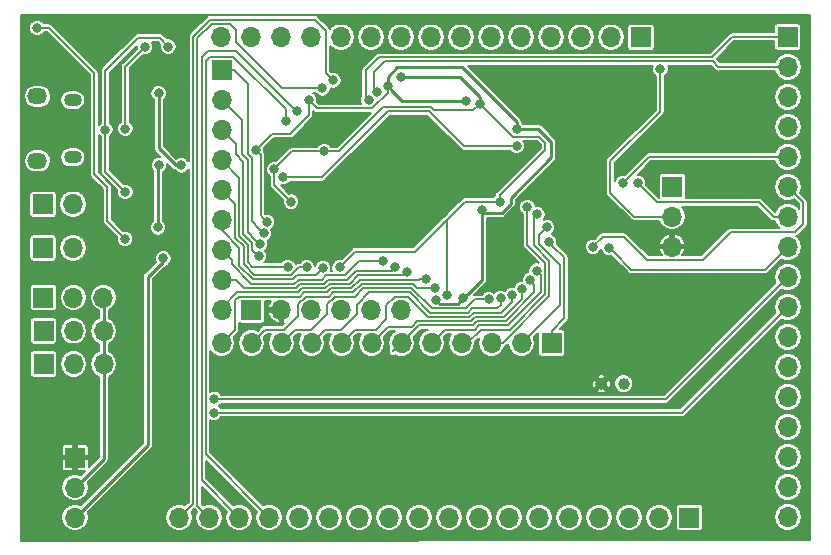
<source format=gbl>
G04 #@! TF.GenerationSoftware,KiCad,Pcbnew,5.0.1-33cea8e~68~ubuntu14.04.1*
G04 #@! TF.CreationDate,2018-11-09T12:00:32-08:00*
G04 #@! TF.ProjectId,ga144-breakout,67613134342D627265616B6F75742E6B,rev?*
G04 #@! TF.SameCoordinates,Original*
G04 #@! TF.FileFunction,Copper,L2,Bot,Signal*
G04 #@! TF.FilePolarity,Positive*
%FSLAX46Y46*%
G04 Gerber Fmt 4.6, Leading zero omitted, Abs format (unit mm)*
G04 Created by KiCad (PCBNEW 5.0.1-33cea8e~68~ubuntu14.04.1) date Fri 09 Nov 2018 12:00:32 PM PST*
%MOMM*%
%LPD*%
G01*
G04 APERTURE LIST*
G04 #@! TA.AperFunction,ComponentPad*
%ADD10O,1.500000X1.100000*%
G04 #@! TD*
G04 #@! TA.AperFunction,ComponentPad*
%ADD11O,1.700000X1.350000*%
G04 #@! TD*
G04 #@! TA.AperFunction,ComponentPad*
%ADD12R,1.700000X1.700000*%
G04 #@! TD*
G04 #@! TA.AperFunction,ComponentPad*
%ADD13O,1.700000X1.700000*%
G04 #@! TD*
G04 #@! TA.AperFunction,ComponentPad*
%ADD14C,1.000000*%
G04 #@! TD*
G04 #@! TA.AperFunction,ViaPad*
%ADD15C,0.800000*%
G04 #@! TD*
G04 #@! TA.AperFunction,Conductor*
%ADD16C,0.160000*%
G04 #@! TD*
G04 #@! TA.AperFunction,Conductor*
%ADD17C,0.250000*%
G04 #@! TD*
G04 #@! TA.AperFunction,Conductor*
%ADD18C,0.200000*%
G04 #@! TD*
G04 APERTURE END LIST*
D10*
G04 #@! TO.P,J1,6*
G04 #@! TO.N,Net-(J1-Pad6)*
X96760000Y-80530000D03*
X96760000Y-85370000D03*
D11*
X93760000Y-80220000D03*
X93760000Y-85680000D03*
G04 #@! TD*
D12*
G04 #@! TO.P,J9,1*
G04 #@! TO.N,500.17*
X157289500Y-75184000D03*
D13*
G04 #@! TO.P,J9,2*
G04 #@! TO.N,600.17*
X157289500Y-77724000D03*
G04 #@! TO.P,J9,3*
G04 #@! TO.N,701.1*
X157289500Y-80264000D03*
G04 #@! TO.P,J9,4*
G04 #@! TO.N,701.17*
X157289500Y-82804000D03*
G04 #@! TO.P,J9,5*
G04 #@! TO.N,705.17*
X157289500Y-85344000D03*
G04 #@! TO.P,J9,6*
G04 #@! TO.N,705.5*
X157289500Y-87884000D03*
G04 #@! TO.P,J9,7*
G04 #@! TO.N,705.3*
X157289500Y-90424000D03*
G04 #@! TO.P,J9,8*
G04 #@! TO.N,705.1*
X157289500Y-92964000D03*
G04 #@! TO.P,J9,9*
G04 #@! TO.N,708.1*
X157289500Y-95504000D03*
G04 #@! TO.P,J9,10*
G04 #@! TO.N,708.17*
X157289500Y-98044000D03*
G04 #@! TO.P,J9,11*
G04 #@! TO.N,709.ao*
X157289500Y-100584000D03*
G04 #@! TO.P,J9,12*
G04 #@! TO.N,709.ai*
X157289500Y-103124000D03*
G04 #@! TO.P,J9,13*
G04 #@! TO.N,713ai*
X157289500Y-105664000D03*
G04 #@! TO.P,J9,14*
G04 #@! TO.N,713.ao*
X157289500Y-108204000D03*
G04 #@! TO.P,J9,15*
G04 #@! TO.N,715.17*
X157289500Y-110744000D03*
G04 #@! TO.P,J9,16*
G04 #@! TO.N,717.ao*
X157289500Y-113284000D03*
G04 #@! TO.P,J9,17*
G04 #@! TO.N,717.ai*
X157289500Y-115824000D03*
G04 #@! TD*
D14*
G04 #@! TO.P,Y1,1*
G04 #@! TO.N,517.17*
X143400000Y-104550000D03*
G04 #@! TO.P,Y1,2*
G04 #@! TO.N,GND*
X141500000Y-104550000D03*
G04 #@! TD*
D13*
G04 #@! TO.P,J2,2*
G04 #@! TO.N,708.17*
X96780000Y-89345600D03*
D12*
G04 #@! TO.P,J2,1*
G04 #@! TO.N,txd*
X94240000Y-89345600D03*
G04 #@! TD*
G04 #@! TO.P,J3,1*
G04 #@! TO.N,rxd*
X94240000Y-93054000D03*
D13*
G04 #@! TO.P,J3,2*
G04 #@! TO.N,708.1*
X96780000Y-93054000D03*
G04 #@! TD*
D12*
G04 #@! TO.P,J4,1*
G04 #@! TO.N,1.8v*
X94280000Y-102870000D03*
D13*
G04 #@! TO.P,J4,2*
G04 #@! TO.N,vccA*
X96820000Y-102870000D03*
G04 #@! TO.P,J4,3*
G04 #@! TO.N,vin*
X99360000Y-102870000D03*
G04 #@! TD*
G04 #@! TO.P,J5,3*
G04 #@! TO.N,vin*
X99360000Y-100070000D03*
G04 #@! TO.P,J5,2*
G04 #@! TO.N,vccI*
X96820000Y-100070000D03*
D12*
G04 #@! TO.P,J5,1*
G04 #@! TO.N,1.8v*
X94280000Y-100070000D03*
G04 #@! TD*
G04 #@! TO.P,J6,1*
G04 #@! TO.N,1.8v*
X94260800Y-97250400D03*
D13*
G04 #@! TO.P,J6,2*
G04 #@! TO.N,vccC*
X96800800Y-97250400D03*
G04 #@! TO.P,J6,3*
G04 #@! TO.N,vin*
X99340800Y-97250400D03*
G04 #@! TD*
D12*
G04 #@! TO.P,J11,1*
G04 #@! TO.N,617.ao*
X148945600Y-115874800D03*
D13*
G04 #@! TO.P,J11,2*
G04 #@! TO.N,617.a1*
X146405600Y-115874800D03*
G04 #@! TO.P,J11,3*
G04 #@! TO.N,517.17*
X143865600Y-115874800D03*
G04 #@! TO.P,J11,4*
G04 #@! TO.N,417.17*
X141325600Y-115874800D03*
G04 #@! TO.P,J11,5*
G04 #@! TO.N,317.17*
X138785600Y-115874800D03*
G04 #@! TO.P,J11,6*
G04 #@! TO.N,217.17*
X136245600Y-115874800D03*
G04 #@! TO.P,J11,7*
G04 #@! TO.N,117.ao*
X133705600Y-115874800D03*
G04 #@! TO.P,J11,8*
G04 #@! TO.N,117.ai*
X131165600Y-115874800D03*
G04 #@! TO.P,J11,9*
G04 #@! TO.N,008.1*
X128625600Y-115874800D03*
G04 #@! TO.P,J11,10*
G04 #@! TO.N,008.3*
X126085600Y-115874800D03*
G04 #@! TO.P,J11,11*
G04 #@! TO.N,008.5*
X123545600Y-115874800D03*
G04 #@! TO.P,J11,12*
G04 #@! TO.N,008.17*
X121005600Y-115874800D03*
G04 #@! TO.P,J11,13*
G04 #@! TO.N,001.17*
X118465600Y-115874800D03*
G04 #@! TO.P,J11,14*
G04 #@! TO.N,001.1*
X115925600Y-115874800D03*
G04 #@! TO.P,J11,15*
G04 #@! TO.N,100.17*
X113385600Y-115874800D03*
G04 #@! TO.P,J11,16*
G04 #@! TO.N,200.17*
X110845600Y-115874800D03*
G04 #@! TO.P,J11,17*
G04 #@! TO.N,300.1*
X108305600Y-115874800D03*
G04 #@! TO.P,J11,18*
G04 #@! TO.N,300.17*
X105765600Y-115874800D03*
G04 #@! TD*
D12*
G04 #@! TO.P,J7,1*
G04 #@! TO.N,d15*
X109350000Y-78000000D03*
D13*
G04 #@! TO.P,J7,2*
G04 #@! TO.N,d16*
X109350000Y-80540000D03*
G04 #@! TO.P,J7,3*
G04 #@! TO.N,d17*
X109350000Y-83080000D03*
G04 #@! TO.P,J7,4*
G04 #@! TO.N,a17*
X109350000Y-85620000D03*
G04 #@! TO.P,J7,5*
G04 #@! TO.N,a16*
X109350000Y-88160000D03*
G04 #@! TO.P,J7,6*
G04 #@! TO.N,a15*
X109350000Y-90700000D03*
G04 #@! TO.P,J7,7*
G04 #@! TO.N,a14*
X109350000Y-93240000D03*
G04 #@! TO.P,J7,8*
G04 #@! TO.N,a13*
X109350000Y-95780000D03*
G04 #@! TO.P,J7,9*
G04 #@! TO.N,a12*
X109350000Y-98320000D03*
G04 #@! TD*
D12*
G04 #@! TO.P,J12,1*
G04 #@! TO.N,d0*
X144860000Y-75200000D03*
D13*
G04 #@! TO.P,J12,2*
G04 #@! TO.N,d1*
X142320000Y-75200000D03*
G04 #@! TO.P,J12,3*
G04 #@! TO.N,d2*
X139780000Y-75200000D03*
G04 #@! TO.P,J12,4*
G04 #@! TO.N,d3*
X137240000Y-75200000D03*
G04 #@! TO.P,J12,5*
G04 #@! TO.N,d4*
X134700000Y-75200000D03*
G04 #@! TO.P,J12,6*
G04 #@! TO.N,d5*
X132160000Y-75200000D03*
G04 #@! TO.P,J12,7*
G04 #@! TO.N,d6*
X129620000Y-75200000D03*
G04 #@! TO.P,J12,8*
G04 #@! TO.N,d7*
X127080000Y-75200000D03*
G04 #@! TO.P,J12,9*
G04 #@! TO.N,d8*
X124540000Y-75200000D03*
G04 #@! TO.P,J12,10*
G04 #@! TO.N,d9*
X122000000Y-75200000D03*
G04 #@! TO.P,J12,11*
G04 #@! TO.N,d10*
X119460000Y-75200000D03*
G04 #@! TO.P,J12,12*
G04 #@! TO.N,d11*
X116920000Y-75200000D03*
G04 #@! TO.P,J12,13*
G04 #@! TO.N,d12*
X114380000Y-75200000D03*
G04 #@! TO.P,J12,14*
G04 #@! TO.N,d13*
X111840000Y-75200000D03*
G04 #@! TO.P,J12,15*
G04 #@! TO.N,d14*
X109300000Y-75200000D03*
G04 #@! TD*
D12*
G04 #@! TO.P,J10,1*
G04 #@! TO.N,a0*
X137290000Y-101100000D03*
D13*
G04 #@! TO.P,J10,2*
G04 #@! TO.N,a1*
X134750000Y-101100000D03*
G04 #@! TO.P,J10,3*
G04 #@! TO.N,a2*
X132210000Y-101100000D03*
G04 #@! TO.P,J10,4*
G04 #@! TO.N,a3*
X129670000Y-101100000D03*
G04 #@! TO.P,J10,5*
G04 #@! TO.N,a4*
X127130000Y-101100000D03*
G04 #@! TO.P,J10,6*
G04 #@! TO.N,a5*
X124590000Y-101100000D03*
G04 #@! TO.P,J10,7*
G04 #@! TO.N,a6*
X122050000Y-101100000D03*
G04 #@! TO.P,J10,8*
G04 #@! TO.N,a7*
X119510000Y-101100000D03*
G04 #@! TO.P,J10,9*
G04 #@! TO.N,a8*
X116970000Y-101100000D03*
G04 #@! TO.P,J10,10*
G04 #@! TO.N,a9*
X114430000Y-101100000D03*
G04 #@! TO.P,J10,11*
G04 #@! TO.N,a10*
X111890000Y-101100000D03*
G04 #@! TO.P,J10,12*
G04 #@! TO.N,a11*
X109350000Y-101100000D03*
G04 #@! TD*
D12*
G04 #@! TO.P,J8,1*
G04 #@! TO.N,vccC*
X111870000Y-98300000D03*
D13*
G04 #@! TO.P,J8,2*
G04 #@! TO.N,GND*
X114410000Y-98300000D03*
G04 #@! TO.P,J8,3*
G04 #@! TO.N,008.17*
X116950000Y-98300000D03*
G04 #@! TO.P,J8,4*
G04 #@! TO.N,008.5*
X119490000Y-98300000D03*
G04 #@! TO.P,J8,5*
G04 #@! TO.N,008.3*
X122030000Y-98300000D03*
G04 #@! TO.P,J8,6*
G04 #@! TO.N,008.1*
X124570000Y-98300000D03*
G04 #@! TD*
D12*
G04 #@! TO.P,J13,1*
G04 #@! TO.N,vccC*
X147500000Y-87850000D03*
D13*
G04 #@! TO.P,J13,2*
G04 #@! TO.N,RESET*
X147500000Y-90390000D03*
G04 #@! TO.P,J13,3*
G04 #@! TO.N,GND*
X147500000Y-92930000D03*
G04 #@! TD*
D12*
G04 #@! TO.P,J14,1*
G04 #@! TO.N,GND*
X96950000Y-110800000D03*
D13*
G04 #@! TO.P,J14,2*
G04 #@! TO.N,vin*
X96950000Y-113340000D03*
G04 #@! TO.P,J14,3*
G04 #@! TO.N,vcc*
X96950000Y-115880000D03*
G04 #@! TD*
D15*
G04 #@! TO.N,usb3*
X104850000Y-75994996D03*
X101210000Y-88320000D03*
X99500000Y-83030010D03*
G04 #@! TO.N,GND*
X116928900Y-83743800D03*
X105000000Y-88660000D03*
X101170000Y-90720000D03*
X127632700Y-89834375D03*
X128889936Y-88577140D03*
X126375464Y-91091611D03*
X127668621Y-84769511D03*
X122639678Y-89798454D03*
X125118228Y-87319904D03*
X126375464Y-86062668D03*
X123860993Y-88577140D03*
X126411385Y-83512275D03*
X121382442Y-88541219D03*
X123860993Y-86062668D03*
X128961778Y-86062668D03*
X123932835Y-91091611D03*
X126411385Y-88613061D03*
X140795000Y-87550000D03*
X140950000Y-85100000D03*
X135900000Y-84460000D03*
X101210000Y-86745000D03*
X93740000Y-77390000D03*
X133630000Y-91840000D03*
X102740000Y-94060000D03*
X113614200Y-89141300D03*
X125154150Y-92312926D03*
X130183093Y-87283983D03*
X123860993Y-83548196D03*
X121346521Y-86062668D03*
X120125206Y-87283983D03*
X125154150Y-82255039D03*
X122603757Y-84805432D03*
X125118228Y-84805432D03*
X122603757Y-87319904D03*
X125154150Y-89870296D03*
X127668621Y-87355825D03*
G04 #@! TO.N,usb2*
X102860000Y-76040010D03*
X101210000Y-82940000D03*
G04 #@! TO.N,vccA*
X134335000Y-84430000D03*
X114564330Y-87047831D03*
G04 #@! TO.N,vccI*
X118050000Y-84850000D03*
X119350000Y-94689924D03*
X115233072Y-89131737D03*
X131215801Y-80834754D03*
X113820000Y-86380000D03*
X132894556Y-89140289D03*
X124520000Y-78560000D03*
X128413425Y-97039925D03*
G04 #@! TO.N,vccC*
X116750001Y-80520000D03*
X131409988Y-89831233D03*
X134335000Y-82950000D03*
X129830394Y-97319709D03*
X127516210Y-97489936D03*
X112246929Y-84749041D03*
X130040058Y-80610120D03*
X113185768Y-90834813D03*
X123409506Y-79354924D03*
G04 #@! TO.N,1.8v*
X103962200Y-91313000D03*
X104050000Y-86050000D03*
G04 #@! TO.N,a17*
X114937348Y-94647469D03*
G04 #@! TO.N,a16*
X116550000Y-94689935D03*
G04 #@! TO.N,a15*
X117929857Y-94746761D03*
G04 #@! TO.N,a14*
X123040000Y-94170001D03*
G04 #@! TO.N,a13*
X124037148Y-94689937D03*
G04 #@! TO.N,a12*
X125080000Y-95049945D03*
G04 #@! TO.N,a11*
X126669990Y-95661653D03*
G04 #@! TO.N,a10*
X127407239Y-96422759D03*
G04 #@! TO.N,a9*
X131968199Y-97400054D03*
G04 #@! TO.N,a8*
X132965442Y-97325691D03*
G04 #@! TO.N,a7*
X133930567Y-97063858D03*
G04 #@! TO.N,a6*
X134778314Y-96533436D03*
G04 #@! TO.N,a5*
X135443547Y-95786784D03*
G04 #@! TO.N,a4*
X136021640Y-94970799D03*
G04 #@! TO.N,a3*
X135230000Y-89570000D03*
G04 #@! TO.N,a2*
X136090000Y-90200000D03*
G04 #@! TO.N,a1*
X136890000Y-91300000D03*
G04 #@! TO.N,a0*
X137047638Y-92532362D03*
G04 #@! TO.N,d15*
X112959809Y-91808962D03*
G04 #@! TO.N,d16*
X112617598Y-92748598D03*
G04 #@! TO.N,d17*
X112510021Y-93742806D03*
G04 #@! TO.N,RESET*
X146490000Y-77930000D03*
X93750000Y-74420000D03*
X93750000Y-74420000D03*
X101180000Y-92287500D03*
G04 #@! TO.N,708.17*
X108710043Y-106980000D03*
G04 #@! TO.N,708.1*
X108710043Y-105840000D03*
G04 #@! TO.N,600.17*
X122515937Y-79803851D03*
G04 #@! TO.N,500.17*
X121808885Y-80511029D03*
G04 #@! TO.N,300.17*
X118808025Y-78854740D03*
G04 #@! TO.N,300.1*
X117880000Y-79540002D03*
G04 #@! TO.N,217.17*
X136245600Y-115874800D03*
G04 #@! TO.N,705.1*
X142157514Y-93009166D03*
G04 #@! TO.N,705.3*
X144605000Y-87550000D03*
G04 #@! TO.N,705.5*
X140795000Y-92950000D03*
G04 #@! TO.N,705.17*
X143335000Y-87550000D03*
G04 #@! TO.N,100.17*
X114799999Y-82269999D03*
G04 #@! TO.N,200.17*
X115741555Y-81472395D03*
G04 #@! TO.N,vcc*
X104020000Y-79950000D03*
X105950000Y-86050000D03*
X104410000Y-93940000D03*
G04 #@! TD*
D16*
G04 #@! TO.N,usb3*
X99500000Y-86610000D02*
X99500000Y-83595695D01*
X99500000Y-83595695D02*
X99500000Y-83030010D01*
X104850000Y-75994996D02*
X104122504Y-75267500D01*
X101210000Y-88320000D02*
X99500000Y-86610000D01*
X99500000Y-82464325D02*
X99500000Y-83030010D01*
X99500000Y-78058596D02*
X99500000Y-82464325D01*
X102291096Y-75267500D02*
X99500000Y-78058596D01*
X104122504Y-75267500D02*
X102291096Y-75267500D01*
G04 #@! TO.N,GND*
X130449110Y-87550000D02*
X130183093Y-87283983D01*
X133630000Y-90093640D02*
X136173640Y-87550000D01*
X133630000Y-91840000D02*
X133630000Y-90093640D01*
X136173640Y-87550000D02*
X140335000Y-87550000D01*
X140335000Y-87550000D02*
X140795000Y-87550000D01*
G04 #@! TO.N,usb2*
X101210000Y-77690010D02*
X101210000Y-82402500D01*
X102860000Y-76040010D02*
X101210000Y-77690010D01*
X101210000Y-82402500D02*
X101210000Y-82940000D01*
G04 #@! TO.N,vccA*
X117852169Y-87047831D02*
X115130015Y-87047831D01*
X129894868Y-84430000D02*
X126939779Y-81474911D01*
X126939779Y-81474911D02*
X123425089Y-81474911D01*
X123425089Y-81474911D02*
X117852169Y-87047831D01*
X134335000Y-84430000D02*
X129894868Y-84430000D01*
X115130015Y-87047831D02*
X114564330Y-87047831D01*
G04 #@! TO.N,vccI*
X123045100Y-81114900D02*
X119310000Y-84850000D01*
X119310000Y-84850000D02*
X118050000Y-84850000D01*
X130670555Y-81380000D02*
X127354000Y-81380000D01*
X127354000Y-81380000D02*
X127088900Y-81114900D01*
X131215801Y-80834754D02*
X130670555Y-81380000D01*
X127088900Y-81114900D02*
X123045100Y-81114900D01*
X113820000Y-86945685D02*
X113820000Y-86380000D01*
X114219999Y-85980001D02*
X113820000Y-86380000D01*
X113820000Y-87718665D02*
X113820000Y-86945685D01*
X115350000Y-84850000D02*
X114219999Y-85980001D01*
X118050000Y-84850000D02*
X115350000Y-84850000D01*
X115233072Y-89131737D02*
X113820000Y-87718665D01*
X132328871Y-89140289D02*
X132894556Y-89140289D01*
X129100000Y-90000000D02*
X129959711Y-89140289D01*
X129959711Y-89140289D02*
X132328871Y-89140289D01*
D17*
X129506732Y-78560000D02*
X125085685Y-78560000D01*
X131215801Y-80269069D02*
X129506732Y-78560000D01*
X125085685Y-78560000D02*
X124520000Y-78560000D01*
X131215801Y-80834754D02*
X131215801Y-80269069D01*
D16*
X136750000Y-84163640D02*
X136750000Y-84719160D01*
X136750000Y-84719160D02*
X132894556Y-88574604D01*
X134011049Y-83630002D02*
X136216362Y-83630002D01*
X132894556Y-88574604D02*
X132894556Y-89140289D01*
X136216362Y-83630002D02*
X136750000Y-84163640D01*
X131215801Y-80834754D02*
X134011049Y-83630002D01*
X128413425Y-96474240D02*
X128413425Y-97039925D01*
X128413425Y-90686575D02*
X128413425Y-96474240D01*
X129100000Y-90000000D02*
X128413425Y-90686575D01*
X129100000Y-90000000D02*
X125740000Y-93360000D01*
X125740000Y-93360000D02*
X120679924Y-93360000D01*
X120679924Y-93360000D02*
X119749999Y-94289925D01*
X119749999Y-94289925D02*
X119350000Y-94689924D01*
D17*
G04 #@! TO.N,vccC*
X130230393Y-96919710D02*
X129830394Y-97319709D01*
X131409988Y-95740115D02*
X130230393Y-96919710D01*
X131409988Y-89831233D02*
X131409988Y-95740115D01*
D16*
X127756276Y-97730002D02*
X127516210Y-97489936D01*
X115147726Y-83383142D02*
X113612828Y-83383142D01*
X113612828Y-83383142D02*
X112646928Y-84349042D01*
X112646928Y-84349042D02*
X112246929Y-84749041D01*
X116750001Y-81780867D02*
X115147726Y-83383142D01*
X116750001Y-80520000D02*
X116750001Y-81780867D01*
X112785769Y-90434814D02*
X113185768Y-90834813D01*
X112646928Y-90295973D02*
X112785769Y-90434814D01*
X112646928Y-85149040D02*
X112646928Y-90295973D01*
X112246929Y-84749041D02*
X112646928Y-85149040D01*
D17*
X123409506Y-78547490D02*
X123409506Y-78789239D01*
D16*
X117459201Y-81229200D02*
X122100915Y-81229200D01*
D17*
X123809505Y-79754923D02*
X123409506Y-79354924D01*
X134335000Y-82950000D02*
X134335000Y-82375000D01*
X130040058Y-80610120D02*
X124664702Y-80610120D01*
X124221998Y-77734998D02*
X123409506Y-78547490D01*
D16*
X116750001Y-80520000D02*
X117459201Y-81229200D01*
D17*
X134335000Y-82375000D02*
X129694998Y-77734998D01*
D16*
X122100915Y-81229200D02*
X123409506Y-79920609D01*
X123409506Y-79920609D02*
X123409506Y-79354924D01*
D17*
X124664702Y-80610120D02*
X123809505Y-79754923D01*
X129694998Y-77734998D02*
X124221998Y-77734998D01*
X123409506Y-78789239D02*
X123409506Y-79354924D01*
X134872500Y-82950000D02*
X134335000Y-82950000D01*
X137270000Y-85371736D02*
X137270000Y-84110868D01*
X137270000Y-84110868D02*
X136109132Y-82950000D01*
X133860868Y-89290000D02*
X133860868Y-88780868D01*
X133050868Y-90100000D02*
X133860868Y-89290000D01*
X136109132Y-82950000D02*
X134872500Y-82950000D01*
X131678755Y-90100000D02*
X133050868Y-90100000D01*
X133860868Y-88780868D02*
X137270000Y-85371736D01*
X131409988Y-89831233D02*
X131678755Y-90100000D01*
X127791206Y-97764932D02*
X127756276Y-97730002D01*
X127791209Y-97764935D02*
X127791206Y-97764932D01*
X129830394Y-97319709D02*
X129385168Y-97764935D01*
X129385168Y-97764935D02*
X127791209Y-97764935D01*
G04 #@! TO.N,1.8v*
X103962200Y-91313000D02*
X103962200Y-86137800D01*
X103962200Y-86137800D02*
X104050000Y-86050000D01*
G04 #@! TO.N,vin*
X99360000Y-101667919D02*
X99360000Y-100070000D01*
X99360000Y-102870000D02*
X99360000Y-101667919D01*
X99360000Y-97269600D02*
X99340800Y-97250400D01*
X99360000Y-100070000D02*
X99360000Y-97269600D01*
X97799999Y-112490001D02*
X97821999Y-112490001D01*
X96950000Y-113340000D02*
X97799999Y-112490001D01*
X99360000Y-110952000D02*
X99360000Y-102870000D01*
X97821999Y-112490001D02*
X99360000Y-110952000D01*
D16*
G04 #@! TO.N,a17*
X111575554Y-92774892D02*
X111575554Y-94265980D01*
X110840012Y-92039350D02*
X111575554Y-92774892D01*
X110840012Y-87110012D02*
X110840012Y-92039350D01*
X114371663Y-94647469D02*
X114937348Y-94647469D01*
X111575554Y-94265980D02*
X111957043Y-94647469D01*
X109350000Y-85620000D02*
X110840012Y-87110012D01*
X111957043Y-94647469D02*
X114371663Y-94647469D01*
G04 #@! TO.N,a16*
X115263749Y-95327470D02*
X115901284Y-94689935D01*
X112127912Y-95327470D02*
X115263749Y-95327470D01*
X111215545Y-92924015D02*
X111215545Y-94415103D01*
X110480002Y-92188472D02*
X111215545Y-92924015D01*
X110480001Y-89290001D02*
X110480002Y-92188472D01*
X115901284Y-94689935D02*
X115984315Y-94689935D01*
X115984315Y-94689935D02*
X116550000Y-94689935D01*
X109350000Y-88160000D02*
X110480001Y-89290001D01*
X111215545Y-94415103D02*
X112127912Y-95327470D01*
G04 #@! TO.N,a15*
X117529858Y-95146760D02*
X117929857Y-94746761D01*
X115730406Y-95369945D02*
X117306673Y-95369945D01*
X109350000Y-91567602D02*
X110855534Y-93073136D01*
X112007079Y-95715769D02*
X115384582Y-95715769D01*
X110855534Y-93073136D02*
X110855535Y-94564225D01*
X109350000Y-90700000D02*
X109350000Y-91567602D01*
X115384582Y-95715769D02*
X115730406Y-95369945D01*
X110855535Y-94564225D02*
X112007079Y-95715769D01*
X117306673Y-95369945D02*
X117529858Y-95146760D01*
G04 #@! TO.N,a14*
X118201996Y-95369944D02*
X119796599Y-95369944D01*
X117841984Y-95729954D02*
X118201996Y-95369944D01*
X111872142Y-96089964D02*
X115519519Y-96089964D01*
X115879527Y-95729956D02*
X117841984Y-95729954D01*
X115519519Y-96089964D02*
X115879527Y-95729956D01*
X110199999Y-94417821D02*
X111872142Y-96089964D01*
X119796599Y-95369944D02*
X120996542Y-94170001D01*
X109350000Y-93240000D02*
X110199999Y-94089999D01*
X120996542Y-94170001D02*
X122474315Y-94170001D01*
X122474315Y-94170001D02*
X123040000Y-94170001D01*
X110199999Y-94089999D02*
X110199999Y-94417821D01*
G04 #@! TO.N,a13*
X123758060Y-94969025D02*
X124037148Y-94689937D01*
X120766628Y-94969025D02*
X123758060Y-94969025D01*
X120005698Y-95729955D02*
X120766628Y-94969025D01*
X118351117Y-95729955D02*
X120005698Y-95729955D01*
X117991106Y-96089964D02*
X118351117Y-95729955D01*
X115668641Y-96449974D02*
X116028650Y-96089965D01*
X111222055Y-96449974D02*
X115668641Y-96449974D01*
X110552081Y-95780000D02*
X111222055Y-96449974D01*
X116028650Y-96089965D02*
X117991106Y-96089964D01*
X109350000Y-95780000D02*
X110552081Y-95780000D01*
G04 #@! TO.N,a12*
X120180636Y-96089964D02*
X120900653Y-95369947D01*
X116177770Y-96449977D02*
X118140225Y-96449977D01*
X115817758Y-96809989D02*
X116177770Y-96449977D01*
X110646877Y-96809989D02*
X115817758Y-96809989D01*
X118500236Y-96089966D02*
X120180636Y-96089964D01*
X120900653Y-95369947D02*
X124759998Y-95369947D01*
X109350000Y-98320000D02*
X109350000Y-98106866D01*
X124759998Y-95369947D02*
X125080000Y-95049945D01*
X109350000Y-98106866D02*
X110646877Y-96809989D01*
X118140225Y-96449977D02*
X118500236Y-96089966D01*
G04 #@! TO.N,a11*
X120329758Y-96449974D02*
X121049774Y-95729958D01*
X118649359Y-96449975D02*
X120329758Y-96449974D01*
X110480001Y-99969999D02*
X110480001Y-97485997D01*
X110795998Y-97170000D02*
X115966879Y-97170000D01*
X115966879Y-97170000D02*
X116326891Y-96809988D01*
X118289347Y-96809987D02*
X118649359Y-96449975D01*
X116326891Y-96809988D02*
X118289347Y-96809987D01*
X121049774Y-95729958D02*
X126036000Y-95729958D01*
X126036000Y-95729958D02*
X126104305Y-95661653D01*
X126104305Y-95661653D02*
X126669990Y-95661653D01*
X110480001Y-97485997D02*
X110795998Y-97170000D01*
X109350000Y-101100000D02*
X110480001Y-99969999D01*
G04 #@! TO.N,a10*
X125892557Y-96422759D02*
X126841554Y-96422759D01*
X125559767Y-96089969D02*
X125892557Y-96422759D01*
X121198895Y-96089969D02*
X125559767Y-96089969D01*
X118798480Y-96809986D02*
X120478878Y-96809986D01*
X116476012Y-97169999D02*
X118438466Y-97170000D01*
X113020001Y-99969999D02*
X114630001Y-99969999D01*
X118438466Y-97170000D02*
X118798480Y-96809986D01*
X126841554Y-96422759D02*
X127407239Y-96422759D01*
X120478878Y-96809986D02*
X121198895Y-96089969D01*
X114630001Y-99969999D02*
X115819999Y-98780001D01*
X115819999Y-97826012D02*
X116476012Y-97169999D01*
X111890000Y-101100000D02*
X113020001Y-99969999D01*
X115819999Y-98780001D02*
X115819999Y-97826012D01*
G04 #@! TO.N,a9*
X118947603Y-97169997D02*
X120628000Y-97169996D01*
X131402514Y-97400054D02*
X131968199Y-97400054D01*
X130795156Y-97400054D02*
X131402514Y-97400054D01*
X127130609Y-98169943D02*
X130025267Y-98169943D01*
X125410645Y-96449979D02*
X127130609Y-98169943D01*
X120628000Y-97169996D02*
X121348017Y-96449979D01*
X118300000Y-97817600D02*
X118947603Y-97169997D01*
X114430000Y-101100000D02*
X115560001Y-99969999D01*
X116952403Y-99969999D02*
X118300000Y-98622402D01*
X115560001Y-99969999D02*
X116952403Y-99969999D01*
X121348017Y-96449979D02*
X125410645Y-96449979D01*
X130025267Y-98169943D02*
X130795156Y-97400054D01*
X118300000Y-98622402D02*
X118300000Y-97817600D01*
G04 #@! TO.N,a8*
X132686876Y-98169942D02*
X132965442Y-97891376D01*
X130534400Y-98169942D02*
X132686876Y-98169942D01*
X126981487Y-98529953D02*
X130174389Y-98529953D01*
X121847613Y-96809989D02*
X125261523Y-96809989D01*
X118100001Y-99969999D02*
X119492403Y-99969999D01*
X116970000Y-101100000D02*
X118100001Y-99969999D01*
X130174389Y-98529953D02*
X130534400Y-98169942D01*
X119492403Y-99969999D02*
X120800000Y-98662402D01*
X125261523Y-96809989D02*
X126981487Y-98529953D01*
X132965442Y-97891376D02*
X132965442Y-97325691D01*
X120800000Y-97857602D02*
X121847613Y-96809989D01*
X120800000Y-98662402D02*
X120800000Y-97857602D01*
G04 #@! TO.N,a7*
X130323509Y-98889965D02*
X130683521Y-98529953D01*
X130683521Y-98529953D02*
X133030157Y-98529953D01*
X125112401Y-97169999D02*
X126832367Y-98889965D01*
X126832367Y-98889965D02*
X130323509Y-98889965D01*
X124027599Y-97169999D02*
X125112401Y-97169999D01*
X123310000Y-97887599D02*
X124027599Y-97169999D01*
X123310000Y-99100000D02*
X123310000Y-97887599D01*
X122440001Y-99969999D02*
X123310000Y-99100000D01*
X120640001Y-99969999D02*
X122440001Y-99969999D01*
X119510000Y-101100000D02*
X120640001Y-99969999D01*
X133930567Y-97629543D02*
X133930567Y-97063858D01*
X133030157Y-98529953D02*
X133930567Y-97629543D01*
G04 #@! TO.N,a6*
X130832640Y-98889964D02*
X133251113Y-98889964D01*
X130472626Y-99249978D02*
X130832640Y-98889964D01*
X134778314Y-97099121D02*
X134778314Y-96533436D01*
X125930890Y-99249978D02*
X130472626Y-99249978D01*
X123440000Y-99710000D02*
X125470868Y-99710000D01*
X125470868Y-99710000D02*
X125930890Y-99249978D01*
X122050000Y-101100000D02*
X123440000Y-99710000D01*
X134778314Y-97362763D02*
X134778314Y-97099121D01*
X133251113Y-98889964D02*
X134778314Y-97362763D01*
G04 #@! TO.N,a5*
X133400233Y-99249976D02*
X135843546Y-96806663D01*
X135843546Y-96186783D02*
X135443547Y-95786784D01*
X123890000Y-101800000D02*
X126080011Y-99609989D01*
X135843546Y-96806663D02*
X135843546Y-96186783D01*
X130621747Y-99609989D02*
X130981759Y-99249977D01*
X126080011Y-99609989D02*
X130621747Y-99609989D01*
X130981759Y-99249977D02*
X133400233Y-99249976D01*
G04 #@! TO.N,a4*
X127130000Y-101100000D02*
X128260000Y-99970000D01*
X136389978Y-96780860D02*
X136389978Y-95339137D01*
X133560850Y-99609988D02*
X136389978Y-96780860D01*
X131130880Y-99609988D02*
X133560850Y-99609988D01*
X128260000Y-99970000D02*
X130770868Y-99970000D01*
X130770868Y-99970000D02*
X131130880Y-99609988D01*
X136389978Y-95339137D02*
X136021640Y-94970799D01*
G04 #@! TO.N,a3*
X133746388Y-99969999D02*
X136749989Y-96966398D01*
X130150000Y-101100000D02*
X131280001Y-99969999D01*
X129670000Y-101100000D02*
X130150000Y-101100000D01*
X135230000Y-92764668D02*
X135230000Y-90135685D01*
X135230000Y-90135685D02*
X135230000Y-89570000D01*
X136749989Y-94284657D02*
X135230000Y-92764668D01*
X136749989Y-96966398D02*
X136749989Y-94284657D01*
X131280001Y-99969999D02*
X133746388Y-99969999D01*
G04 #@! TO.N,a2*
X135801100Y-92826636D02*
X135801100Y-90488900D01*
X137110000Y-94135536D02*
X135801100Y-92826636D01*
X137110000Y-97138193D02*
X137110000Y-94135536D01*
X135801100Y-90488900D02*
X136090000Y-90200000D01*
X133148193Y-101100000D02*
X137110000Y-97138193D01*
X132210000Y-101100000D02*
X133148193Y-101100000D01*
G04 #@! TO.N,a1*
X136231705Y-92748109D02*
X136231705Y-91958295D01*
X138000020Y-94516424D02*
X136231705Y-92748109D01*
X136231705Y-91958295D02*
X136490001Y-91699999D01*
X138000020Y-97849980D02*
X138000020Y-94516424D01*
X136490001Y-91699999D02*
X136890000Y-91300000D01*
X134750000Y-101100000D02*
X138000020Y-97849980D01*
G04 #@! TO.N,a0*
X138360031Y-93844755D02*
X137447637Y-92932361D01*
X138360031Y-99019969D02*
X138360031Y-93844755D01*
X137290000Y-101100000D02*
X137290000Y-100090000D01*
X137290000Y-100090000D02*
X138360031Y-99019969D01*
X137447637Y-92932361D02*
X137047638Y-92532362D01*
G04 #@! TO.N,d15*
X112559810Y-91408963D02*
X112959809Y-91808962D01*
X111922143Y-90771296D02*
X112559810Y-91408963D01*
X111922143Y-85429043D02*
X111922143Y-90771296D01*
X111566927Y-79206927D02*
X111566927Y-85073827D01*
X110360000Y-78000000D02*
X111566927Y-79206927D01*
X111566927Y-85073827D02*
X111922143Y-85429043D01*
X109350000Y-78000000D02*
X110360000Y-78000000D01*
G04 #@! TO.N,d16*
X112217599Y-92348599D02*
X112617598Y-92748598D01*
X111562132Y-85579780D02*
X111562132Y-91693132D01*
X111060000Y-82250000D02*
X111060000Y-85077648D01*
X109350000Y-80540000D02*
X111060000Y-82250000D01*
X111562132Y-91693132D02*
X112217599Y-92348599D01*
X111060000Y-85077648D02*
X111562132Y-85579780D01*
G04 #@! TO.N,d17*
X109350000Y-83080000D02*
X110540000Y-84270000D01*
X111202123Y-91892329D02*
X111935565Y-92625771D01*
X111935565Y-93222611D02*
X112466456Y-93753502D01*
X112466456Y-93753502D02*
X112499325Y-93753502D01*
X111935565Y-92625771D02*
X111935565Y-93222611D01*
X110540000Y-84270000D02*
X110540000Y-85066780D01*
X111202121Y-85728901D02*
X111202123Y-91892329D01*
X110540000Y-85066780D02*
X111202121Y-85728901D01*
X112499325Y-93753502D02*
X112510021Y-93742806D01*
G04 #@! TO.N,RESET*
X144290000Y-90390000D02*
X147500000Y-90390000D01*
X142265400Y-88365400D02*
X144290000Y-90390000D01*
X142265400Y-85725000D02*
X142265400Y-88365400D01*
X146490000Y-81500400D02*
X142265400Y-85725000D01*
X146490000Y-77930000D02*
X146490000Y-81500400D01*
X99680000Y-90787500D02*
X101180000Y-92287500D01*
X99680000Y-87919800D02*
X99680000Y-90787500D01*
X98550000Y-86789800D02*
X99680000Y-87919800D01*
X98550000Y-78260000D02*
X98550000Y-86789800D01*
X94710000Y-74420000D02*
X98550000Y-78260000D01*
X93750000Y-74420000D02*
X94710000Y-74420000D01*
G04 #@! TO.N,708.17*
X157289500Y-98044000D02*
X148353500Y-106980000D01*
X148353500Y-106980000D02*
X109275728Y-106980000D01*
X109275728Y-106980000D02*
X108710043Y-106980000D01*
G04 #@! TO.N,708.1*
X157289500Y-95504000D02*
X146953500Y-105840000D01*
X146953500Y-105840000D02*
X109275728Y-105840000D01*
X109275728Y-105840000D02*
X108710043Y-105840000D01*
G04 #@! TO.N,600.17*
X122224800Y-79512714D02*
X122515937Y-79803851D01*
X122224800Y-78181200D02*
X122224800Y-79512714D01*
X123156002Y-77249998D02*
X122224800Y-78181200D01*
X150935398Y-77249998D02*
X123156002Y-77249998D01*
X151409400Y-77724000D02*
X150935398Y-77249998D01*
X157289500Y-77724000D02*
X151409400Y-77724000D01*
G04 #@! TO.N,500.17*
X121564400Y-80266544D02*
X121808885Y-80511029D01*
X121564400Y-78016100D02*
X121564400Y-80266544D01*
X122690512Y-76889988D02*
X121564400Y-78016100D01*
X150897212Y-76889988D02*
X122690512Y-76889988D01*
X152603200Y-75184000D02*
X150897212Y-76889988D01*
X157289500Y-75184000D02*
X152603200Y-75184000D01*
G04 #@! TO.N,300.17*
X118408026Y-78454741D02*
X118808025Y-78854740D01*
X118180000Y-78226715D02*
X118408026Y-78454741D01*
X118180000Y-74640000D02*
X118180000Y-78226715D01*
X117249989Y-73709989D02*
X118180000Y-74640000D01*
X106950000Y-75150868D02*
X108390880Y-73709988D01*
X108390880Y-73709988D02*
X117249989Y-73709989D01*
X106950000Y-114690400D02*
X106950000Y-75150868D01*
X105765600Y-115874800D02*
X106950000Y-114690400D01*
G04 #@! TO.N,300.1*
X117314315Y-79540002D02*
X117880000Y-79540002D01*
X107310011Y-75299989D02*
X108540001Y-74069999D01*
X107310011Y-114879211D02*
X107310011Y-75299989D01*
X114507600Y-79540002D02*
X117314315Y-79540002D01*
X110610000Y-75642402D02*
X114507600Y-79540002D01*
X110610000Y-74610000D02*
X110610000Y-75642402D01*
X110069999Y-74069999D02*
X110610000Y-74610000D01*
X108305600Y-115874800D02*
X107310011Y-114879211D01*
X108540001Y-74069999D02*
X110069999Y-74069999D01*
G04 #@! TO.N,705.1*
X142557513Y-93409165D02*
X142157514Y-93009166D01*
X144028348Y-94880000D02*
X142557513Y-93409165D01*
X155373500Y-94880000D02*
X144028348Y-94880000D01*
X157289500Y-92964000D02*
X155373500Y-94880000D01*
G04 #@! TO.N,705.3*
X144605000Y-87569300D02*
X144605000Y-87550000D01*
X146215700Y-89180000D02*
X144605000Y-87569300D01*
X154843419Y-89180000D02*
X146215700Y-89180000D01*
X156087419Y-90424000D02*
X154843419Y-89180000D01*
X157289500Y-90424000D02*
X156087419Y-90424000D01*
G04 #@! TO.N,705.5*
X140795000Y-92923100D02*
X140795000Y-92950000D01*
X143400000Y-92100000D02*
X141618100Y-92100000D01*
X145360001Y-94060001D02*
X143400000Y-92100000D01*
X150089999Y-94060001D02*
X145360001Y-94060001D01*
X152450000Y-91700000D02*
X150089999Y-94060001D01*
X157940000Y-91700000D02*
X152450000Y-91700000D01*
X158590000Y-91050000D02*
X157940000Y-91700000D01*
X141618100Y-92100000D02*
X140795000Y-92923100D01*
X158590000Y-89184500D02*
X158590000Y-91050000D01*
X157289500Y-87884000D02*
X158590000Y-89184500D01*
G04 #@! TO.N,705.17*
X145541000Y-85344000D02*
X143335000Y-87550000D01*
X157289500Y-85344000D02*
X145541000Y-85344000D01*
G04 #@! TO.N,100.17*
X114799999Y-81704314D02*
X114799999Y-82269999D01*
X114799999Y-81314314D02*
X114799999Y-81704314D01*
X108340001Y-76869999D02*
X110355684Y-76869999D01*
X108030033Y-77179967D02*
X108340001Y-76869999D01*
X108030033Y-110519233D02*
X108030033Y-77179967D01*
X110355684Y-76869999D02*
X114799999Y-81314314D01*
X113385600Y-115874800D02*
X108030033Y-110519233D01*
G04 #@! TO.N,200.17*
X107670022Y-76839110D02*
X108179131Y-76330001D01*
X110599161Y-76330001D02*
X115341556Y-81072396D01*
X107670022Y-112699222D02*
X107670022Y-76839110D01*
X110845600Y-115874800D02*
X107670022Y-112699222D01*
X115341556Y-81072396D02*
X115741555Y-81472395D01*
X108179131Y-76330001D02*
X110599161Y-76330001D01*
D17*
G04 #@! TO.N,vcc*
X104020000Y-79950000D02*
X104020000Y-84605000D01*
X104020000Y-84605000D02*
X105465000Y-86050000D01*
X105465000Y-86050000D02*
X105950000Y-86050000D01*
D16*
X97695634Y-115740000D02*
X96140000Y-115740000D01*
D17*
X96950000Y-115880000D02*
X103120000Y-109710000D01*
X103120000Y-109710000D02*
X103120000Y-97450000D01*
X104410000Y-93940000D02*
X104410000Y-94200000D01*
X104410000Y-94200000D02*
X103120000Y-95490000D01*
X103120000Y-95490000D02*
X103120000Y-97450000D01*
D16*
X103120000Y-97450000D02*
X103120000Y-97175000D01*
G04 #@! TD*
D18*
G04 #@! TO.N,GND*
G36*
X159164918Y-117805112D02*
X92365082Y-117824889D01*
X92365542Y-115740000D01*
X95752556Y-115740000D01*
X95778937Y-115872629D01*
X95777471Y-115880000D01*
X95866724Y-116328707D01*
X96120897Y-116709103D01*
X96501293Y-116963276D01*
X96836739Y-117030000D01*
X97063261Y-117030000D01*
X97398707Y-116963276D01*
X97779103Y-116709103D01*
X98033276Y-116328707D01*
X98122529Y-115880000D01*
X98033276Y-115431293D01*
X98019846Y-115411194D01*
X103390923Y-110040118D01*
X103426408Y-110016408D01*
X103520341Y-109875827D01*
X103545000Y-109751858D01*
X103545000Y-109751857D01*
X103553326Y-109710000D01*
X103545000Y-109668143D01*
X103545000Y-95666040D01*
X104586457Y-94624584D01*
X104806518Y-94533432D01*
X105003432Y-94336518D01*
X105110000Y-94079239D01*
X105110000Y-93800761D01*
X105003432Y-93543482D01*
X104806518Y-93346568D01*
X104549239Y-93240000D01*
X104270761Y-93240000D01*
X104013482Y-93346568D01*
X103816568Y-93543482D01*
X103710000Y-93800761D01*
X103710000Y-94079239D01*
X103774354Y-94234605D01*
X102849081Y-95159879D01*
X102813592Y-95183592D01*
X102733338Y-95303702D01*
X102719659Y-95324174D01*
X102686674Y-95490000D01*
X102695000Y-95531858D01*
X102695001Y-97408142D01*
X102695000Y-109533959D01*
X97418806Y-114810154D01*
X97398707Y-114796724D01*
X97063261Y-114730000D01*
X96836739Y-114730000D01*
X96501293Y-114796724D01*
X96120897Y-115050897D01*
X95866724Y-115431293D01*
X95857176Y-115479297D01*
X95782048Y-115591732D01*
X95752556Y-115740000D01*
X92365542Y-115740000D01*
X92366072Y-113340000D01*
X95777471Y-113340000D01*
X95866724Y-113788707D01*
X96120897Y-114169103D01*
X96501293Y-114423276D01*
X96836739Y-114490000D01*
X97063261Y-114490000D01*
X97398707Y-114423276D01*
X97779103Y-114169103D01*
X98033276Y-113788707D01*
X98122529Y-113340000D01*
X98033276Y-112891293D01*
X98019847Y-112871194D01*
X98026620Y-112864420D01*
X98128407Y-112796409D01*
X98152120Y-112760920D01*
X99630923Y-111282118D01*
X99666408Y-111258408D01*
X99760341Y-111117827D01*
X99785000Y-110993858D01*
X99785000Y-110993857D01*
X99793326Y-110952000D01*
X99785000Y-110910143D01*
X99785000Y-103957992D01*
X99808707Y-103953276D01*
X100189103Y-103699103D01*
X100443276Y-103318707D01*
X100532529Y-102870000D01*
X100443276Y-102421293D01*
X100189103Y-102040897D01*
X99808707Y-101786724D01*
X99785000Y-101782008D01*
X99785000Y-101157992D01*
X99808707Y-101153276D01*
X100189103Y-100899103D01*
X100443276Y-100518707D01*
X100532529Y-100070000D01*
X100443276Y-99621293D01*
X100189103Y-99240897D01*
X99808707Y-98986724D01*
X99785000Y-98982008D01*
X99785000Y-98334572D01*
X99789507Y-98333676D01*
X100169903Y-98079503D01*
X100424076Y-97699107D01*
X100513329Y-97250400D01*
X100424076Y-96801693D01*
X100169903Y-96421297D01*
X99789507Y-96167124D01*
X99454061Y-96100400D01*
X99227539Y-96100400D01*
X98892093Y-96167124D01*
X98511697Y-96421297D01*
X98257524Y-96801693D01*
X98168271Y-97250400D01*
X98257524Y-97699107D01*
X98511697Y-98079503D01*
X98892093Y-98333676D01*
X98935001Y-98342211D01*
X98935000Y-98982008D01*
X98911293Y-98986724D01*
X98530897Y-99240897D01*
X98276724Y-99621293D01*
X98187471Y-100070000D01*
X98276724Y-100518707D01*
X98530897Y-100899103D01*
X98911293Y-101153276D01*
X98935000Y-101157992D01*
X98935000Y-101709776D01*
X98935001Y-101709781D01*
X98935001Y-101782008D01*
X98911293Y-101786724D01*
X98530897Y-102040897D01*
X98276724Y-102421293D01*
X98187471Y-102870000D01*
X98276724Y-103318707D01*
X98530897Y-103699103D01*
X98911293Y-103953276D01*
X98935001Y-103957992D01*
X98935000Y-110775959D01*
X98100000Y-111610960D01*
X98100000Y-111029000D01*
X98025000Y-110954000D01*
X97104000Y-110954000D01*
X97104000Y-111875000D01*
X97179000Y-111950000D01*
X97760960Y-111950000D01*
X97595380Y-112115580D01*
X97493591Y-112183593D01*
X97469880Y-112219079D01*
X97418806Y-112270153D01*
X97398707Y-112256724D01*
X97063261Y-112190000D01*
X96836739Y-112190000D01*
X96501293Y-112256724D01*
X96120897Y-112510897D01*
X95866724Y-112891293D01*
X95777471Y-113340000D01*
X92366072Y-113340000D01*
X92366582Y-111029000D01*
X95800000Y-111029000D01*
X95800000Y-111709673D01*
X95845672Y-111819936D01*
X95930063Y-111904328D01*
X96040326Y-111950000D01*
X96721000Y-111950000D01*
X96796000Y-111875000D01*
X96796000Y-110954000D01*
X95875000Y-110954000D01*
X95800000Y-111029000D01*
X92366582Y-111029000D01*
X92366833Y-109890327D01*
X95800000Y-109890327D01*
X95800000Y-110571000D01*
X95875000Y-110646000D01*
X96796000Y-110646000D01*
X96796000Y-109725000D01*
X97104000Y-109725000D01*
X97104000Y-110646000D01*
X98025000Y-110646000D01*
X98100000Y-110571000D01*
X98100000Y-109890327D01*
X98054328Y-109780064D01*
X97969937Y-109695672D01*
X97859674Y-109650000D01*
X97179000Y-109650000D01*
X97104000Y-109725000D01*
X96796000Y-109725000D01*
X96721000Y-109650000D01*
X96040326Y-109650000D01*
X95930063Y-109695672D01*
X95845672Y-109780064D01*
X95800000Y-109890327D01*
X92366833Y-109890327D01*
X92368572Y-102020000D01*
X93124123Y-102020000D01*
X93124123Y-103720000D01*
X93147407Y-103837054D01*
X93213712Y-103936288D01*
X93312946Y-104002593D01*
X93430000Y-104025877D01*
X95130000Y-104025877D01*
X95247054Y-104002593D01*
X95346288Y-103936288D01*
X95412593Y-103837054D01*
X95435877Y-103720000D01*
X95435877Y-102870000D01*
X95647471Y-102870000D01*
X95736724Y-103318707D01*
X95990897Y-103699103D01*
X96371293Y-103953276D01*
X96706739Y-104020000D01*
X96933261Y-104020000D01*
X97268707Y-103953276D01*
X97649103Y-103699103D01*
X97903276Y-103318707D01*
X97992529Y-102870000D01*
X97903276Y-102421293D01*
X97649103Y-102040897D01*
X97268707Y-101786724D01*
X96933261Y-101720000D01*
X96706739Y-101720000D01*
X96371293Y-101786724D01*
X95990897Y-102040897D01*
X95736724Y-102421293D01*
X95647471Y-102870000D01*
X95435877Y-102870000D01*
X95435877Y-102020000D01*
X95412593Y-101902946D01*
X95346288Y-101803712D01*
X95247054Y-101737407D01*
X95130000Y-101714123D01*
X93430000Y-101714123D01*
X93312946Y-101737407D01*
X93213712Y-101803712D01*
X93147407Y-101902946D01*
X93124123Y-102020000D01*
X92368572Y-102020000D01*
X92369190Y-99220000D01*
X93124123Y-99220000D01*
X93124123Y-100920000D01*
X93147407Y-101037054D01*
X93213712Y-101136288D01*
X93312946Y-101202593D01*
X93430000Y-101225877D01*
X95130000Y-101225877D01*
X95247054Y-101202593D01*
X95346288Y-101136288D01*
X95412593Y-101037054D01*
X95435877Y-100920000D01*
X95435877Y-100070000D01*
X95647471Y-100070000D01*
X95736724Y-100518707D01*
X95990897Y-100899103D01*
X96371293Y-101153276D01*
X96706739Y-101220000D01*
X96933261Y-101220000D01*
X97268707Y-101153276D01*
X97649103Y-100899103D01*
X97903276Y-100518707D01*
X97992529Y-100070000D01*
X97903276Y-99621293D01*
X97649103Y-99240897D01*
X97268707Y-98986724D01*
X96933261Y-98920000D01*
X96706739Y-98920000D01*
X96371293Y-98986724D01*
X95990897Y-99240897D01*
X95736724Y-99621293D01*
X95647471Y-100070000D01*
X95435877Y-100070000D01*
X95435877Y-99220000D01*
X95412593Y-99102946D01*
X95346288Y-99003712D01*
X95247054Y-98937407D01*
X95130000Y-98914123D01*
X93430000Y-98914123D01*
X93312946Y-98937407D01*
X93213712Y-99003712D01*
X93147407Y-99102946D01*
X93124123Y-99220000D01*
X92369190Y-99220000D01*
X92369813Y-96400400D01*
X93104923Y-96400400D01*
X93104923Y-98100400D01*
X93128207Y-98217454D01*
X93194512Y-98316688D01*
X93293746Y-98382993D01*
X93410800Y-98406277D01*
X95110800Y-98406277D01*
X95227854Y-98382993D01*
X95327088Y-98316688D01*
X95393393Y-98217454D01*
X95416677Y-98100400D01*
X95416677Y-97250400D01*
X95628271Y-97250400D01*
X95717524Y-97699107D01*
X95971697Y-98079503D01*
X96352093Y-98333676D01*
X96687539Y-98400400D01*
X96914061Y-98400400D01*
X97249507Y-98333676D01*
X97629903Y-98079503D01*
X97884076Y-97699107D01*
X97973329Y-97250400D01*
X97884076Y-96801693D01*
X97629903Y-96421297D01*
X97249507Y-96167124D01*
X96914061Y-96100400D01*
X96687539Y-96100400D01*
X96352093Y-96167124D01*
X95971697Y-96421297D01*
X95717524Y-96801693D01*
X95628271Y-97250400D01*
X95416677Y-97250400D01*
X95416677Y-96400400D01*
X95393393Y-96283346D01*
X95327088Y-96184112D01*
X95227854Y-96117807D01*
X95110800Y-96094523D01*
X93410800Y-96094523D01*
X93293746Y-96117807D01*
X93194512Y-96184112D01*
X93128207Y-96283346D01*
X93104923Y-96400400D01*
X92369813Y-96400400D01*
X92370740Y-92204000D01*
X93084123Y-92204000D01*
X93084123Y-93904000D01*
X93107407Y-94021054D01*
X93173712Y-94120288D01*
X93272946Y-94186593D01*
X93390000Y-94209877D01*
X95090000Y-94209877D01*
X95207054Y-94186593D01*
X95306288Y-94120288D01*
X95372593Y-94021054D01*
X95395877Y-93904000D01*
X95395877Y-93054000D01*
X95607471Y-93054000D01*
X95696724Y-93502707D01*
X95950897Y-93883103D01*
X96331293Y-94137276D01*
X96666739Y-94204000D01*
X96893261Y-94204000D01*
X97228707Y-94137276D01*
X97609103Y-93883103D01*
X97863276Y-93502707D01*
X97952529Y-93054000D01*
X97863276Y-92605293D01*
X97609103Y-92224897D01*
X97228707Y-91970724D01*
X96893261Y-91904000D01*
X96666739Y-91904000D01*
X96331293Y-91970724D01*
X95950897Y-92224897D01*
X95696724Y-92605293D01*
X95607471Y-93054000D01*
X95395877Y-93054000D01*
X95395877Y-92204000D01*
X95372593Y-92086946D01*
X95306288Y-91987712D01*
X95207054Y-91921407D01*
X95090000Y-91898123D01*
X93390000Y-91898123D01*
X93272946Y-91921407D01*
X93173712Y-91987712D01*
X93107407Y-92086946D01*
X93084123Y-92204000D01*
X92370740Y-92204000D01*
X92371559Y-88495600D01*
X93084123Y-88495600D01*
X93084123Y-90195600D01*
X93107407Y-90312654D01*
X93173712Y-90411888D01*
X93272946Y-90478193D01*
X93390000Y-90501477D01*
X95090000Y-90501477D01*
X95207054Y-90478193D01*
X95306288Y-90411888D01*
X95372593Y-90312654D01*
X95395877Y-90195600D01*
X95395877Y-89345600D01*
X95607471Y-89345600D01*
X95696724Y-89794307D01*
X95950897Y-90174703D01*
X96331293Y-90428876D01*
X96666739Y-90495600D01*
X96893261Y-90495600D01*
X97228707Y-90428876D01*
X97609103Y-90174703D01*
X97863276Y-89794307D01*
X97952529Y-89345600D01*
X97863276Y-88896893D01*
X97609103Y-88516497D01*
X97228707Y-88262324D01*
X96893261Y-88195600D01*
X96666739Y-88195600D01*
X96331293Y-88262324D01*
X95950897Y-88516497D01*
X95696724Y-88896893D01*
X95607471Y-89345600D01*
X95395877Y-89345600D01*
X95395877Y-88495600D01*
X95372593Y-88378546D01*
X95306288Y-88279312D01*
X95207054Y-88213007D01*
X95090000Y-88189723D01*
X93390000Y-88189723D01*
X93272946Y-88213007D01*
X93173712Y-88279312D01*
X93107407Y-88378546D01*
X93084123Y-88495600D01*
X92371559Y-88495600D01*
X92372181Y-85680000D01*
X92590899Y-85680000D01*
X92666570Y-86060426D01*
X92882064Y-86382936D01*
X93204574Y-86598430D01*
X93488972Y-86655000D01*
X94031028Y-86655000D01*
X94315426Y-86598430D01*
X94637936Y-86382936D01*
X94853430Y-86060426D01*
X94929101Y-85680000D01*
X94867439Y-85370000D01*
X95693348Y-85370000D01*
X95759318Y-85701653D01*
X95947184Y-85982816D01*
X96228347Y-86170682D01*
X96476285Y-86220000D01*
X97043715Y-86220000D01*
X97291653Y-86170682D01*
X97572816Y-85982816D01*
X97760682Y-85701653D01*
X97826652Y-85370000D01*
X97760682Y-85038347D01*
X97572816Y-84757184D01*
X97291653Y-84569318D01*
X97043715Y-84520000D01*
X96476285Y-84520000D01*
X96228347Y-84569318D01*
X95947184Y-84757184D01*
X95759318Y-85038347D01*
X95693348Y-85370000D01*
X94867439Y-85370000D01*
X94853430Y-85299574D01*
X94637936Y-84977064D01*
X94315426Y-84761570D01*
X94031028Y-84705000D01*
X93488972Y-84705000D01*
X93204574Y-84761570D01*
X92882064Y-84977064D01*
X92666570Y-85299574D01*
X92590899Y-85680000D01*
X92372181Y-85680000D01*
X92373387Y-80220000D01*
X92590899Y-80220000D01*
X92666570Y-80600426D01*
X92882064Y-80922936D01*
X93204574Y-81138430D01*
X93488972Y-81195000D01*
X94031028Y-81195000D01*
X94315426Y-81138430D01*
X94637936Y-80922936D01*
X94853430Y-80600426D01*
X94867438Y-80530000D01*
X95693348Y-80530000D01*
X95759318Y-80861653D01*
X95947184Y-81142816D01*
X96228347Y-81330682D01*
X96476285Y-81380000D01*
X97043715Y-81380000D01*
X97291653Y-81330682D01*
X97572816Y-81142816D01*
X97760682Y-80861653D01*
X97826652Y-80530000D01*
X97760682Y-80198347D01*
X97572816Y-79917184D01*
X97291653Y-79729318D01*
X97043715Y-79680000D01*
X96476285Y-79680000D01*
X96228347Y-79729318D01*
X95947184Y-79917184D01*
X95759318Y-80198347D01*
X95693348Y-80530000D01*
X94867438Y-80530000D01*
X94929101Y-80220000D01*
X94853430Y-79839574D01*
X94637936Y-79517064D01*
X94315426Y-79301570D01*
X94031028Y-79245000D01*
X93488972Y-79245000D01*
X93204574Y-79301570D01*
X92882064Y-79517064D01*
X92666570Y-79839574D01*
X92590899Y-80220000D01*
X92373387Y-80220000D01*
X92374699Y-74280761D01*
X93050000Y-74280761D01*
X93050000Y-74559239D01*
X93156568Y-74816518D01*
X93353482Y-75013432D01*
X93610761Y-75120000D01*
X93889239Y-75120000D01*
X94146518Y-75013432D01*
X94343432Y-74816518D01*
X94350274Y-74800000D01*
X94552600Y-74800000D01*
X98170000Y-78417401D01*
X98170001Y-86752376D01*
X98162557Y-86789800D01*
X98192049Y-86938068D01*
X98254837Y-87032037D01*
X98254839Y-87032039D01*
X98276037Y-87063764D01*
X98307762Y-87084962D01*
X99300000Y-88077202D01*
X99300001Y-90750076D01*
X99292557Y-90787500D01*
X99322049Y-90935768D01*
X99384837Y-91029737D01*
X99384839Y-91029739D01*
X99406037Y-91061464D01*
X99437762Y-91082662D01*
X100486842Y-92131743D01*
X100480000Y-92148261D01*
X100480000Y-92426739D01*
X100586568Y-92684018D01*
X100783482Y-92880932D01*
X101040761Y-92987500D01*
X101319239Y-92987500D01*
X101576518Y-92880932D01*
X101773432Y-92684018D01*
X101880000Y-92426739D01*
X101880000Y-92148261D01*
X101773432Y-91890982D01*
X101576518Y-91694068D01*
X101319239Y-91587500D01*
X101040761Y-91587500D01*
X101024243Y-91594342D01*
X100603662Y-91173761D01*
X103262200Y-91173761D01*
X103262200Y-91452239D01*
X103368768Y-91709518D01*
X103565682Y-91906432D01*
X103822961Y-92013000D01*
X104101439Y-92013000D01*
X104358718Y-91906432D01*
X104555632Y-91709518D01*
X104662200Y-91452239D01*
X104662200Y-91173761D01*
X104555632Y-90916482D01*
X104387200Y-90748050D01*
X104387200Y-86668002D01*
X104446518Y-86643432D01*
X104643432Y-86446518D01*
X104750000Y-86189239D01*
X104750000Y-85936041D01*
X105134881Y-86320922D01*
X105158592Y-86356408D01*
X105299173Y-86450341D01*
X105375592Y-86465542D01*
X105553482Y-86643432D01*
X105810761Y-86750000D01*
X106089239Y-86750000D01*
X106346518Y-86643432D01*
X106543432Y-86446518D01*
X106570001Y-86382375D01*
X106570000Y-114532999D01*
X106272555Y-114830444D01*
X106214307Y-114791524D01*
X105878861Y-114724800D01*
X105652339Y-114724800D01*
X105316893Y-114791524D01*
X104936497Y-115045697D01*
X104682324Y-115426093D01*
X104593071Y-115874800D01*
X104682324Y-116323507D01*
X104936497Y-116703903D01*
X105316893Y-116958076D01*
X105652339Y-117024800D01*
X105878861Y-117024800D01*
X106214307Y-116958076D01*
X106594703Y-116703903D01*
X106848876Y-116323507D01*
X106938129Y-115874800D01*
X106848876Y-115426093D01*
X106809956Y-115367845D01*
X107031472Y-115146329D01*
X107036047Y-115153175D01*
X107067775Y-115174375D01*
X107261244Y-115367845D01*
X107222324Y-115426093D01*
X107133071Y-115874800D01*
X107222324Y-116323507D01*
X107476497Y-116703903D01*
X107856893Y-116958076D01*
X108192339Y-117024800D01*
X108418861Y-117024800D01*
X108754307Y-116958076D01*
X109134703Y-116703903D01*
X109388876Y-116323507D01*
X109478129Y-115874800D01*
X109388876Y-115426093D01*
X109134703Y-115045697D01*
X108754307Y-114791524D01*
X108418861Y-114724800D01*
X108192339Y-114724800D01*
X107856893Y-114791524D01*
X107798645Y-114830444D01*
X107690011Y-114721811D01*
X107690011Y-113256611D01*
X109801244Y-115367845D01*
X109762324Y-115426093D01*
X109673071Y-115874800D01*
X109762324Y-116323507D01*
X110016497Y-116703903D01*
X110396893Y-116958076D01*
X110732339Y-117024800D01*
X110958861Y-117024800D01*
X111294307Y-116958076D01*
X111674703Y-116703903D01*
X111928876Y-116323507D01*
X112018129Y-115874800D01*
X111928876Y-115426093D01*
X111674703Y-115045697D01*
X111294307Y-114791524D01*
X110958861Y-114724800D01*
X110732339Y-114724800D01*
X110396893Y-114791524D01*
X110338645Y-114830444D01*
X108050022Y-112541822D01*
X108050022Y-111076622D01*
X112341244Y-115367845D01*
X112302324Y-115426093D01*
X112213071Y-115874800D01*
X112302324Y-116323507D01*
X112556497Y-116703903D01*
X112936893Y-116958076D01*
X113272339Y-117024800D01*
X113498861Y-117024800D01*
X113834307Y-116958076D01*
X114214703Y-116703903D01*
X114468876Y-116323507D01*
X114558129Y-115874800D01*
X114753071Y-115874800D01*
X114842324Y-116323507D01*
X115096497Y-116703903D01*
X115476893Y-116958076D01*
X115812339Y-117024800D01*
X116038861Y-117024800D01*
X116374307Y-116958076D01*
X116754703Y-116703903D01*
X117008876Y-116323507D01*
X117098129Y-115874800D01*
X117293071Y-115874800D01*
X117382324Y-116323507D01*
X117636497Y-116703903D01*
X118016893Y-116958076D01*
X118352339Y-117024800D01*
X118578861Y-117024800D01*
X118914307Y-116958076D01*
X119294703Y-116703903D01*
X119548876Y-116323507D01*
X119638129Y-115874800D01*
X119833071Y-115874800D01*
X119922324Y-116323507D01*
X120176497Y-116703903D01*
X120556893Y-116958076D01*
X120892339Y-117024800D01*
X121118861Y-117024800D01*
X121454307Y-116958076D01*
X121834703Y-116703903D01*
X122088876Y-116323507D01*
X122178129Y-115874800D01*
X122373071Y-115874800D01*
X122462324Y-116323507D01*
X122716497Y-116703903D01*
X123096893Y-116958076D01*
X123432339Y-117024800D01*
X123658861Y-117024800D01*
X123994307Y-116958076D01*
X124374703Y-116703903D01*
X124628876Y-116323507D01*
X124718129Y-115874800D01*
X124913071Y-115874800D01*
X125002324Y-116323507D01*
X125256497Y-116703903D01*
X125636893Y-116958076D01*
X125972339Y-117024800D01*
X126198861Y-117024800D01*
X126534307Y-116958076D01*
X126914703Y-116703903D01*
X127168876Y-116323507D01*
X127258129Y-115874800D01*
X127453071Y-115874800D01*
X127542324Y-116323507D01*
X127796497Y-116703903D01*
X128176893Y-116958076D01*
X128512339Y-117024800D01*
X128738861Y-117024800D01*
X129074307Y-116958076D01*
X129454703Y-116703903D01*
X129708876Y-116323507D01*
X129798129Y-115874800D01*
X129993071Y-115874800D01*
X130082324Y-116323507D01*
X130336497Y-116703903D01*
X130716893Y-116958076D01*
X131052339Y-117024800D01*
X131278861Y-117024800D01*
X131614307Y-116958076D01*
X131994703Y-116703903D01*
X132248876Y-116323507D01*
X132338129Y-115874800D01*
X132533071Y-115874800D01*
X132622324Y-116323507D01*
X132876497Y-116703903D01*
X133256893Y-116958076D01*
X133592339Y-117024800D01*
X133818861Y-117024800D01*
X134154307Y-116958076D01*
X134534703Y-116703903D01*
X134788876Y-116323507D01*
X134878129Y-115874800D01*
X135073071Y-115874800D01*
X135162324Y-116323507D01*
X135416497Y-116703903D01*
X135796893Y-116958076D01*
X136132339Y-117024800D01*
X136358861Y-117024800D01*
X136694307Y-116958076D01*
X137074703Y-116703903D01*
X137328876Y-116323507D01*
X137418129Y-115874800D01*
X137613071Y-115874800D01*
X137702324Y-116323507D01*
X137956497Y-116703903D01*
X138336893Y-116958076D01*
X138672339Y-117024800D01*
X138898861Y-117024800D01*
X139234307Y-116958076D01*
X139614703Y-116703903D01*
X139868876Y-116323507D01*
X139958129Y-115874800D01*
X140153071Y-115874800D01*
X140242324Y-116323507D01*
X140496497Y-116703903D01*
X140876893Y-116958076D01*
X141212339Y-117024800D01*
X141438861Y-117024800D01*
X141774307Y-116958076D01*
X142154703Y-116703903D01*
X142408876Y-116323507D01*
X142498129Y-115874800D01*
X142693071Y-115874800D01*
X142782324Y-116323507D01*
X143036497Y-116703903D01*
X143416893Y-116958076D01*
X143752339Y-117024800D01*
X143978861Y-117024800D01*
X144314307Y-116958076D01*
X144694703Y-116703903D01*
X144948876Y-116323507D01*
X145038129Y-115874800D01*
X145233071Y-115874800D01*
X145322324Y-116323507D01*
X145576497Y-116703903D01*
X145956893Y-116958076D01*
X146292339Y-117024800D01*
X146518861Y-117024800D01*
X146854307Y-116958076D01*
X147234703Y-116703903D01*
X147488876Y-116323507D01*
X147578129Y-115874800D01*
X147488876Y-115426093D01*
X147234703Y-115045697D01*
X147203429Y-115024800D01*
X147789723Y-115024800D01*
X147789723Y-116724800D01*
X147813007Y-116841854D01*
X147879312Y-116941088D01*
X147978546Y-117007393D01*
X148095600Y-117030677D01*
X149795600Y-117030677D01*
X149912654Y-117007393D01*
X150011888Y-116941088D01*
X150078193Y-116841854D01*
X150101477Y-116724800D01*
X150101477Y-115824000D01*
X156116971Y-115824000D01*
X156206224Y-116272707D01*
X156460397Y-116653103D01*
X156840793Y-116907276D01*
X157176239Y-116974000D01*
X157402761Y-116974000D01*
X157738207Y-116907276D01*
X158118603Y-116653103D01*
X158372776Y-116272707D01*
X158462029Y-115824000D01*
X158372776Y-115375293D01*
X158118603Y-114994897D01*
X157738207Y-114740724D01*
X157402761Y-114674000D01*
X157176239Y-114674000D01*
X156840793Y-114740724D01*
X156460397Y-114994897D01*
X156206224Y-115375293D01*
X156116971Y-115824000D01*
X150101477Y-115824000D01*
X150101477Y-115024800D01*
X150078193Y-114907746D01*
X150011888Y-114808512D01*
X149912654Y-114742207D01*
X149795600Y-114718923D01*
X148095600Y-114718923D01*
X147978546Y-114742207D01*
X147879312Y-114808512D01*
X147813007Y-114907746D01*
X147789723Y-115024800D01*
X147203429Y-115024800D01*
X146854307Y-114791524D01*
X146518861Y-114724800D01*
X146292339Y-114724800D01*
X145956893Y-114791524D01*
X145576497Y-115045697D01*
X145322324Y-115426093D01*
X145233071Y-115874800D01*
X145038129Y-115874800D01*
X144948876Y-115426093D01*
X144694703Y-115045697D01*
X144314307Y-114791524D01*
X143978861Y-114724800D01*
X143752339Y-114724800D01*
X143416893Y-114791524D01*
X143036497Y-115045697D01*
X142782324Y-115426093D01*
X142693071Y-115874800D01*
X142498129Y-115874800D01*
X142408876Y-115426093D01*
X142154703Y-115045697D01*
X141774307Y-114791524D01*
X141438861Y-114724800D01*
X141212339Y-114724800D01*
X140876893Y-114791524D01*
X140496497Y-115045697D01*
X140242324Y-115426093D01*
X140153071Y-115874800D01*
X139958129Y-115874800D01*
X139868876Y-115426093D01*
X139614703Y-115045697D01*
X139234307Y-114791524D01*
X138898861Y-114724800D01*
X138672339Y-114724800D01*
X138336893Y-114791524D01*
X137956497Y-115045697D01*
X137702324Y-115426093D01*
X137613071Y-115874800D01*
X137418129Y-115874800D01*
X137328876Y-115426093D01*
X137074703Y-115045697D01*
X136694307Y-114791524D01*
X136358861Y-114724800D01*
X136132339Y-114724800D01*
X135796893Y-114791524D01*
X135416497Y-115045697D01*
X135162324Y-115426093D01*
X135073071Y-115874800D01*
X134878129Y-115874800D01*
X134788876Y-115426093D01*
X134534703Y-115045697D01*
X134154307Y-114791524D01*
X133818861Y-114724800D01*
X133592339Y-114724800D01*
X133256893Y-114791524D01*
X132876497Y-115045697D01*
X132622324Y-115426093D01*
X132533071Y-115874800D01*
X132338129Y-115874800D01*
X132248876Y-115426093D01*
X131994703Y-115045697D01*
X131614307Y-114791524D01*
X131278861Y-114724800D01*
X131052339Y-114724800D01*
X130716893Y-114791524D01*
X130336497Y-115045697D01*
X130082324Y-115426093D01*
X129993071Y-115874800D01*
X129798129Y-115874800D01*
X129708876Y-115426093D01*
X129454703Y-115045697D01*
X129074307Y-114791524D01*
X128738861Y-114724800D01*
X128512339Y-114724800D01*
X128176893Y-114791524D01*
X127796497Y-115045697D01*
X127542324Y-115426093D01*
X127453071Y-115874800D01*
X127258129Y-115874800D01*
X127168876Y-115426093D01*
X126914703Y-115045697D01*
X126534307Y-114791524D01*
X126198861Y-114724800D01*
X125972339Y-114724800D01*
X125636893Y-114791524D01*
X125256497Y-115045697D01*
X125002324Y-115426093D01*
X124913071Y-115874800D01*
X124718129Y-115874800D01*
X124628876Y-115426093D01*
X124374703Y-115045697D01*
X123994307Y-114791524D01*
X123658861Y-114724800D01*
X123432339Y-114724800D01*
X123096893Y-114791524D01*
X122716497Y-115045697D01*
X122462324Y-115426093D01*
X122373071Y-115874800D01*
X122178129Y-115874800D01*
X122088876Y-115426093D01*
X121834703Y-115045697D01*
X121454307Y-114791524D01*
X121118861Y-114724800D01*
X120892339Y-114724800D01*
X120556893Y-114791524D01*
X120176497Y-115045697D01*
X119922324Y-115426093D01*
X119833071Y-115874800D01*
X119638129Y-115874800D01*
X119548876Y-115426093D01*
X119294703Y-115045697D01*
X118914307Y-114791524D01*
X118578861Y-114724800D01*
X118352339Y-114724800D01*
X118016893Y-114791524D01*
X117636497Y-115045697D01*
X117382324Y-115426093D01*
X117293071Y-115874800D01*
X117098129Y-115874800D01*
X117008876Y-115426093D01*
X116754703Y-115045697D01*
X116374307Y-114791524D01*
X116038861Y-114724800D01*
X115812339Y-114724800D01*
X115476893Y-114791524D01*
X115096497Y-115045697D01*
X114842324Y-115426093D01*
X114753071Y-115874800D01*
X114558129Y-115874800D01*
X114468876Y-115426093D01*
X114214703Y-115045697D01*
X113834307Y-114791524D01*
X113498861Y-114724800D01*
X113272339Y-114724800D01*
X112936893Y-114791524D01*
X112878645Y-114830444D01*
X111332201Y-113284000D01*
X156116971Y-113284000D01*
X156206224Y-113732707D01*
X156460397Y-114113103D01*
X156840793Y-114367276D01*
X157176239Y-114434000D01*
X157402761Y-114434000D01*
X157738207Y-114367276D01*
X158118603Y-114113103D01*
X158372776Y-113732707D01*
X158462029Y-113284000D01*
X158372776Y-112835293D01*
X158118603Y-112454897D01*
X157738207Y-112200724D01*
X157402761Y-112134000D01*
X157176239Y-112134000D01*
X156840793Y-112200724D01*
X156460397Y-112454897D01*
X156206224Y-112835293D01*
X156116971Y-113284000D01*
X111332201Y-113284000D01*
X108792201Y-110744000D01*
X156116971Y-110744000D01*
X156206224Y-111192707D01*
X156460397Y-111573103D01*
X156840793Y-111827276D01*
X157176239Y-111894000D01*
X157402761Y-111894000D01*
X157738207Y-111827276D01*
X158118603Y-111573103D01*
X158372776Y-111192707D01*
X158462029Y-110744000D01*
X158372776Y-110295293D01*
X158118603Y-109914897D01*
X157738207Y-109660724D01*
X157402761Y-109594000D01*
X157176239Y-109594000D01*
X156840793Y-109660724D01*
X156460397Y-109914897D01*
X156206224Y-110295293D01*
X156116971Y-110744000D01*
X108792201Y-110744000D01*
X108410033Y-110361833D01*
X108410033Y-108204000D01*
X156116971Y-108204000D01*
X156206224Y-108652707D01*
X156460397Y-109033103D01*
X156840793Y-109287276D01*
X157176239Y-109354000D01*
X157402761Y-109354000D01*
X157738207Y-109287276D01*
X158118603Y-109033103D01*
X158372776Y-108652707D01*
X158462029Y-108204000D01*
X158372776Y-107755293D01*
X158118603Y-107374897D01*
X157738207Y-107120724D01*
X157402761Y-107054000D01*
X157176239Y-107054000D01*
X156840793Y-107120724D01*
X156460397Y-107374897D01*
X156206224Y-107755293D01*
X156116971Y-108204000D01*
X108410033Y-108204000D01*
X108410033Y-107613407D01*
X108570804Y-107680000D01*
X108849282Y-107680000D01*
X109106561Y-107573432D01*
X109303475Y-107376518D01*
X109310317Y-107360000D01*
X148316081Y-107360000D01*
X148353500Y-107367443D01*
X148390919Y-107360000D01*
X148390924Y-107360000D01*
X148501768Y-107337952D01*
X148627464Y-107253964D01*
X148648664Y-107222236D01*
X150206900Y-105664000D01*
X156116971Y-105664000D01*
X156206224Y-106112707D01*
X156460397Y-106493103D01*
X156840793Y-106747276D01*
X157176239Y-106814000D01*
X157402761Y-106814000D01*
X157738207Y-106747276D01*
X158118603Y-106493103D01*
X158372776Y-106112707D01*
X158462029Y-105664000D01*
X158372776Y-105215293D01*
X158118603Y-104834897D01*
X157738207Y-104580724D01*
X157402761Y-104514000D01*
X157176239Y-104514000D01*
X156840793Y-104580724D01*
X156460397Y-104834897D01*
X156206224Y-105215293D01*
X156116971Y-105664000D01*
X150206900Y-105664000D01*
X152746900Y-103124000D01*
X156116971Y-103124000D01*
X156206224Y-103572707D01*
X156460397Y-103953103D01*
X156840793Y-104207276D01*
X157176239Y-104274000D01*
X157402761Y-104274000D01*
X157738207Y-104207276D01*
X158118603Y-103953103D01*
X158372776Y-103572707D01*
X158462029Y-103124000D01*
X158372776Y-102675293D01*
X158118603Y-102294897D01*
X157738207Y-102040724D01*
X157402761Y-101974000D01*
X157176239Y-101974000D01*
X156840793Y-102040724D01*
X156460397Y-102294897D01*
X156206224Y-102675293D01*
X156116971Y-103124000D01*
X152746900Y-103124000D01*
X155286901Y-100584000D01*
X156116971Y-100584000D01*
X156206224Y-101032707D01*
X156460397Y-101413103D01*
X156840793Y-101667276D01*
X157176239Y-101734000D01*
X157402761Y-101734000D01*
X157738207Y-101667276D01*
X158118603Y-101413103D01*
X158372776Y-101032707D01*
X158462029Y-100584000D01*
X158372776Y-100135293D01*
X158118603Y-99754897D01*
X157738207Y-99500724D01*
X157402761Y-99434000D01*
X157176239Y-99434000D01*
X156840793Y-99500724D01*
X156460397Y-99754897D01*
X156206224Y-100135293D01*
X156116971Y-100584000D01*
X155286901Y-100584000D01*
X156782546Y-99088356D01*
X156840793Y-99127276D01*
X157176239Y-99194000D01*
X157402761Y-99194000D01*
X157738207Y-99127276D01*
X158118603Y-98873103D01*
X158372776Y-98492707D01*
X158462029Y-98044000D01*
X158372776Y-97595293D01*
X158118603Y-97214897D01*
X157738207Y-96960724D01*
X157402761Y-96894000D01*
X157176239Y-96894000D01*
X156840793Y-96960724D01*
X156460397Y-97214897D01*
X156206224Y-97595293D01*
X156116971Y-98044000D01*
X156206224Y-98492707D01*
X156245144Y-98550954D01*
X148196100Y-106600000D01*
X109310317Y-106600000D01*
X109303475Y-106583482D01*
X109129993Y-106410000D01*
X109303475Y-106236518D01*
X109310317Y-106220000D01*
X146916081Y-106220000D01*
X146953500Y-106227443D01*
X146990919Y-106220000D01*
X146990924Y-106220000D01*
X147101768Y-106197952D01*
X147227464Y-106113964D01*
X147248664Y-106082236D01*
X156782546Y-96548356D01*
X156840793Y-96587276D01*
X157176239Y-96654000D01*
X157402761Y-96654000D01*
X157738207Y-96587276D01*
X158118603Y-96333103D01*
X158372776Y-95952707D01*
X158462029Y-95504000D01*
X158372776Y-95055293D01*
X158118603Y-94674897D01*
X157738207Y-94420724D01*
X157402761Y-94354000D01*
X157176239Y-94354000D01*
X156840793Y-94420724D01*
X156460397Y-94674897D01*
X156206224Y-95055293D01*
X156116971Y-95504000D01*
X156206224Y-95952707D01*
X156245144Y-96010954D01*
X146796100Y-105460000D01*
X109310317Y-105460000D01*
X109303475Y-105443482D01*
X109106561Y-105246568D01*
X108924565Y-105171183D01*
X141096605Y-105171183D01*
X141153771Y-105288543D01*
X141462755Y-105364821D01*
X141777408Y-105317050D01*
X141846229Y-105288543D01*
X141903395Y-105171183D01*
X141500000Y-104767789D01*
X141096605Y-105171183D01*
X108924565Y-105171183D01*
X108849282Y-105140000D01*
X108570804Y-105140000D01*
X108410033Y-105206593D01*
X108410033Y-104512755D01*
X140685179Y-104512755D01*
X140732950Y-104827408D01*
X140761457Y-104896229D01*
X140878817Y-104953395D01*
X141282211Y-104550000D01*
X141717789Y-104550000D01*
X142121183Y-104953395D01*
X142238543Y-104896229D01*
X142314821Y-104587245D01*
X142285008Y-104390870D01*
X142600000Y-104390870D01*
X142600000Y-104709130D01*
X142721793Y-105003164D01*
X142946836Y-105228207D01*
X143240870Y-105350000D01*
X143559130Y-105350000D01*
X143853164Y-105228207D01*
X144078207Y-105003164D01*
X144200000Y-104709130D01*
X144200000Y-104390870D01*
X144078207Y-104096836D01*
X143853164Y-103871793D01*
X143559130Y-103750000D01*
X143240870Y-103750000D01*
X142946836Y-103871793D01*
X142721793Y-104096836D01*
X142600000Y-104390870D01*
X142285008Y-104390870D01*
X142267050Y-104272592D01*
X142238543Y-104203771D01*
X142121183Y-104146605D01*
X141717789Y-104550000D01*
X141282211Y-104550000D01*
X140878817Y-104146605D01*
X140761457Y-104203771D01*
X140685179Y-104512755D01*
X108410033Y-104512755D01*
X108410033Y-103928817D01*
X141096605Y-103928817D01*
X141500000Y-104332211D01*
X141903395Y-103928817D01*
X141846229Y-103811457D01*
X141537245Y-103735179D01*
X141222592Y-103782950D01*
X141153771Y-103811457D01*
X141096605Y-103928817D01*
X108410033Y-103928817D01*
X108410033Y-101763184D01*
X108520897Y-101929103D01*
X108901293Y-102183276D01*
X109236739Y-102250000D01*
X109463261Y-102250000D01*
X109798707Y-102183276D01*
X110179103Y-101929103D01*
X110433276Y-101548707D01*
X110522529Y-101100000D01*
X110433276Y-100651293D01*
X110394356Y-100593045D01*
X110722240Y-100265161D01*
X110753965Y-100243963D01*
X110837953Y-100118267D01*
X110860001Y-100007423D01*
X110860001Y-100007418D01*
X110867444Y-99969999D01*
X110860001Y-99932580D01*
X110860001Y-99403899D01*
X110902946Y-99432593D01*
X111020000Y-99455877D01*
X112720000Y-99455877D01*
X112837054Y-99432593D01*
X112936288Y-99366288D01*
X113002593Y-99267054D01*
X113025877Y-99150000D01*
X113025877Y-98630386D01*
X113308465Y-98630386D01*
X113518748Y-99026776D01*
X113864716Y-99312521D01*
X114079617Y-99401520D01*
X114256000Y-99363912D01*
X114256000Y-98454000D01*
X113345343Y-98454000D01*
X113308465Y-98630386D01*
X113025877Y-98630386D01*
X113025877Y-97550000D01*
X113546867Y-97550000D01*
X113518748Y-97573224D01*
X113308465Y-97969614D01*
X113345343Y-98146000D01*
X114256000Y-98146000D01*
X114256000Y-98126000D01*
X114564000Y-98126000D01*
X114564000Y-98146000D01*
X114584000Y-98146000D01*
X114584000Y-98454000D01*
X114564000Y-98454000D01*
X114564000Y-99363912D01*
X114675017Y-99387583D01*
X114472601Y-99589999D01*
X113057420Y-99589999D01*
X113020001Y-99582556D01*
X112982582Y-99589999D01*
X112982577Y-99589999D01*
X112871733Y-99612047D01*
X112746037Y-99696035D01*
X112724839Y-99727761D01*
X112396955Y-100055644D01*
X112338707Y-100016724D01*
X112003261Y-99950000D01*
X111776739Y-99950000D01*
X111441293Y-100016724D01*
X111060897Y-100270897D01*
X110806724Y-100651293D01*
X110717471Y-101100000D01*
X110806724Y-101548707D01*
X111060897Y-101929103D01*
X111441293Y-102183276D01*
X111776739Y-102250000D01*
X112003261Y-102250000D01*
X112338707Y-102183276D01*
X112719103Y-101929103D01*
X112973276Y-101548707D01*
X113062529Y-101100000D01*
X112973276Y-100651293D01*
X112934356Y-100593045D01*
X113177402Y-100349999D01*
X113548043Y-100349999D01*
X113346724Y-100651293D01*
X113257471Y-101100000D01*
X113346724Y-101548707D01*
X113600897Y-101929103D01*
X113981293Y-102183276D01*
X114316739Y-102250000D01*
X114543261Y-102250000D01*
X114878707Y-102183276D01*
X115259103Y-101929103D01*
X115513276Y-101548707D01*
X115602529Y-101100000D01*
X115513276Y-100651293D01*
X115474356Y-100593045D01*
X115717402Y-100349999D01*
X116088043Y-100349999D01*
X115886724Y-100651293D01*
X115797471Y-101100000D01*
X115886724Y-101548707D01*
X116140897Y-101929103D01*
X116521293Y-102183276D01*
X116856739Y-102250000D01*
X117083261Y-102250000D01*
X117418707Y-102183276D01*
X117799103Y-101929103D01*
X118053276Y-101548707D01*
X118142529Y-101100000D01*
X118053276Y-100651293D01*
X118014356Y-100593045D01*
X118257402Y-100349999D01*
X118628043Y-100349999D01*
X118426724Y-100651293D01*
X118337471Y-101100000D01*
X118426724Y-101548707D01*
X118680897Y-101929103D01*
X119061293Y-102183276D01*
X119396739Y-102250000D01*
X119623261Y-102250000D01*
X119958707Y-102183276D01*
X120339103Y-101929103D01*
X120593276Y-101548707D01*
X120682529Y-101100000D01*
X120593276Y-100651293D01*
X120554356Y-100593045D01*
X120797402Y-100349999D01*
X121168043Y-100349999D01*
X120966724Y-100651293D01*
X120877471Y-101100000D01*
X120966724Y-101548707D01*
X121220897Y-101929103D01*
X121601293Y-102183276D01*
X121936739Y-102250000D01*
X122163261Y-102250000D01*
X122498707Y-102183276D01*
X122879103Y-101929103D01*
X123133276Y-101548707D01*
X123222529Y-101100000D01*
X123133276Y-100651293D01*
X123094356Y-100593045D01*
X123597401Y-100090000D01*
X124031628Y-100090000D01*
X123760897Y-100270897D01*
X123506724Y-100651293D01*
X123417471Y-101100000D01*
X123506724Y-101548707D01*
X123553806Y-101619170D01*
X123532049Y-101651732D01*
X123502557Y-101800000D01*
X123532049Y-101948268D01*
X123616036Y-102073964D01*
X123741732Y-102157951D01*
X123890000Y-102187443D01*
X124038268Y-102157951D01*
X124070830Y-102136194D01*
X124141293Y-102183276D01*
X124476739Y-102250000D01*
X124703261Y-102250000D01*
X125038707Y-102183276D01*
X125419103Y-101929103D01*
X125673276Y-101548707D01*
X125762529Y-101100000D01*
X125673276Y-100651293D01*
X125634356Y-100593045D01*
X126237412Y-99989989D01*
X126815700Y-99989989D01*
X126681293Y-100016724D01*
X126300897Y-100270897D01*
X126046724Y-100651293D01*
X125957471Y-101100000D01*
X126046724Y-101548707D01*
X126300897Y-101929103D01*
X126681293Y-102183276D01*
X127016739Y-102250000D01*
X127243261Y-102250000D01*
X127578707Y-102183276D01*
X127959103Y-101929103D01*
X128213276Y-101548707D01*
X128302529Y-101100000D01*
X128213276Y-100651293D01*
X128174356Y-100593045D01*
X128417402Y-100350000D01*
X128788042Y-100350000D01*
X128586724Y-100651293D01*
X128497471Y-101100000D01*
X128586724Y-101548707D01*
X128840897Y-101929103D01*
X129221293Y-102183276D01*
X129556739Y-102250000D01*
X129783261Y-102250000D01*
X130118707Y-102183276D01*
X130499103Y-101929103D01*
X130753276Y-101548707D01*
X130842529Y-101100000D01*
X130816792Y-100970609D01*
X131124394Y-100663007D01*
X131037471Y-101100000D01*
X131126724Y-101548707D01*
X131380897Y-101929103D01*
X131761293Y-102183276D01*
X132096739Y-102250000D01*
X132323261Y-102250000D01*
X132658707Y-102183276D01*
X133039103Y-101929103D01*
X133293276Y-101548707D01*
X133313607Y-101446495D01*
X133422157Y-101373964D01*
X133443357Y-101342236D01*
X133595410Y-101190184D01*
X133666724Y-101548707D01*
X133920897Y-101929103D01*
X134301293Y-102183276D01*
X134636739Y-102250000D01*
X134863261Y-102250000D01*
X135198707Y-102183276D01*
X135579103Y-101929103D01*
X135833276Y-101548707D01*
X135922529Y-101100000D01*
X135833276Y-100651293D01*
X135794356Y-100593045D01*
X136134123Y-100253278D01*
X136134123Y-101950000D01*
X136157407Y-102067054D01*
X136223712Y-102166288D01*
X136322946Y-102232593D01*
X136440000Y-102255877D01*
X138140000Y-102255877D01*
X138257054Y-102232593D01*
X138356288Y-102166288D01*
X138422593Y-102067054D01*
X138445877Y-101950000D01*
X138445877Y-100250000D01*
X138422593Y-100132946D01*
X138356288Y-100033712D01*
X138257054Y-99967407D01*
X138140000Y-99944123D01*
X137973278Y-99944123D01*
X138602273Y-99315129D01*
X138633995Y-99293933D01*
X138655191Y-99262211D01*
X138655194Y-99262208D01*
X138717982Y-99168239D01*
X138717982Y-99168238D01*
X138717983Y-99168237D01*
X138740031Y-99057393D01*
X138740031Y-99057389D01*
X138747474Y-99019970D01*
X138740031Y-98982551D01*
X138740031Y-93882174D01*
X138747474Y-93844755D01*
X138740031Y-93807336D01*
X138740031Y-93807331D01*
X138717983Y-93696487D01*
X138657008Y-93605232D01*
X138655194Y-93602517D01*
X138655193Y-93602516D01*
X138633995Y-93570791D01*
X138602269Y-93549593D01*
X137742802Y-92690126D01*
X137742800Y-92690123D01*
X137740796Y-92688119D01*
X137747638Y-92671601D01*
X137747638Y-92393123D01*
X137641070Y-92135844D01*
X137444156Y-91938930D01*
X137300517Y-91879433D01*
X137483432Y-91696518D01*
X137590000Y-91439239D01*
X137590000Y-91160761D01*
X137483432Y-90903482D01*
X137286518Y-90706568D01*
X137029239Y-90600000D01*
X136750761Y-90600000D01*
X136629879Y-90650071D01*
X136683432Y-90596518D01*
X136790000Y-90339239D01*
X136790000Y-90060761D01*
X136683432Y-89803482D01*
X136486518Y-89606568D01*
X136229239Y-89500000D01*
X135950761Y-89500000D01*
X135930000Y-89508599D01*
X135930000Y-89430761D01*
X135823432Y-89173482D01*
X135626518Y-88976568D01*
X135369239Y-88870000D01*
X135090761Y-88870000D01*
X134833482Y-88976568D01*
X134636568Y-89173482D01*
X134530000Y-89430761D01*
X134530000Y-89709239D01*
X134636568Y-89966518D01*
X134833482Y-90163432D01*
X134850000Y-90170274D01*
X134850000Y-90173108D01*
X134850001Y-90173113D01*
X134850000Y-92727249D01*
X134842557Y-92764668D01*
X134850000Y-92802087D01*
X134850000Y-92802091D01*
X134872048Y-92912935D01*
X134956036Y-93038632D01*
X134987764Y-93059832D01*
X136225495Y-94297564D01*
X136160879Y-94270799D01*
X135882401Y-94270799D01*
X135625122Y-94377367D01*
X135428208Y-94574281D01*
X135321640Y-94831560D01*
X135321640Y-95086784D01*
X135304308Y-95086784D01*
X135047029Y-95193352D01*
X134850115Y-95390266D01*
X134743547Y-95647545D01*
X134743547Y-95833436D01*
X134639075Y-95833436D01*
X134381796Y-95940004D01*
X134184882Y-96136918D01*
X134087794Y-96371309D01*
X134069806Y-96363858D01*
X133791328Y-96363858D01*
X133534049Y-96470426D01*
X133337135Y-96667340D01*
X133317818Y-96713975D01*
X133104681Y-96625691D01*
X132826203Y-96625691D01*
X132568924Y-96732259D01*
X132429639Y-96871544D01*
X132364717Y-96806622D01*
X132107438Y-96700054D01*
X131828960Y-96700054D01*
X131571681Y-96806622D01*
X131374767Y-97003536D01*
X131367925Y-97020054D01*
X130832574Y-97020054D01*
X130795155Y-97012611D01*
X130757736Y-97020054D01*
X130757732Y-97020054D01*
X130724474Y-97026669D01*
X131680910Y-96070234D01*
X131716396Y-96046523D01*
X131810329Y-95905942D01*
X131825667Y-95828831D01*
X131843314Y-95740116D01*
X131834988Y-95698258D01*
X131834988Y-90525000D01*
X133009011Y-90525000D01*
X133050868Y-90533326D01*
X133092725Y-90525000D01*
X133092726Y-90525000D01*
X133216695Y-90500341D01*
X133357276Y-90406408D01*
X133380989Y-90370919D01*
X134131791Y-89620118D01*
X134167276Y-89596408D01*
X134261209Y-89455827D01*
X134285868Y-89331858D01*
X134285868Y-89331857D01*
X134294194Y-89290000D01*
X134285868Y-89248143D01*
X134285868Y-88956908D01*
X137540923Y-85701854D01*
X137576408Y-85678144D01*
X137670341Y-85537563D01*
X137695000Y-85413594D01*
X137695000Y-85413593D01*
X137703326Y-85371736D01*
X137695000Y-85329879D01*
X137695000Y-84152725D01*
X137703326Y-84110867D01*
X137670341Y-83945041D01*
X137600118Y-83839945D01*
X137576408Y-83804460D01*
X137540922Y-83780749D01*
X136439253Y-82679081D01*
X136415540Y-82643592D01*
X136274959Y-82549659D01*
X136150990Y-82525000D01*
X136150989Y-82525000D01*
X136109132Y-82516674D01*
X136067275Y-82525000D01*
X134899950Y-82525000D01*
X134765277Y-82390327D01*
X134768326Y-82375000D01*
X134735341Y-82209173D01*
X134665118Y-82104077D01*
X134641408Y-82068592D01*
X134605922Y-82044881D01*
X130191038Y-77629998D01*
X145856590Y-77629998D01*
X145790000Y-77790761D01*
X145790000Y-78069239D01*
X145896568Y-78326518D01*
X146093482Y-78523432D01*
X146110000Y-78530274D01*
X146110001Y-81342998D01*
X142023164Y-85429836D01*
X141991436Y-85451036D01*
X141907448Y-85576733D01*
X141885400Y-85687577D01*
X141885400Y-85687581D01*
X141877957Y-85725000D01*
X141885400Y-85762419D01*
X141885401Y-88327976D01*
X141877957Y-88365400D01*
X141907449Y-88513668D01*
X141970237Y-88607637D01*
X141970239Y-88607639D01*
X141991437Y-88639364D01*
X142023162Y-88660562D01*
X143994838Y-90632239D01*
X144016036Y-90663964D01*
X144047761Y-90685162D01*
X144047762Y-90685163D01*
X144058068Y-90692049D01*
X144141732Y-90747952D01*
X144252576Y-90770000D01*
X144252581Y-90770000D01*
X144290000Y-90777443D01*
X144327419Y-90770000D01*
X146403057Y-90770000D01*
X146416724Y-90838707D01*
X146670897Y-91219103D01*
X147051293Y-91473276D01*
X147386739Y-91540000D01*
X147613261Y-91540000D01*
X147948707Y-91473276D01*
X148329103Y-91219103D01*
X148583276Y-90838707D01*
X148672529Y-90390000D01*
X148583276Y-89941293D01*
X148329103Y-89560897D01*
X148327761Y-89560000D01*
X154686019Y-89560000D01*
X155792257Y-90666239D01*
X155813455Y-90697964D01*
X155939151Y-90781952D01*
X156049995Y-90804000D01*
X156050000Y-90804000D01*
X156087419Y-90811443D01*
X156124838Y-90804000D01*
X156192557Y-90804000D01*
X156206224Y-90872707D01*
X156460397Y-91253103D01*
X156560515Y-91320000D01*
X152487418Y-91320000D01*
X152449999Y-91312557D01*
X152412580Y-91320000D01*
X152412576Y-91320000D01*
X152301732Y-91342048D01*
X152301731Y-91342049D01*
X152301730Y-91342049D01*
X152207761Y-91404837D01*
X152207758Y-91404840D01*
X152176036Y-91426036D01*
X152154840Y-91457758D01*
X149932599Y-93680001D01*
X148343439Y-93680001D01*
X148512521Y-93475284D01*
X148601520Y-93260383D01*
X148563912Y-93084000D01*
X147654000Y-93084000D01*
X147654000Y-93104000D01*
X147346000Y-93104000D01*
X147346000Y-93084000D01*
X146436088Y-93084000D01*
X146398480Y-93260383D01*
X146487479Y-93475284D01*
X146656561Y-93680001D01*
X145517402Y-93680001D01*
X144437018Y-92599617D01*
X146398480Y-92599617D01*
X146436088Y-92776000D01*
X147346000Y-92776000D01*
X147346000Y-91865343D01*
X147654000Y-91865343D01*
X147654000Y-92776000D01*
X148563912Y-92776000D01*
X148601520Y-92599617D01*
X148512521Y-92384716D01*
X148226776Y-92038748D01*
X147830386Y-91828465D01*
X147654000Y-91865343D01*
X147346000Y-91865343D01*
X147169614Y-91828465D01*
X146773224Y-92038748D01*
X146487479Y-92384716D01*
X146398480Y-92599617D01*
X144437018Y-92599617D01*
X143695164Y-91857764D01*
X143673964Y-91826036D01*
X143548268Y-91742048D01*
X143437424Y-91720000D01*
X143437419Y-91720000D01*
X143400000Y-91712557D01*
X143362581Y-91720000D01*
X141655518Y-91720000D01*
X141618099Y-91712557D01*
X141580680Y-91720000D01*
X141580676Y-91720000D01*
X141469832Y-91742048D01*
X141469831Y-91742049D01*
X141469830Y-91742049D01*
X141408130Y-91783276D01*
X141344136Y-91826036D01*
X141322938Y-91857762D01*
X140930700Y-92250000D01*
X140655761Y-92250000D01*
X140398482Y-92356568D01*
X140201568Y-92553482D01*
X140095000Y-92810761D01*
X140095000Y-93089239D01*
X140201568Y-93346518D01*
X140398482Y-93543432D01*
X140655761Y-93650000D01*
X140934239Y-93650000D01*
X141191518Y-93543432D01*
X141388432Y-93346518D01*
X141464003Y-93164072D01*
X141564082Y-93405684D01*
X141760996Y-93602598D01*
X142018275Y-93709166D01*
X142296753Y-93709166D01*
X142313271Y-93702324D01*
X142315275Y-93704328D01*
X142315278Y-93704330D01*
X143733186Y-95122239D01*
X143754384Y-95153964D01*
X143786109Y-95175162D01*
X143786110Y-95175163D01*
X143792155Y-95179202D01*
X143880080Y-95237952D01*
X143990924Y-95260000D01*
X143990929Y-95260000D01*
X144028348Y-95267443D01*
X144065767Y-95260000D01*
X155336081Y-95260000D01*
X155373500Y-95267443D01*
X155410919Y-95260000D01*
X155410924Y-95260000D01*
X155521768Y-95237952D01*
X155647464Y-95153964D01*
X155668664Y-95122236D01*
X156782545Y-94008356D01*
X156840793Y-94047276D01*
X157176239Y-94114000D01*
X157402761Y-94114000D01*
X157738207Y-94047276D01*
X158118603Y-93793103D01*
X158372776Y-93412707D01*
X158462029Y-92964000D01*
X158372776Y-92515293D01*
X158118603Y-92134897D01*
X158022905Y-92070953D01*
X158088268Y-92057952D01*
X158213964Y-91973964D01*
X158235164Y-91942236D01*
X158832238Y-91345163D01*
X158863964Y-91323964D01*
X158947952Y-91198268D01*
X158970000Y-91087424D01*
X158970000Y-91087419D01*
X158977443Y-91050000D01*
X158970000Y-91012581D01*
X158970000Y-89221919D01*
X158977443Y-89184500D01*
X158970000Y-89147081D01*
X158970000Y-89147076D01*
X158947952Y-89036232D01*
X158909397Y-88978530D01*
X158885163Y-88942262D01*
X158885162Y-88942261D01*
X158863964Y-88910536D01*
X158832239Y-88889338D01*
X158333856Y-88390955D01*
X158372776Y-88332707D01*
X158462029Y-87884000D01*
X158372776Y-87435293D01*
X158118603Y-87054897D01*
X157738207Y-86800724D01*
X157402761Y-86734000D01*
X157176239Y-86734000D01*
X156840793Y-86800724D01*
X156460397Y-87054897D01*
X156206224Y-87435293D01*
X156116971Y-87884000D01*
X156206224Y-88332707D01*
X156460397Y-88713103D01*
X156840793Y-88967276D01*
X157176239Y-89034000D01*
X157402761Y-89034000D01*
X157738207Y-88967276D01*
X157796455Y-88928356D01*
X158210000Y-89341901D01*
X158210000Y-89731682D01*
X158118603Y-89594897D01*
X157738207Y-89340724D01*
X157402761Y-89274000D01*
X157176239Y-89274000D01*
X156840793Y-89340724D01*
X156460397Y-89594897D01*
X156206224Y-89975293D01*
X156201228Y-90000408D01*
X155138583Y-88937764D01*
X155117383Y-88906036D01*
X154991687Y-88822048D01*
X154880843Y-88800000D01*
X154880838Y-88800000D01*
X154843419Y-88792557D01*
X154806000Y-88800000D01*
X148635985Y-88800000D01*
X148655877Y-88700000D01*
X148655877Y-87000000D01*
X148632593Y-86882946D01*
X148566288Y-86783712D01*
X148467054Y-86717407D01*
X148350000Y-86694123D01*
X146650000Y-86694123D01*
X146532946Y-86717407D01*
X146433712Y-86783712D01*
X146367407Y-86882946D01*
X146344123Y-87000000D01*
X146344123Y-88700000D01*
X146361758Y-88788658D01*
X145292505Y-87719405D01*
X145305000Y-87689239D01*
X145305000Y-87410761D01*
X145198432Y-87153482D01*
X145001518Y-86956568D01*
X144744239Y-86850000D01*
X144572400Y-86850000D01*
X145698401Y-85724000D01*
X156192557Y-85724000D01*
X156206224Y-85792707D01*
X156460397Y-86173103D01*
X156840793Y-86427276D01*
X157176239Y-86494000D01*
X157402761Y-86494000D01*
X157738207Y-86427276D01*
X158118603Y-86173103D01*
X158372776Y-85792707D01*
X158462029Y-85344000D01*
X158372776Y-84895293D01*
X158118603Y-84514897D01*
X157738207Y-84260724D01*
X157402761Y-84194000D01*
X157176239Y-84194000D01*
X156840793Y-84260724D01*
X156460397Y-84514897D01*
X156206224Y-84895293D01*
X156192557Y-84964000D01*
X145578418Y-84964000D01*
X145540999Y-84956557D01*
X145503580Y-84964000D01*
X145503576Y-84964000D01*
X145392732Y-84986048D01*
X145392731Y-84986049D01*
X145392730Y-84986049D01*
X145309566Y-85041618D01*
X145267036Y-85070036D01*
X145245838Y-85101761D01*
X143490758Y-86856842D01*
X143474239Y-86850000D01*
X143195761Y-86850000D01*
X142938482Y-86956568D01*
X142741568Y-87153482D01*
X142645400Y-87385653D01*
X142645400Y-85882400D01*
X145723800Y-82804000D01*
X156116971Y-82804000D01*
X156206224Y-83252707D01*
X156460397Y-83633103D01*
X156840793Y-83887276D01*
X157176239Y-83954000D01*
X157402761Y-83954000D01*
X157738207Y-83887276D01*
X158118603Y-83633103D01*
X158372776Y-83252707D01*
X158462029Y-82804000D01*
X158372776Y-82355293D01*
X158118603Y-81974897D01*
X157738207Y-81720724D01*
X157402761Y-81654000D01*
X157176239Y-81654000D01*
X156840793Y-81720724D01*
X156460397Y-81974897D01*
X156206224Y-82355293D01*
X156116971Y-82804000D01*
X145723800Y-82804000D01*
X146732239Y-81795562D01*
X146763964Y-81774364D01*
X146847952Y-81648668D01*
X146870000Y-81537824D01*
X146870000Y-81537819D01*
X146877443Y-81500400D01*
X146870000Y-81462981D01*
X146870000Y-80264000D01*
X156116971Y-80264000D01*
X156206224Y-80712707D01*
X156460397Y-81093103D01*
X156840793Y-81347276D01*
X157176239Y-81414000D01*
X157402761Y-81414000D01*
X157738207Y-81347276D01*
X158118603Y-81093103D01*
X158372776Y-80712707D01*
X158462029Y-80264000D01*
X158372776Y-79815293D01*
X158118603Y-79434897D01*
X157738207Y-79180724D01*
X157402761Y-79114000D01*
X157176239Y-79114000D01*
X156840793Y-79180724D01*
X156460397Y-79434897D01*
X156206224Y-79815293D01*
X156116971Y-80264000D01*
X146870000Y-80264000D01*
X146870000Y-78530274D01*
X146886518Y-78523432D01*
X147083432Y-78326518D01*
X147190000Y-78069239D01*
X147190000Y-77790761D01*
X147123410Y-77629998D01*
X150777998Y-77629998D01*
X151114237Y-77966238D01*
X151135436Y-77997964D01*
X151167161Y-78019162D01*
X151167162Y-78019163D01*
X151261130Y-78081951D01*
X151261131Y-78081951D01*
X151261132Y-78081952D01*
X151371976Y-78104000D01*
X151371980Y-78104000D01*
X151409399Y-78111443D01*
X151446818Y-78104000D01*
X156192557Y-78104000D01*
X156206224Y-78172707D01*
X156460397Y-78553103D01*
X156840793Y-78807276D01*
X157176239Y-78874000D01*
X157402761Y-78874000D01*
X157738207Y-78807276D01*
X158118603Y-78553103D01*
X158372776Y-78172707D01*
X158462029Y-77724000D01*
X158372776Y-77275293D01*
X158118603Y-76894897D01*
X157738207Y-76640724D01*
X157402761Y-76574000D01*
X157176239Y-76574000D01*
X156840793Y-76640724D01*
X156460397Y-76894897D01*
X156206224Y-77275293D01*
X156192557Y-77344000D01*
X151566801Y-77344000D01*
X151273700Y-77050900D01*
X152760602Y-75564000D01*
X156133623Y-75564000D01*
X156133623Y-76034000D01*
X156156907Y-76151054D01*
X156223212Y-76250288D01*
X156322446Y-76316593D01*
X156439500Y-76339877D01*
X158139500Y-76339877D01*
X158256554Y-76316593D01*
X158355788Y-76250288D01*
X158422093Y-76151054D01*
X158445377Y-76034000D01*
X158445377Y-74334000D01*
X158422093Y-74216946D01*
X158355788Y-74117712D01*
X158256554Y-74051407D01*
X158139500Y-74028123D01*
X156439500Y-74028123D01*
X156322446Y-74051407D01*
X156223212Y-74117712D01*
X156156907Y-74216946D01*
X156133623Y-74334000D01*
X156133623Y-74804000D01*
X152640618Y-74804000D01*
X152603199Y-74796557D01*
X152565780Y-74804000D01*
X152565776Y-74804000D01*
X152454932Y-74826048D01*
X152454931Y-74826049D01*
X152454930Y-74826049D01*
X152360961Y-74888837D01*
X152360958Y-74888840D01*
X152329236Y-74910036D01*
X152308040Y-74941759D01*
X150739812Y-76509988D01*
X122727931Y-76509988D01*
X122690512Y-76502545D01*
X122653093Y-76509988D01*
X122653088Y-76509988D01*
X122542244Y-76532036D01*
X122416548Y-76616024D01*
X122395350Y-76647750D01*
X121322164Y-77720936D01*
X121290436Y-77742136D01*
X121206448Y-77867833D01*
X121184400Y-77978677D01*
X121184400Y-77978681D01*
X121176957Y-78016100D01*
X121184400Y-78053519D01*
X121184401Y-80189478D01*
X121108885Y-80371790D01*
X121108885Y-80650268D01*
X121191285Y-80849200D01*
X117616602Y-80849200D01*
X117443159Y-80675757D01*
X117450001Y-80659239D01*
X117450001Y-80380761D01*
X117343433Y-80123482D01*
X117146519Y-79926568D01*
X117130667Y-79920002D01*
X117279726Y-79920002D01*
X117286568Y-79936520D01*
X117483482Y-80133434D01*
X117740761Y-80240002D01*
X118019239Y-80240002D01*
X118276518Y-80133434D01*
X118473432Y-79936520D01*
X118580000Y-79679241D01*
X118580000Y-79517964D01*
X118668786Y-79554740D01*
X118947264Y-79554740D01*
X119204543Y-79448172D01*
X119401457Y-79251258D01*
X119508025Y-78993979D01*
X119508025Y-78715501D01*
X119401457Y-78458222D01*
X119204543Y-78261308D01*
X118947264Y-78154740D01*
X118668786Y-78154740D01*
X118652268Y-78161582D01*
X118560000Y-78069315D01*
X118560000Y-75922998D01*
X118630897Y-76029103D01*
X119011293Y-76283276D01*
X119346739Y-76350000D01*
X119573261Y-76350000D01*
X119908707Y-76283276D01*
X120289103Y-76029103D01*
X120543276Y-75648707D01*
X120632529Y-75200000D01*
X120827471Y-75200000D01*
X120916724Y-75648707D01*
X121170897Y-76029103D01*
X121551293Y-76283276D01*
X121886739Y-76350000D01*
X122113261Y-76350000D01*
X122448707Y-76283276D01*
X122829103Y-76029103D01*
X123083276Y-75648707D01*
X123172529Y-75200000D01*
X123367471Y-75200000D01*
X123456724Y-75648707D01*
X123710897Y-76029103D01*
X124091293Y-76283276D01*
X124426739Y-76350000D01*
X124653261Y-76350000D01*
X124988707Y-76283276D01*
X125369103Y-76029103D01*
X125623276Y-75648707D01*
X125712529Y-75200000D01*
X125907471Y-75200000D01*
X125996724Y-75648707D01*
X126250897Y-76029103D01*
X126631293Y-76283276D01*
X126966739Y-76350000D01*
X127193261Y-76350000D01*
X127528707Y-76283276D01*
X127909103Y-76029103D01*
X128163276Y-75648707D01*
X128252529Y-75200000D01*
X128447471Y-75200000D01*
X128536724Y-75648707D01*
X128790897Y-76029103D01*
X129171293Y-76283276D01*
X129506739Y-76350000D01*
X129733261Y-76350000D01*
X130068707Y-76283276D01*
X130449103Y-76029103D01*
X130703276Y-75648707D01*
X130792529Y-75200000D01*
X130987471Y-75200000D01*
X131076724Y-75648707D01*
X131330897Y-76029103D01*
X131711293Y-76283276D01*
X132046739Y-76350000D01*
X132273261Y-76350000D01*
X132608707Y-76283276D01*
X132989103Y-76029103D01*
X133243276Y-75648707D01*
X133332529Y-75200000D01*
X133527471Y-75200000D01*
X133616724Y-75648707D01*
X133870897Y-76029103D01*
X134251293Y-76283276D01*
X134586739Y-76350000D01*
X134813261Y-76350000D01*
X135148707Y-76283276D01*
X135529103Y-76029103D01*
X135783276Y-75648707D01*
X135872529Y-75200000D01*
X136067471Y-75200000D01*
X136156724Y-75648707D01*
X136410897Y-76029103D01*
X136791293Y-76283276D01*
X137126739Y-76350000D01*
X137353261Y-76350000D01*
X137688707Y-76283276D01*
X138069103Y-76029103D01*
X138323276Y-75648707D01*
X138412529Y-75200000D01*
X138607471Y-75200000D01*
X138696724Y-75648707D01*
X138950897Y-76029103D01*
X139331293Y-76283276D01*
X139666739Y-76350000D01*
X139893261Y-76350000D01*
X140228707Y-76283276D01*
X140609103Y-76029103D01*
X140863276Y-75648707D01*
X140952529Y-75200000D01*
X141147471Y-75200000D01*
X141236724Y-75648707D01*
X141490897Y-76029103D01*
X141871293Y-76283276D01*
X142206739Y-76350000D01*
X142433261Y-76350000D01*
X142768707Y-76283276D01*
X143149103Y-76029103D01*
X143403276Y-75648707D01*
X143492529Y-75200000D01*
X143403276Y-74751293D01*
X143149103Y-74370897D01*
X143117829Y-74350000D01*
X143704123Y-74350000D01*
X143704123Y-76050000D01*
X143727407Y-76167054D01*
X143793712Y-76266288D01*
X143892946Y-76332593D01*
X144010000Y-76355877D01*
X145710000Y-76355877D01*
X145827054Y-76332593D01*
X145926288Y-76266288D01*
X145992593Y-76167054D01*
X146015877Y-76050000D01*
X146015877Y-74350000D01*
X145992593Y-74232946D01*
X145926288Y-74133712D01*
X145827054Y-74067407D01*
X145710000Y-74044123D01*
X144010000Y-74044123D01*
X143892946Y-74067407D01*
X143793712Y-74133712D01*
X143727407Y-74232946D01*
X143704123Y-74350000D01*
X143117829Y-74350000D01*
X142768707Y-74116724D01*
X142433261Y-74050000D01*
X142206739Y-74050000D01*
X141871293Y-74116724D01*
X141490897Y-74370897D01*
X141236724Y-74751293D01*
X141147471Y-75200000D01*
X140952529Y-75200000D01*
X140863276Y-74751293D01*
X140609103Y-74370897D01*
X140228707Y-74116724D01*
X139893261Y-74050000D01*
X139666739Y-74050000D01*
X139331293Y-74116724D01*
X138950897Y-74370897D01*
X138696724Y-74751293D01*
X138607471Y-75200000D01*
X138412529Y-75200000D01*
X138323276Y-74751293D01*
X138069103Y-74370897D01*
X137688707Y-74116724D01*
X137353261Y-74050000D01*
X137126739Y-74050000D01*
X136791293Y-74116724D01*
X136410897Y-74370897D01*
X136156724Y-74751293D01*
X136067471Y-75200000D01*
X135872529Y-75200000D01*
X135783276Y-74751293D01*
X135529103Y-74370897D01*
X135148707Y-74116724D01*
X134813261Y-74050000D01*
X134586739Y-74050000D01*
X134251293Y-74116724D01*
X133870897Y-74370897D01*
X133616724Y-74751293D01*
X133527471Y-75200000D01*
X133332529Y-75200000D01*
X133243276Y-74751293D01*
X132989103Y-74370897D01*
X132608707Y-74116724D01*
X132273261Y-74050000D01*
X132046739Y-74050000D01*
X131711293Y-74116724D01*
X131330897Y-74370897D01*
X131076724Y-74751293D01*
X130987471Y-75200000D01*
X130792529Y-75200000D01*
X130703276Y-74751293D01*
X130449103Y-74370897D01*
X130068707Y-74116724D01*
X129733261Y-74050000D01*
X129506739Y-74050000D01*
X129171293Y-74116724D01*
X128790897Y-74370897D01*
X128536724Y-74751293D01*
X128447471Y-75200000D01*
X128252529Y-75200000D01*
X128163276Y-74751293D01*
X127909103Y-74370897D01*
X127528707Y-74116724D01*
X127193261Y-74050000D01*
X126966739Y-74050000D01*
X126631293Y-74116724D01*
X126250897Y-74370897D01*
X125996724Y-74751293D01*
X125907471Y-75200000D01*
X125712529Y-75200000D01*
X125623276Y-74751293D01*
X125369103Y-74370897D01*
X124988707Y-74116724D01*
X124653261Y-74050000D01*
X124426739Y-74050000D01*
X124091293Y-74116724D01*
X123710897Y-74370897D01*
X123456724Y-74751293D01*
X123367471Y-75200000D01*
X123172529Y-75200000D01*
X123083276Y-74751293D01*
X122829103Y-74370897D01*
X122448707Y-74116724D01*
X122113261Y-74050000D01*
X121886739Y-74050000D01*
X121551293Y-74116724D01*
X121170897Y-74370897D01*
X120916724Y-74751293D01*
X120827471Y-75200000D01*
X120632529Y-75200000D01*
X120543276Y-74751293D01*
X120289103Y-74370897D01*
X119908707Y-74116724D01*
X119573261Y-74050000D01*
X119346739Y-74050000D01*
X119011293Y-74116724D01*
X118630897Y-74370897D01*
X118540752Y-74505808D01*
X118537952Y-74491732D01*
X118517907Y-74461732D01*
X118475163Y-74397762D01*
X118475162Y-74397761D01*
X118453964Y-74366036D01*
X118422239Y-74344838D01*
X117545151Y-73467751D01*
X117523953Y-73436026D01*
X117492228Y-73414828D01*
X117492226Y-73414826D01*
X117398257Y-73352038D01*
X117249989Y-73322546D01*
X117212565Y-73329990D01*
X108428298Y-73329988D01*
X108390879Y-73322545D01*
X108353460Y-73329988D01*
X108353457Y-73329988D01*
X108242613Y-73352036D01*
X108242612Y-73352037D01*
X108242610Y-73352037D01*
X108148642Y-73414825D01*
X108148639Y-73414828D01*
X108116917Y-73436024D01*
X108095721Y-73467746D01*
X106707762Y-74855706D01*
X106676037Y-74876904D01*
X106654839Y-74908629D01*
X106654837Y-74908631D01*
X106592049Y-75002600D01*
X106562557Y-75150868D01*
X106570001Y-75188292D01*
X106570001Y-85717625D01*
X106543432Y-85653482D01*
X106346518Y-85456568D01*
X106089239Y-85350000D01*
X105810761Y-85350000D01*
X105553482Y-85456568D01*
X105513045Y-85497005D01*
X104445000Y-84428960D01*
X104445000Y-80514950D01*
X104613432Y-80346518D01*
X104720000Y-80089239D01*
X104720000Y-79810761D01*
X104613432Y-79553482D01*
X104416518Y-79356568D01*
X104159239Y-79250000D01*
X103880761Y-79250000D01*
X103623482Y-79356568D01*
X103426568Y-79553482D01*
X103320000Y-79810761D01*
X103320000Y-80089239D01*
X103426568Y-80346518D01*
X103595000Y-80514950D01*
X103595001Y-84563138D01*
X103586674Y-84605000D01*
X103619659Y-84770826D01*
X103684208Y-84867430D01*
X103713593Y-84911408D01*
X103749079Y-84935119D01*
X104163960Y-85350000D01*
X103910761Y-85350000D01*
X103653482Y-85456568D01*
X103456568Y-85653482D01*
X103350000Y-85910761D01*
X103350000Y-86189239D01*
X103456568Y-86446518D01*
X103537201Y-86527151D01*
X103537200Y-90748050D01*
X103368768Y-90916482D01*
X103262200Y-91173761D01*
X100603662Y-91173761D01*
X100060000Y-90630100D01*
X100060000Y-87957218D01*
X100067443Y-87919799D01*
X100060000Y-87882380D01*
X100060000Y-87882376D01*
X100037952Y-87771532D01*
X100037951Y-87771530D01*
X99975163Y-87677561D01*
X99975160Y-87677558D01*
X99953964Y-87645836D01*
X99922242Y-87624640D01*
X98930000Y-86632400D01*
X98930000Y-83449960D01*
X99103482Y-83623442D01*
X99120000Y-83630284D01*
X99120000Y-83633118D01*
X99120001Y-83633123D01*
X99120000Y-86572581D01*
X99112557Y-86610000D01*
X99120000Y-86647419D01*
X99120000Y-86647423D01*
X99142048Y-86758267D01*
X99226036Y-86883964D01*
X99257764Y-86905164D01*
X100516842Y-88164243D01*
X100510000Y-88180761D01*
X100510000Y-88459239D01*
X100616568Y-88716518D01*
X100813482Y-88913432D01*
X101070761Y-89020000D01*
X101349239Y-89020000D01*
X101606518Y-88913432D01*
X101803432Y-88716518D01*
X101910000Y-88459239D01*
X101910000Y-88180761D01*
X101803432Y-87923482D01*
X101606518Y-87726568D01*
X101349239Y-87620000D01*
X101070761Y-87620000D01*
X101054243Y-87626842D01*
X99880000Y-86452600D01*
X99880000Y-83630284D01*
X99896518Y-83623442D01*
X100093432Y-83426528D01*
X100200000Y-83169249D01*
X100200000Y-82890771D01*
X100093432Y-82633492D01*
X99896518Y-82436578D01*
X99880000Y-82429736D01*
X99880000Y-78215996D01*
X102160000Y-75935997D01*
X102160000Y-76179249D01*
X102166842Y-76195767D01*
X100967764Y-77394846D01*
X100936036Y-77416046D01*
X100852048Y-77541743D01*
X100830000Y-77652587D01*
X100830000Y-77652591D01*
X100822557Y-77690010D01*
X100830000Y-77727429D01*
X100830001Y-82339726D01*
X100813482Y-82346568D01*
X100616568Y-82543482D01*
X100510000Y-82800761D01*
X100510000Y-83079239D01*
X100616568Y-83336518D01*
X100813482Y-83533432D01*
X101070761Y-83640000D01*
X101349239Y-83640000D01*
X101606518Y-83533432D01*
X101803432Y-83336518D01*
X101910000Y-83079239D01*
X101910000Y-82800761D01*
X101803432Y-82543482D01*
X101606518Y-82346568D01*
X101590000Y-82339726D01*
X101590000Y-77847410D01*
X102704243Y-76733168D01*
X102720761Y-76740010D01*
X102999239Y-76740010D01*
X103256518Y-76633442D01*
X103453432Y-76436528D01*
X103560000Y-76179249D01*
X103560000Y-75900771D01*
X103455092Y-75647500D01*
X103965104Y-75647500D01*
X104156842Y-75839239D01*
X104150000Y-75855757D01*
X104150000Y-76134235D01*
X104256568Y-76391514D01*
X104453482Y-76588428D01*
X104710761Y-76694996D01*
X104989239Y-76694996D01*
X105246518Y-76588428D01*
X105443432Y-76391514D01*
X105550000Y-76134235D01*
X105550000Y-75855757D01*
X105443432Y-75598478D01*
X105246518Y-75401564D01*
X104989239Y-75294996D01*
X104710761Y-75294996D01*
X104694243Y-75301838D01*
X104417668Y-75025264D01*
X104396468Y-74993536D01*
X104270772Y-74909548D01*
X104159928Y-74887500D01*
X104159923Y-74887500D01*
X104122504Y-74880057D01*
X104085085Y-74887500D01*
X102328515Y-74887500D01*
X102291096Y-74880057D01*
X102253677Y-74887500D01*
X102253672Y-74887500D01*
X102142828Y-74909548D01*
X102017132Y-74993536D01*
X101995934Y-75025261D01*
X99257764Y-77763432D01*
X99226036Y-77784632D01*
X99142048Y-77910329D01*
X99120000Y-78021173D01*
X99120000Y-78021177D01*
X99112557Y-78058596D01*
X99120000Y-78096015D01*
X99120001Y-82426897D01*
X99120000Y-82426902D01*
X99120000Y-82429736D01*
X99103482Y-82436578D01*
X98930000Y-82610060D01*
X98930000Y-78297418D01*
X98937443Y-78259999D01*
X98930000Y-78222580D01*
X98930000Y-78222576D01*
X98907952Y-78111732D01*
X98888054Y-78081952D01*
X98845163Y-78017762D01*
X98845162Y-78017761D01*
X98823964Y-77986036D01*
X98792239Y-77964838D01*
X95005164Y-74177764D01*
X94983964Y-74146036D01*
X94858268Y-74062048D01*
X94747424Y-74040000D01*
X94747419Y-74040000D01*
X94710000Y-74032557D01*
X94672581Y-74040000D01*
X94350274Y-74040000D01*
X94343432Y-74023482D01*
X94146518Y-73826568D01*
X93889239Y-73720000D01*
X93610761Y-73720000D01*
X93353482Y-73826568D01*
X93156568Y-74023482D01*
X93050000Y-74280761D01*
X92374699Y-74280761D01*
X92374917Y-73294944D01*
X159155083Y-73285055D01*
X159164918Y-117805112D01*
X159164918Y-117805112D01*
G37*
X159164918Y-117805112D02*
X92365082Y-117824889D01*
X92365542Y-115740000D01*
X95752556Y-115740000D01*
X95778937Y-115872629D01*
X95777471Y-115880000D01*
X95866724Y-116328707D01*
X96120897Y-116709103D01*
X96501293Y-116963276D01*
X96836739Y-117030000D01*
X97063261Y-117030000D01*
X97398707Y-116963276D01*
X97779103Y-116709103D01*
X98033276Y-116328707D01*
X98122529Y-115880000D01*
X98033276Y-115431293D01*
X98019846Y-115411194D01*
X103390923Y-110040118D01*
X103426408Y-110016408D01*
X103520341Y-109875827D01*
X103545000Y-109751858D01*
X103545000Y-109751857D01*
X103553326Y-109710000D01*
X103545000Y-109668143D01*
X103545000Y-95666040D01*
X104586457Y-94624584D01*
X104806518Y-94533432D01*
X105003432Y-94336518D01*
X105110000Y-94079239D01*
X105110000Y-93800761D01*
X105003432Y-93543482D01*
X104806518Y-93346568D01*
X104549239Y-93240000D01*
X104270761Y-93240000D01*
X104013482Y-93346568D01*
X103816568Y-93543482D01*
X103710000Y-93800761D01*
X103710000Y-94079239D01*
X103774354Y-94234605D01*
X102849081Y-95159879D01*
X102813592Y-95183592D01*
X102733338Y-95303702D01*
X102719659Y-95324174D01*
X102686674Y-95490000D01*
X102695000Y-95531858D01*
X102695001Y-97408142D01*
X102695000Y-109533959D01*
X97418806Y-114810154D01*
X97398707Y-114796724D01*
X97063261Y-114730000D01*
X96836739Y-114730000D01*
X96501293Y-114796724D01*
X96120897Y-115050897D01*
X95866724Y-115431293D01*
X95857176Y-115479297D01*
X95782048Y-115591732D01*
X95752556Y-115740000D01*
X92365542Y-115740000D01*
X92366072Y-113340000D01*
X95777471Y-113340000D01*
X95866724Y-113788707D01*
X96120897Y-114169103D01*
X96501293Y-114423276D01*
X96836739Y-114490000D01*
X97063261Y-114490000D01*
X97398707Y-114423276D01*
X97779103Y-114169103D01*
X98033276Y-113788707D01*
X98122529Y-113340000D01*
X98033276Y-112891293D01*
X98019847Y-112871194D01*
X98026620Y-112864420D01*
X98128407Y-112796409D01*
X98152120Y-112760920D01*
X99630923Y-111282118D01*
X99666408Y-111258408D01*
X99760341Y-111117827D01*
X99785000Y-110993858D01*
X99785000Y-110993857D01*
X99793326Y-110952000D01*
X99785000Y-110910143D01*
X99785000Y-103957992D01*
X99808707Y-103953276D01*
X100189103Y-103699103D01*
X100443276Y-103318707D01*
X100532529Y-102870000D01*
X100443276Y-102421293D01*
X100189103Y-102040897D01*
X99808707Y-101786724D01*
X99785000Y-101782008D01*
X99785000Y-101157992D01*
X99808707Y-101153276D01*
X100189103Y-100899103D01*
X100443276Y-100518707D01*
X100532529Y-100070000D01*
X100443276Y-99621293D01*
X100189103Y-99240897D01*
X99808707Y-98986724D01*
X99785000Y-98982008D01*
X99785000Y-98334572D01*
X99789507Y-98333676D01*
X100169903Y-98079503D01*
X100424076Y-97699107D01*
X100513329Y-97250400D01*
X100424076Y-96801693D01*
X100169903Y-96421297D01*
X99789507Y-96167124D01*
X99454061Y-96100400D01*
X99227539Y-96100400D01*
X98892093Y-96167124D01*
X98511697Y-96421297D01*
X98257524Y-96801693D01*
X98168271Y-97250400D01*
X98257524Y-97699107D01*
X98511697Y-98079503D01*
X98892093Y-98333676D01*
X98935001Y-98342211D01*
X98935000Y-98982008D01*
X98911293Y-98986724D01*
X98530897Y-99240897D01*
X98276724Y-99621293D01*
X98187471Y-100070000D01*
X98276724Y-100518707D01*
X98530897Y-100899103D01*
X98911293Y-101153276D01*
X98935000Y-101157992D01*
X98935000Y-101709776D01*
X98935001Y-101709781D01*
X98935001Y-101782008D01*
X98911293Y-101786724D01*
X98530897Y-102040897D01*
X98276724Y-102421293D01*
X98187471Y-102870000D01*
X98276724Y-103318707D01*
X98530897Y-103699103D01*
X98911293Y-103953276D01*
X98935001Y-103957992D01*
X98935000Y-110775959D01*
X98100000Y-111610960D01*
X98100000Y-111029000D01*
X98025000Y-110954000D01*
X97104000Y-110954000D01*
X97104000Y-111875000D01*
X97179000Y-111950000D01*
X97760960Y-111950000D01*
X97595380Y-112115580D01*
X97493591Y-112183593D01*
X97469880Y-112219079D01*
X97418806Y-112270153D01*
X97398707Y-112256724D01*
X97063261Y-112190000D01*
X96836739Y-112190000D01*
X96501293Y-112256724D01*
X96120897Y-112510897D01*
X95866724Y-112891293D01*
X95777471Y-113340000D01*
X92366072Y-113340000D01*
X92366582Y-111029000D01*
X95800000Y-111029000D01*
X95800000Y-111709673D01*
X95845672Y-111819936D01*
X95930063Y-111904328D01*
X96040326Y-111950000D01*
X96721000Y-111950000D01*
X96796000Y-111875000D01*
X96796000Y-110954000D01*
X95875000Y-110954000D01*
X95800000Y-111029000D01*
X92366582Y-111029000D01*
X92366833Y-109890327D01*
X95800000Y-109890327D01*
X95800000Y-110571000D01*
X95875000Y-110646000D01*
X96796000Y-110646000D01*
X96796000Y-109725000D01*
X97104000Y-109725000D01*
X97104000Y-110646000D01*
X98025000Y-110646000D01*
X98100000Y-110571000D01*
X98100000Y-109890327D01*
X98054328Y-109780064D01*
X97969937Y-109695672D01*
X97859674Y-109650000D01*
X97179000Y-109650000D01*
X97104000Y-109725000D01*
X96796000Y-109725000D01*
X96721000Y-109650000D01*
X96040326Y-109650000D01*
X95930063Y-109695672D01*
X95845672Y-109780064D01*
X95800000Y-109890327D01*
X92366833Y-109890327D01*
X92368572Y-102020000D01*
X93124123Y-102020000D01*
X93124123Y-103720000D01*
X93147407Y-103837054D01*
X93213712Y-103936288D01*
X93312946Y-104002593D01*
X93430000Y-104025877D01*
X95130000Y-104025877D01*
X95247054Y-104002593D01*
X95346288Y-103936288D01*
X95412593Y-103837054D01*
X95435877Y-103720000D01*
X95435877Y-102870000D01*
X95647471Y-102870000D01*
X95736724Y-103318707D01*
X95990897Y-103699103D01*
X96371293Y-103953276D01*
X96706739Y-104020000D01*
X96933261Y-104020000D01*
X97268707Y-103953276D01*
X97649103Y-103699103D01*
X97903276Y-103318707D01*
X97992529Y-102870000D01*
X97903276Y-102421293D01*
X97649103Y-102040897D01*
X97268707Y-101786724D01*
X96933261Y-101720000D01*
X96706739Y-101720000D01*
X96371293Y-101786724D01*
X95990897Y-102040897D01*
X95736724Y-102421293D01*
X95647471Y-102870000D01*
X95435877Y-102870000D01*
X95435877Y-102020000D01*
X95412593Y-101902946D01*
X95346288Y-101803712D01*
X95247054Y-101737407D01*
X95130000Y-101714123D01*
X93430000Y-101714123D01*
X93312946Y-101737407D01*
X93213712Y-101803712D01*
X93147407Y-101902946D01*
X93124123Y-102020000D01*
X92368572Y-102020000D01*
X92369190Y-99220000D01*
X93124123Y-99220000D01*
X93124123Y-100920000D01*
X93147407Y-101037054D01*
X93213712Y-101136288D01*
X93312946Y-101202593D01*
X93430000Y-101225877D01*
X95130000Y-101225877D01*
X95247054Y-101202593D01*
X95346288Y-101136288D01*
X95412593Y-101037054D01*
X95435877Y-100920000D01*
X95435877Y-100070000D01*
X95647471Y-100070000D01*
X95736724Y-100518707D01*
X95990897Y-100899103D01*
X96371293Y-101153276D01*
X96706739Y-101220000D01*
X96933261Y-101220000D01*
X97268707Y-101153276D01*
X97649103Y-100899103D01*
X97903276Y-100518707D01*
X97992529Y-100070000D01*
X97903276Y-99621293D01*
X97649103Y-99240897D01*
X97268707Y-98986724D01*
X96933261Y-98920000D01*
X96706739Y-98920000D01*
X96371293Y-98986724D01*
X95990897Y-99240897D01*
X95736724Y-99621293D01*
X95647471Y-100070000D01*
X95435877Y-100070000D01*
X95435877Y-99220000D01*
X95412593Y-99102946D01*
X95346288Y-99003712D01*
X95247054Y-98937407D01*
X95130000Y-98914123D01*
X93430000Y-98914123D01*
X93312946Y-98937407D01*
X93213712Y-99003712D01*
X93147407Y-99102946D01*
X93124123Y-99220000D01*
X92369190Y-99220000D01*
X92369813Y-96400400D01*
X93104923Y-96400400D01*
X93104923Y-98100400D01*
X93128207Y-98217454D01*
X93194512Y-98316688D01*
X93293746Y-98382993D01*
X93410800Y-98406277D01*
X95110800Y-98406277D01*
X95227854Y-98382993D01*
X95327088Y-98316688D01*
X95393393Y-98217454D01*
X95416677Y-98100400D01*
X95416677Y-97250400D01*
X95628271Y-97250400D01*
X95717524Y-97699107D01*
X95971697Y-98079503D01*
X96352093Y-98333676D01*
X96687539Y-98400400D01*
X96914061Y-98400400D01*
X97249507Y-98333676D01*
X97629903Y-98079503D01*
X97884076Y-97699107D01*
X97973329Y-97250400D01*
X97884076Y-96801693D01*
X97629903Y-96421297D01*
X97249507Y-96167124D01*
X96914061Y-96100400D01*
X96687539Y-96100400D01*
X96352093Y-96167124D01*
X95971697Y-96421297D01*
X95717524Y-96801693D01*
X95628271Y-97250400D01*
X95416677Y-97250400D01*
X95416677Y-96400400D01*
X95393393Y-96283346D01*
X95327088Y-96184112D01*
X95227854Y-96117807D01*
X95110800Y-96094523D01*
X93410800Y-96094523D01*
X93293746Y-96117807D01*
X93194512Y-96184112D01*
X93128207Y-96283346D01*
X93104923Y-96400400D01*
X92369813Y-96400400D01*
X92370740Y-92204000D01*
X93084123Y-92204000D01*
X93084123Y-93904000D01*
X93107407Y-94021054D01*
X93173712Y-94120288D01*
X93272946Y-94186593D01*
X93390000Y-94209877D01*
X95090000Y-94209877D01*
X95207054Y-94186593D01*
X95306288Y-94120288D01*
X95372593Y-94021054D01*
X95395877Y-93904000D01*
X95395877Y-93054000D01*
X95607471Y-93054000D01*
X95696724Y-93502707D01*
X95950897Y-93883103D01*
X96331293Y-94137276D01*
X96666739Y-94204000D01*
X96893261Y-94204000D01*
X97228707Y-94137276D01*
X97609103Y-93883103D01*
X97863276Y-93502707D01*
X97952529Y-93054000D01*
X97863276Y-92605293D01*
X97609103Y-92224897D01*
X97228707Y-91970724D01*
X96893261Y-91904000D01*
X96666739Y-91904000D01*
X96331293Y-91970724D01*
X95950897Y-92224897D01*
X95696724Y-92605293D01*
X95607471Y-93054000D01*
X95395877Y-93054000D01*
X95395877Y-92204000D01*
X95372593Y-92086946D01*
X95306288Y-91987712D01*
X95207054Y-91921407D01*
X95090000Y-91898123D01*
X93390000Y-91898123D01*
X93272946Y-91921407D01*
X93173712Y-91987712D01*
X93107407Y-92086946D01*
X93084123Y-92204000D01*
X92370740Y-92204000D01*
X92371559Y-88495600D01*
X93084123Y-88495600D01*
X93084123Y-90195600D01*
X93107407Y-90312654D01*
X93173712Y-90411888D01*
X93272946Y-90478193D01*
X93390000Y-90501477D01*
X95090000Y-90501477D01*
X95207054Y-90478193D01*
X95306288Y-90411888D01*
X95372593Y-90312654D01*
X95395877Y-90195600D01*
X95395877Y-89345600D01*
X95607471Y-89345600D01*
X95696724Y-89794307D01*
X95950897Y-90174703D01*
X96331293Y-90428876D01*
X96666739Y-90495600D01*
X96893261Y-90495600D01*
X97228707Y-90428876D01*
X97609103Y-90174703D01*
X97863276Y-89794307D01*
X97952529Y-89345600D01*
X97863276Y-88896893D01*
X97609103Y-88516497D01*
X97228707Y-88262324D01*
X96893261Y-88195600D01*
X96666739Y-88195600D01*
X96331293Y-88262324D01*
X95950897Y-88516497D01*
X95696724Y-88896893D01*
X95607471Y-89345600D01*
X95395877Y-89345600D01*
X95395877Y-88495600D01*
X95372593Y-88378546D01*
X95306288Y-88279312D01*
X95207054Y-88213007D01*
X95090000Y-88189723D01*
X93390000Y-88189723D01*
X93272946Y-88213007D01*
X93173712Y-88279312D01*
X93107407Y-88378546D01*
X93084123Y-88495600D01*
X92371559Y-88495600D01*
X92372181Y-85680000D01*
X92590899Y-85680000D01*
X92666570Y-86060426D01*
X92882064Y-86382936D01*
X93204574Y-86598430D01*
X93488972Y-86655000D01*
X94031028Y-86655000D01*
X94315426Y-86598430D01*
X94637936Y-86382936D01*
X94853430Y-86060426D01*
X94929101Y-85680000D01*
X94867439Y-85370000D01*
X95693348Y-85370000D01*
X95759318Y-85701653D01*
X95947184Y-85982816D01*
X96228347Y-86170682D01*
X96476285Y-86220000D01*
X97043715Y-86220000D01*
X97291653Y-86170682D01*
X97572816Y-85982816D01*
X97760682Y-85701653D01*
X97826652Y-85370000D01*
X97760682Y-85038347D01*
X97572816Y-84757184D01*
X97291653Y-84569318D01*
X97043715Y-84520000D01*
X96476285Y-84520000D01*
X96228347Y-84569318D01*
X95947184Y-84757184D01*
X95759318Y-85038347D01*
X95693348Y-85370000D01*
X94867439Y-85370000D01*
X94853430Y-85299574D01*
X94637936Y-84977064D01*
X94315426Y-84761570D01*
X94031028Y-84705000D01*
X93488972Y-84705000D01*
X93204574Y-84761570D01*
X92882064Y-84977064D01*
X92666570Y-85299574D01*
X92590899Y-85680000D01*
X92372181Y-85680000D01*
X92373387Y-80220000D01*
X92590899Y-80220000D01*
X92666570Y-80600426D01*
X92882064Y-80922936D01*
X93204574Y-81138430D01*
X93488972Y-81195000D01*
X94031028Y-81195000D01*
X94315426Y-81138430D01*
X94637936Y-80922936D01*
X94853430Y-80600426D01*
X94867438Y-80530000D01*
X95693348Y-80530000D01*
X95759318Y-80861653D01*
X95947184Y-81142816D01*
X96228347Y-81330682D01*
X96476285Y-81380000D01*
X97043715Y-81380000D01*
X97291653Y-81330682D01*
X97572816Y-81142816D01*
X97760682Y-80861653D01*
X97826652Y-80530000D01*
X97760682Y-80198347D01*
X97572816Y-79917184D01*
X97291653Y-79729318D01*
X97043715Y-79680000D01*
X96476285Y-79680000D01*
X96228347Y-79729318D01*
X95947184Y-79917184D01*
X95759318Y-80198347D01*
X95693348Y-80530000D01*
X94867438Y-80530000D01*
X94929101Y-80220000D01*
X94853430Y-79839574D01*
X94637936Y-79517064D01*
X94315426Y-79301570D01*
X94031028Y-79245000D01*
X93488972Y-79245000D01*
X93204574Y-79301570D01*
X92882064Y-79517064D01*
X92666570Y-79839574D01*
X92590899Y-80220000D01*
X92373387Y-80220000D01*
X92374699Y-74280761D01*
X93050000Y-74280761D01*
X93050000Y-74559239D01*
X93156568Y-74816518D01*
X93353482Y-75013432D01*
X93610761Y-75120000D01*
X93889239Y-75120000D01*
X94146518Y-75013432D01*
X94343432Y-74816518D01*
X94350274Y-74800000D01*
X94552600Y-74800000D01*
X98170000Y-78417401D01*
X98170001Y-86752376D01*
X98162557Y-86789800D01*
X98192049Y-86938068D01*
X98254837Y-87032037D01*
X98254839Y-87032039D01*
X98276037Y-87063764D01*
X98307762Y-87084962D01*
X99300000Y-88077202D01*
X99300001Y-90750076D01*
X99292557Y-90787500D01*
X99322049Y-90935768D01*
X99384837Y-91029737D01*
X99384839Y-91029739D01*
X99406037Y-91061464D01*
X99437762Y-91082662D01*
X100486842Y-92131743D01*
X100480000Y-92148261D01*
X100480000Y-92426739D01*
X100586568Y-92684018D01*
X100783482Y-92880932D01*
X101040761Y-92987500D01*
X101319239Y-92987500D01*
X101576518Y-92880932D01*
X101773432Y-92684018D01*
X101880000Y-92426739D01*
X101880000Y-92148261D01*
X101773432Y-91890982D01*
X101576518Y-91694068D01*
X101319239Y-91587500D01*
X101040761Y-91587500D01*
X101024243Y-91594342D01*
X100603662Y-91173761D01*
X103262200Y-91173761D01*
X103262200Y-91452239D01*
X103368768Y-91709518D01*
X103565682Y-91906432D01*
X103822961Y-92013000D01*
X104101439Y-92013000D01*
X104358718Y-91906432D01*
X104555632Y-91709518D01*
X104662200Y-91452239D01*
X104662200Y-91173761D01*
X104555632Y-90916482D01*
X104387200Y-90748050D01*
X104387200Y-86668002D01*
X104446518Y-86643432D01*
X104643432Y-86446518D01*
X104750000Y-86189239D01*
X104750000Y-85936041D01*
X105134881Y-86320922D01*
X105158592Y-86356408D01*
X105299173Y-86450341D01*
X105375592Y-86465542D01*
X105553482Y-86643432D01*
X105810761Y-86750000D01*
X106089239Y-86750000D01*
X106346518Y-86643432D01*
X106543432Y-86446518D01*
X106570001Y-86382375D01*
X106570000Y-114532999D01*
X106272555Y-114830444D01*
X106214307Y-114791524D01*
X105878861Y-114724800D01*
X105652339Y-114724800D01*
X105316893Y-114791524D01*
X104936497Y-115045697D01*
X104682324Y-115426093D01*
X104593071Y-115874800D01*
X104682324Y-116323507D01*
X104936497Y-116703903D01*
X105316893Y-116958076D01*
X105652339Y-117024800D01*
X105878861Y-117024800D01*
X106214307Y-116958076D01*
X106594703Y-116703903D01*
X106848876Y-116323507D01*
X106938129Y-115874800D01*
X106848876Y-115426093D01*
X106809956Y-115367845D01*
X107031472Y-115146329D01*
X107036047Y-115153175D01*
X107067775Y-115174375D01*
X107261244Y-115367845D01*
X107222324Y-115426093D01*
X107133071Y-115874800D01*
X107222324Y-116323507D01*
X107476497Y-116703903D01*
X107856893Y-116958076D01*
X108192339Y-117024800D01*
X108418861Y-117024800D01*
X108754307Y-116958076D01*
X109134703Y-116703903D01*
X109388876Y-116323507D01*
X109478129Y-115874800D01*
X109388876Y-115426093D01*
X109134703Y-115045697D01*
X108754307Y-114791524D01*
X108418861Y-114724800D01*
X108192339Y-114724800D01*
X107856893Y-114791524D01*
X107798645Y-114830444D01*
X107690011Y-114721811D01*
X107690011Y-113256611D01*
X109801244Y-115367845D01*
X109762324Y-115426093D01*
X109673071Y-115874800D01*
X109762324Y-116323507D01*
X110016497Y-116703903D01*
X110396893Y-116958076D01*
X110732339Y-117024800D01*
X110958861Y-117024800D01*
X111294307Y-116958076D01*
X111674703Y-116703903D01*
X111928876Y-116323507D01*
X112018129Y-115874800D01*
X111928876Y-115426093D01*
X111674703Y-115045697D01*
X111294307Y-114791524D01*
X110958861Y-114724800D01*
X110732339Y-114724800D01*
X110396893Y-114791524D01*
X110338645Y-114830444D01*
X108050022Y-112541822D01*
X108050022Y-111076622D01*
X112341244Y-115367845D01*
X112302324Y-115426093D01*
X112213071Y-115874800D01*
X112302324Y-116323507D01*
X112556497Y-116703903D01*
X112936893Y-116958076D01*
X113272339Y-117024800D01*
X113498861Y-117024800D01*
X113834307Y-116958076D01*
X114214703Y-116703903D01*
X114468876Y-116323507D01*
X114558129Y-115874800D01*
X114753071Y-115874800D01*
X114842324Y-116323507D01*
X115096497Y-116703903D01*
X115476893Y-116958076D01*
X115812339Y-117024800D01*
X116038861Y-117024800D01*
X116374307Y-116958076D01*
X116754703Y-116703903D01*
X117008876Y-116323507D01*
X117098129Y-115874800D01*
X117293071Y-115874800D01*
X117382324Y-116323507D01*
X117636497Y-116703903D01*
X118016893Y-116958076D01*
X118352339Y-117024800D01*
X118578861Y-117024800D01*
X118914307Y-116958076D01*
X119294703Y-116703903D01*
X119548876Y-116323507D01*
X119638129Y-115874800D01*
X119833071Y-115874800D01*
X119922324Y-116323507D01*
X120176497Y-116703903D01*
X120556893Y-116958076D01*
X120892339Y-117024800D01*
X121118861Y-117024800D01*
X121454307Y-116958076D01*
X121834703Y-116703903D01*
X122088876Y-116323507D01*
X122178129Y-115874800D01*
X122373071Y-115874800D01*
X122462324Y-116323507D01*
X122716497Y-116703903D01*
X123096893Y-116958076D01*
X123432339Y-117024800D01*
X123658861Y-117024800D01*
X123994307Y-116958076D01*
X124374703Y-116703903D01*
X124628876Y-116323507D01*
X124718129Y-115874800D01*
X124913071Y-115874800D01*
X125002324Y-116323507D01*
X125256497Y-116703903D01*
X125636893Y-116958076D01*
X125972339Y-117024800D01*
X126198861Y-117024800D01*
X126534307Y-116958076D01*
X126914703Y-116703903D01*
X127168876Y-116323507D01*
X127258129Y-115874800D01*
X127453071Y-115874800D01*
X127542324Y-116323507D01*
X127796497Y-116703903D01*
X128176893Y-116958076D01*
X128512339Y-117024800D01*
X128738861Y-117024800D01*
X129074307Y-116958076D01*
X129454703Y-116703903D01*
X129708876Y-116323507D01*
X129798129Y-115874800D01*
X129993071Y-115874800D01*
X130082324Y-116323507D01*
X130336497Y-116703903D01*
X130716893Y-116958076D01*
X131052339Y-117024800D01*
X131278861Y-117024800D01*
X131614307Y-116958076D01*
X131994703Y-116703903D01*
X132248876Y-116323507D01*
X132338129Y-115874800D01*
X132533071Y-115874800D01*
X132622324Y-116323507D01*
X132876497Y-116703903D01*
X133256893Y-116958076D01*
X133592339Y-117024800D01*
X133818861Y-117024800D01*
X134154307Y-116958076D01*
X134534703Y-116703903D01*
X134788876Y-116323507D01*
X134878129Y-115874800D01*
X135073071Y-115874800D01*
X135162324Y-116323507D01*
X135416497Y-116703903D01*
X135796893Y-116958076D01*
X136132339Y-117024800D01*
X136358861Y-117024800D01*
X136694307Y-116958076D01*
X137074703Y-116703903D01*
X137328876Y-116323507D01*
X137418129Y-115874800D01*
X137613071Y-115874800D01*
X137702324Y-116323507D01*
X137956497Y-116703903D01*
X138336893Y-116958076D01*
X138672339Y-117024800D01*
X138898861Y-117024800D01*
X139234307Y-116958076D01*
X139614703Y-116703903D01*
X139868876Y-116323507D01*
X139958129Y-115874800D01*
X140153071Y-115874800D01*
X140242324Y-116323507D01*
X140496497Y-116703903D01*
X140876893Y-116958076D01*
X141212339Y-117024800D01*
X141438861Y-117024800D01*
X141774307Y-116958076D01*
X142154703Y-116703903D01*
X142408876Y-116323507D01*
X142498129Y-115874800D01*
X142693071Y-115874800D01*
X142782324Y-116323507D01*
X143036497Y-116703903D01*
X143416893Y-116958076D01*
X143752339Y-117024800D01*
X143978861Y-117024800D01*
X144314307Y-116958076D01*
X144694703Y-116703903D01*
X144948876Y-116323507D01*
X145038129Y-115874800D01*
X145233071Y-115874800D01*
X145322324Y-116323507D01*
X145576497Y-116703903D01*
X145956893Y-116958076D01*
X146292339Y-117024800D01*
X146518861Y-117024800D01*
X146854307Y-116958076D01*
X147234703Y-116703903D01*
X147488876Y-116323507D01*
X147578129Y-115874800D01*
X147488876Y-115426093D01*
X147234703Y-115045697D01*
X147203429Y-115024800D01*
X147789723Y-115024800D01*
X147789723Y-116724800D01*
X147813007Y-116841854D01*
X147879312Y-116941088D01*
X147978546Y-117007393D01*
X148095600Y-117030677D01*
X149795600Y-117030677D01*
X149912654Y-117007393D01*
X150011888Y-116941088D01*
X150078193Y-116841854D01*
X150101477Y-116724800D01*
X150101477Y-115824000D01*
X156116971Y-115824000D01*
X156206224Y-116272707D01*
X156460397Y-116653103D01*
X156840793Y-116907276D01*
X157176239Y-116974000D01*
X157402761Y-116974000D01*
X157738207Y-116907276D01*
X158118603Y-116653103D01*
X158372776Y-116272707D01*
X158462029Y-115824000D01*
X158372776Y-115375293D01*
X158118603Y-114994897D01*
X157738207Y-114740724D01*
X157402761Y-114674000D01*
X157176239Y-114674000D01*
X156840793Y-114740724D01*
X156460397Y-114994897D01*
X156206224Y-115375293D01*
X156116971Y-115824000D01*
X150101477Y-115824000D01*
X150101477Y-115024800D01*
X150078193Y-114907746D01*
X150011888Y-114808512D01*
X149912654Y-114742207D01*
X149795600Y-114718923D01*
X148095600Y-114718923D01*
X147978546Y-114742207D01*
X147879312Y-114808512D01*
X147813007Y-114907746D01*
X147789723Y-115024800D01*
X147203429Y-115024800D01*
X146854307Y-114791524D01*
X146518861Y-114724800D01*
X146292339Y-114724800D01*
X145956893Y-114791524D01*
X145576497Y-115045697D01*
X145322324Y-115426093D01*
X145233071Y-115874800D01*
X145038129Y-115874800D01*
X144948876Y-115426093D01*
X144694703Y-115045697D01*
X144314307Y-114791524D01*
X143978861Y-114724800D01*
X143752339Y-114724800D01*
X143416893Y-114791524D01*
X143036497Y-115045697D01*
X142782324Y-115426093D01*
X142693071Y-115874800D01*
X142498129Y-115874800D01*
X142408876Y-115426093D01*
X142154703Y-115045697D01*
X141774307Y-114791524D01*
X141438861Y-114724800D01*
X141212339Y-114724800D01*
X140876893Y-114791524D01*
X140496497Y-115045697D01*
X140242324Y-115426093D01*
X140153071Y-115874800D01*
X139958129Y-115874800D01*
X139868876Y-115426093D01*
X139614703Y-115045697D01*
X139234307Y-114791524D01*
X138898861Y-114724800D01*
X138672339Y-114724800D01*
X138336893Y-114791524D01*
X137956497Y-115045697D01*
X137702324Y-115426093D01*
X137613071Y-115874800D01*
X137418129Y-115874800D01*
X137328876Y-115426093D01*
X137074703Y-115045697D01*
X136694307Y-114791524D01*
X136358861Y-114724800D01*
X136132339Y-114724800D01*
X135796893Y-114791524D01*
X135416497Y-115045697D01*
X135162324Y-115426093D01*
X135073071Y-115874800D01*
X134878129Y-115874800D01*
X134788876Y-115426093D01*
X134534703Y-115045697D01*
X134154307Y-114791524D01*
X133818861Y-114724800D01*
X133592339Y-114724800D01*
X133256893Y-114791524D01*
X132876497Y-115045697D01*
X132622324Y-115426093D01*
X132533071Y-115874800D01*
X132338129Y-115874800D01*
X132248876Y-115426093D01*
X131994703Y-115045697D01*
X131614307Y-114791524D01*
X131278861Y-114724800D01*
X131052339Y-114724800D01*
X130716893Y-114791524D01*
X130336497Y-115045697D01*
X130082324Y-115426093D01*
X129993071Y-115874800D01*
X129798129Y-115874800D01*
X129708876Y-115426093D01*
X129454703Y-115045697D01*
X129074307Y-114791524D01*
X128738861Y-114724800D01*
X128512339Y-114724800D01*
X128176893Y-114791524D01*
X127796497Y-115045697D01*
X127542324Y-115426093D01*
X127453071Y-115874800D01*
X127258129Y-115874800D01*
X127168876Y-115426093D01*
X126914703Y-115045697D01*
X126534307Y-114791524D01*
X126198861Y-114724800D01*
X125972339Y-114724800D01*
X125636893Y-114791524D01*
X125256497Y-115045697D01*
X125002324Y-115426093D01*
X124913071Y-115874800D01*
X124718129Y-115874800D01*
X124628876Y-115426093D01*
X124374703Y-115045697D01*
X123994307Y-114791524D01*
X123658861Y-114724800D01*
X123432339Y-114724800D01*
X123096893Y-114791524D01*
X122716497Y-115045697D01*
X122462324Y-115426093D01*
X122373071Y-115874800D01*
X122178129Y-115874800D01*
X122088876Y-115426093D01*
X121834703Y-115045697D01*
X121454307Y-114791524D01*
X121118861Y-114724800D01*
X120892339Y-114724800D01*
X120556893Y-114791524D01*
X120176497Y-115045697D01*
X119922324Y-115426093D01*
X119833071Y-115874800D01*
X119638129Y-115874800D01*
X119548876Y-115426093D01*
X119294703Y-115045697D01*
X118914307Y-114791524D01*
X118578861Y-114724800D01*
X118352339Y-114724800D01*
X118016893Y-114791524D01*
X117636497Y-115045697D01*
X117382324Y-115426093D01*
X117293071Y-115874800D01*
X117098129Y-115874800D01*
X117008876Y-115426093D01*
X116754703Y-115045697D01*
X116374307Y-114791524D01*
X116038861Y-114724800D01*
X115812339Y-114724800D01*
X115476893Y-114791524D01*
X115096497Y-115045697D01*
X114842324Y-115426093D01*
X114753071Y-115874800D01*
X114558129Y-115874800D01*
X114468876Y-115426093D01*
X114214703Y-115045697D01*
X113834307Y-114791524D01*
X113498861Y-114724800D01*
X113272339Y-114724800D01*
X112936893Y-114791524D01*
X112878645Y-114830444D01*
X111332201Y-113284000D01*
X156116971Y-113284000D01*
X156206224Y-113732707D01*
X156460397Y-114113103D01*
X156840793Y-114367276D01*
X157176239Y-114434000D01*
X157402761Y-114434000D01*
X157738207Y-114367276D01*
X158118603Y-114113103D01*
X158372776Y-113732707D01*
X158462029Y-113284000D01*
X158372776Y-112835293D01*
X158118603Y-112454897D01*
X157738207Y-112200724D01*
X157402761Y-112134000D01*
X157176239Y-112134000D01*
X156840793Y-112200724D01*
X156460397Y-112454897D01*
X156206224Y-112835293D01*
X156116971Y-113284000D01*
X111332201Y-113284000D01*
X108792201Y-110744000D01*
X156116971Y-110744000D01*
X156206224Y-111192707D01*
X156460397Y-111573103D01*
X156840793Y-111827276D01*
X157176239Y-111894000D01*
X157402761Y-111894000D01*
X157738207Y-111827276D01*
X158118603Y-111573103D01*
X158372776Y-111192707D01*
X158462029Y-110744000D01*
X158372776Y-110295293D01*
X158118603Y-109914897D01*
X157738207Y-109660724D01*
X157402761Y-109594000D01*
X157176239Y-109594000D01*
X156840793Y-109660724D01*
X156460397Y-109914897D01*
X156206224Y-110295293D01*
X156116971Y-110744000D01*
X108792201Y-110744000D01*
X108410033Y-110361833D01*
X108410033Y-108204000D01*
X156116971Y-108204000D01*
X156206224Y-108652707D01*
X156460397Y-109033103D01*
X156840793Y-109287276D01*
X157176239Y-109354000D01*
X157402761Y-109354000D01*
X157738207Y-109287276D01*
X158118603Y-109033103D01*
X158372776Y-108652707D01*
X158462029Y-108204000D01*
X158372776Y-107755293D01*
X158118603Y-107374897D01*
X157738207Y-107120724D01*
X157402761Y-107054000D01*
X157176239Y-107054000D01*
X156840793Y-107120724D01*
X156460397Y-107374897D01*
X156206224Y-107755293D01*
X156116971Y-108204000D01*
X108410033Y-108204000D01*
X108410033Y-107613407D01*
X108570804Y-107680000D01*
X108849282Y-107680000D01*
X109106561Y-107573432D01*
X109303475Y-107376518D01*
X109310317Y-107360000D01*
X148316081Y-107360000D01*
X148353500Y-107367443D01*
X148390919Y-107360000D01*
X148390924Y-107360000D01*
X148501768Y-107337952D01*
X148627464Y-107253964D01*
X148648664Y-107222236D01*
X150206900Y-105664000D01*
X156116971Y-105664000D01*
X156206224Y-106112707D01*
X156460397Y-106493103D01*
X156840793Y-106747276D01*
X157176239Y-106814000D01*
X157402761Y-106814000D01*
X157738207Y-106747276D01*
X158118603Y-106493103D01*
X158372776Y-106112707D01*
X158462029Y-105664000D01*
X158372776Y-105215293D01*
X158118603Y-104834897D01*
X157738207Y-104580724D01*
X157402761Y-104514000D01*
X157176239Y-104514000D01*
X156840793Y-104580724D01*
X156460397Y-104834897D01*
X156206224Y-105215293D01*
X156116971Y-105664000D01*
X150206900Y-105664000D01*
X152746900Y-103124000D01*
X156116971Y-103124000D01*
X156206224Y-103572707D01*
X156460397Y-103953103D01*
X156840793Y-104207276D01*
X157176239Y-104274000D01*
X157402761Y-104274000D01*
X157738207Y-104207276D01*
X158118603Y-103953103D01*
X158372776Y-103572707D01*
X158462029Y-103124000D01*
X158372776Y-102675293D01*
X158118603Y-102294897D01*
X157738207Y-102040724D01*
X157402761Y-101974000D01*
X157176239Y-101974000D01*
X156840793Y-102040724D01*
X156460397Y-102294897D01*
X156206224Y-102675293D01*
X156116971Y-103124000D01*
X152746900Y-103124000D01*
X155286901Y-100584000D01*
X156116971Y-100584000D01*
X156206224Y-101032707D01*
X156460397Y-101413103D01*
X156840793Y-101667276D01*
X157176239Y-101734000D01*
X157402761Y-101734000D01*
X157738207Y-101667276D01*
X158118603Y-101413103D01*
X158372776Y-101032707D01*
X158462029Y-100584000D01*
X158372776Y-100135293D01*
X158118603Y-99754897D01*
X157738207Y-99500724D01*
X157402761Y-99434000D01*
X157176239Y-99434000D01*
X156840793Y-99500724D01*
X156460397Y-99754897D01*
X156206224Y-100135293D01*
X156116971Y-100584000D01*
X155286901Y-100584000D01*
X156782546Y-99088356D01*
X156840793Y-99127276D01*
X157176239Y-99194000D01*
X157402761Y-99194000D01*
X157738207Y-99127276D01*
X158118603Y-98873103D01*
X158372776Y-98492707D01*
X158462029Y-98044000D01*
X158372776Y-97595293D01*
X158118603Y-97214897D01*
X157738207Y-96960724D01*
X157402761Y-96894000D01*
X157176239Y-96894000D01*
X156840793Y-96960724D01*
X156460397Y-97214897D01*
X156206224Y-97595293D01*
X156116971Y-98044000D01*
X156206224Y-98492707D01*
X156245144Y-98550954D01*
X148196100Y-106600000D01*
X109310317Y-106600000D01*
X109303475Y-106583482D01*
X109129993Y-106410000D01*
X109303475Y-106236518D01*
X109310317Y-106220000D01*
X146916081Y-106220000D01*
X146953500Y-106227443D01*
X146990919Y-106220000D01*
X146990924Y-106220000D01*
X147101768Y-106197952D01*
X147227464Y-106113964D01*
X147248664Y-106082236D01*
X156782546Y-96548356D01*
X156840793Y-96587276D01*
X157176239Y-96654000D01*
X157402761Y-96654000D01*
X157738207Y-96587276D01*
X158118603Y-96333103D01*
X158372776Y-95952707D01*
X158462029Y-95504000D01*
X158372776Y-95055293D01*
X158118603Y-94674897D01*
X157738207Y-94420724D01*
X157402761Y-94354000D01*
X157176239Y-94354000D01*
X156840793Y-94420724D01*
X156460397Y-94674897D01*
X156206224Y-95055293D01*
X156116971Y-95504000D01*
X156206224Y-95952707D01*
X156245144Y-96010954D01*
X146796100Y-105460000D01*
X109310317Y-105460000D01*
X109303475Y-105443482D01*
X109106561Y-105246568D01*
X108924565Y-105171183D01*
X141096605Y-105171183D01*
X141153771Y-105288543D01*
X141462755Y-105364821D01*
X141777408Y-105317050D01*
X141846229Y-105288543D01*
X141903395Y-105171183D01*
X141500000Y-104767789D01*
X141096605Y-105171183D01*
X108924565Y-105171183D01*
X108849282Y-105140000D01*
X108570804Y-105140000D01*
X108410033Y-105206593D01*
X108410033Y-104512755D01*
X140685179Y-104512755D01*
X140732950Y-104827408D01*
X140761457Y-104896229D01*
X140878817Y-104953395D01*
X141282211Y-104550000D01*
X141717789Y-104550000D01*
X142121183Y-104953395D01*
X142238543Y-104896229D01*
X142314821Y-104587245D01*
X142285008Y-104390870D01*
X142600000Y-104390870D01*
X142600000Y-104709130D01*
X142721793Y-105003164D01*
X142946836Y-105228207D01*
X143240870Y-105350000D01*
X143559130Y-105350000D01*
X143853164Y-105228207D01*
X144078207Y-105003164D01*
X144200000Y-104709130D01*
X144200000Y-104390870D01*
X144078207Y-104096836D01*
X143853164Y-103871793D01*
X143559130Y-103750000D01*
X143240870Y-103750000D01*
X142946836Y-103871793D01*
X142721793Y-104096836D01*
X142600000Y-104390870D01*
X142285008Y-104390870D01*
X142267050Y-104272592D01*
X142238543Y-104203771D01*
X142121183Y-104146605D01*
X141717789Y-104550000D01*
X141282211Y-104550000D01*
X140878817Y-104146605D01*
X140761457Y-104203771D01*
X140685179Y-104512755D01*
X108410033Y-104512755D01*
X108410033Y-103928817D01*
X141096605Y-103928817D01*
X141500000Y-104332211D01*
X141903395Y-103928817D01*
X141846229Y-103811457D01*
X141537245Y-103735179D01*
X141222592Y-103782950D01*
X141153771Y-103811457D01*
X141096605Y-103928817D01*
X108410033Y-103928817D01*
X108410033Y-101763184D01*
X108520897Y-101929103D01*
X108901293Y-102183276D01*
X109236739Y-102250000D01*
X109463261Y-102250000D01*
X109798707Y-102183276D01*
X110179103Y-101929103D01*
X110433276Y-101548707D01*
X110522529Y-101100000D01*
X110433276Y-100651293D01*
X110394356Y-100593045D01*
X110722240Y-100265161D01*
X110753965Y-100243963D01*
X110837953Y-100118267D01*
X110860001Y-100007423D01*
X110860001Y-100007418D01*
X110867444Y-99969999D01*
X110860001Y-99932580D01*
X110860001Y-99403899D01*
X110902946Y-99432593D01*
X111020000Y-99455877D01*
X112720000Y-99455877D01*
X112837054Y-99432593D01*
X112936288Y-99366288D01*
X113002593Y-99267054D01*
X113025877Y-99150000D01*
X113025877Y-98630386D01*
X113308465Y-98630386D01*
X113518748Y-99026776D01*
X113864716Y-99312521D01*
X114079617Y-99401520D01*
X114256000Y-99363912D01*
X114256000Y-98454000D01*
X113345343Y-98454000D01*
X113308465Y-98630386D01*
X113025877Y-98630386D01*
X113025877Y-97550000D01*
X113546867Y-97550000D01*
X113518748Y-97573224D01*
X113308465Y-97969614D01*
X113345343Y-98146000D01*
X114256000Y-98146000D01*
X114256000Y-98126000D01*
X114564000Y-98126000D01*
X114564000Y-98146000D01*
X114584000Y-98146000D01*
X114584000Y-98454000D01*
X114564000Y-98454000D01*
X114564000Y-99363912D01*
X114675017Y-99387583D01*
X114472601Y-99589999D01*
X113057420Y-99589999D01*
X113020001Y-99582556D01*
X112982582Y-99589999D01*
X112982577Y-99589999D01*
X112871733Y-99612047D01*
X112746037Y-99696035D01*
X112724839Y-99727761D01*
X112396955Y-100055644D01*
X112338707Y-100016724D01*
X112003261Y-99950000D01*
X111776739Y-99950000D01*
X111441293Y-100016724D01*
X111060897Y-100270897D01*
X110806724Y-100651293D01*
X110717471Y-101100000D01*
X110806724Y-101548707D01*
X111060897Y-101929103D01*
X111441293Y-102183276D01*
X111776739Y-102250000D01*
X112003261Y-102250000D01*
X112338707Y-102183276D01*
X112719103Y-101929103D01*
X112973276Y-101548707D01*
X113062529Y-101100000D01*
X112973276Y-100651293D01*
X112934356Y-100593045D01*
X113177402Y-100349999D01*
X113548043Y-100349999D01*
X113346724Y-100651293D01*
X113257471Y-101100000D01*
X113346724Y-101548707D01*
X113600897Y-101929103D01*
X113981293Y-102183276D01*
X114316739Y-102250000D01*
X114543261Y-102250000D01*
X114878707Y-102183276D01*
X115259103Y-101929103D01*
X115513276Y-101548707D01*
X115602529Y-101100000D01*
X115513276Y-100651293D01*
X115474356Y-100593045D01*
X115717402Y-100349999D01*
X116088043Y-100349999D01*
X115886724Y-100651293D01*
X115797471Y-101100000D01*
X115886724Y-101548707D01*
X116140897Y-101929103D01*
X116521293Y-102183276D01*
X116856739Y-102250000D01*
X117083261Y-102250000D01*
X117418707Y-102183276D01*
X117799103Y-101929103D01*
X118053276Y-101548707D01*
X118142529Y-101100000D01*
X118053276Y-100651293D01*
X118014356Y-100593045D01*
X118257402Y-100349999D01*
X118628043Y-100349999D01*
X118426724Y-100651293D01*
X118337471Y-101100000D01*
X118426724Y-101548707D01*
X118680897Y-101929103D01*
X119061293Y-102183276D01*
X119396739Y-102250000D01*
X119623261Y-102250000D01*
X119958707Y-102183276D01*
X120339103Y-101929103D01*
X120593276Y-101548707D01*
X120682529Y-101100000D01*
X120593276Y-100651293D01*
X120554356Y-100593045D01*
X120797402Y-100349999D01*
X121168043Y-100349999D01*
X120966724Y-100651293D01*
X120877471Y-101100000D01*
X120966724Y-101548707D01*
X121220897Y-101929103D01*
X121601293Y-102183276D01*
X121936739Y-102250000D01*
X122163261Y-102250000D01*
X122498707Y-102183276D01*
X122879103Y-101929103D01*
X123133276Y-101548707D01*
X123222529Y-101100000D01*
X123133276Y-100651293D01*
X123094356Y-100593045D01*
X123597401Y-100090000D01*
X124031628Y-100090000D01*
X123760897Y-100270897D01*
X123506724Y-100651293D01*
X123417471Y-101100000D01*
X123506724Y-101548707D01*
X123553806Y-101619170D01*
X123532049Y-101651732D01*
X123502557Y-101800000D01*
X123532049Y-101948268D01*
X123616036Y-102073964D01*
X123741732Y-102157951D01*
X123890000Y-102187443D01*
X124038268Y-102157951D01*
X124070830Y-102136194D01*
X124141293Y-102183276D01*
X124476739Y-102250000D01*
X124703261Y-102250000D01*
X125038707Y-102183276D01*
X125419103Y-101929103D01*
X125673276Y-101548707D01*
X125762529Y-101100000D01*
X125673276Y-100651293D01*
X125634356Y-100593045D01*
X126237412Y-99989989D01*
X126815700Y-99989989D01*
X126681293Y-100016724D01*
X126300897Y-100270897D01*
X126046724Y-100651293D01*
X125957471Y-101100000D01*
X126046724Y-101548707D01*
X126300897Y-101929103D01*
X126681293Y-102183276D01*
X127016739Y-102250000D01*
X127243261Y-102250000D01*
X127578707Y-102183276D01*
X127959103Y-101929103D01*
X128213276Y-101548707D01*
X128302529Y-101100000D01*
X128213276Y-100651293D01*
X128174356Y-100593045D01*
X128417402Y-100350000D01*
X128788042Y-100350000D01*
X128586724Y-100651293D01*
X128497471Y-101100000D01*
X128586724Y-101548707D01*
X128840897Y-101929103D01*
X129221293Y-102183276D01*
X129556739Y-102250000D01*
X129783261Y-102250000D01*
X130118707Y-102183276D01*
X130499103Y-101929103D01*
X130753276Y-101548707D01*
X130842529Y-101100000D01*
X130816792Y-100970609D01*
X131124394Y-100663007D01*
X131037471Y-101100000D01*
X131126724Y-101548707D01*
X131380897Y-101929103D01*
X131761293Y-102183276D01*
X132096739Y-102250000D01*
X132323261Y-102250000D01*
X132658707Y-102183276D01*
X133039103Y-101929103D01*
X133293276Y-101548707D01*
X133313607Y-101446495D01*
X133422157Y-101373964D01*
X133443357Y-101342236D01*
X133595410Y-101190184D01*
X133666724Y-101548707D01*
X133920897Y-101929103D01*
X134301293Y-102183276D01*
X134636739Y-102250000D01*
X134863261Y-102250000D01*
X135198707Y-102183276D01*
X135579103Y-101929103D01*
X135833276Y-101548707D01*
X135922529Y-101100000D01*
X135833276Y-100651293D01*
X135794356Y-100593045D01*
X136134123Y-100253278D01*
X136134123Y-101950000D01*
X136157407Y-102067054D01*
X136223712Y-102166288D01*
X136322946Y-102232593D01*
X136440000Y-102255877D01*
X138140000Y-102255877D01*
X138257054Y-102232593D01*
X138356288Y-102166288D01*
X138422593Y-102067054D01*
X138445877Y-101950000D01*
X138445877Y-100250000D01*
X138422593Y-100132946D01*
X138356288Y-100033712D01*
X138257054Y-99967407D01*
X138140000Y-99944123D01*
X137973278Y-99944123D01*
X138602273Y-99315129D01*
X138633995Y-99293933D01*
X138655191Y-99262211D01*
X138655194Y-99262208D01*
X138717982Y-99168239D01*
X138717982Y-99168238D01*
X138717983Y-99168237D01*
X138740031Y-99057393D01*
X138740031Y-99057389D01*
X138747474Y-99019970D01*
X138740031Y-98982551D01*
X138740031Y-93882174D01*
X138747474Y-93844755D01*
X138740031Y-93807336D01*
X138740031Y-93807331D01*
X138717983Y-93696487D01*
X138657008Y-93605232D01*
X138655194Y-93602517D01*
X138655193Y-93602516D01*
X138633995Y-93570791D01*
X138602269Y-93549593D01*
X137742802Y-92690126D01*
X137742800Y-92690123D01*
X137740796Y-92688119D01*
X137747638Y-92671601D01*
X137747638Y-92393123D01*
X137641070Y-92135844D01*
X137444156Y-91938930D01*
X137300517Y-91879433D01*
X137483432Y-91696518D01*
X137590000Y-91439239D01*
X137590000Y-91160761D01*
X137483432Y-90903482D01*
X137286518Y-90706568D01*
X137029239Y-90600000D01*
X136750761Y-90600000D01*
X136629879Y-90650071D01*
X136683432Y-90596518D01*
X136790000Y-90339239D01*
X136790000Y-90060761D01*
X136683432Y-89803482D01*
X136486518Y-89606568D01*
X136229239Y-89500000D01*
X135950761Y-89500000D01*
X135930000Y-89508599D01*
X135930000Y-89430761D01*
X135823432Y-89173482D01*
X135626518Y-88976568D01*
X135369239Y-88870000D01*
X135090761Y-88870000D01*
X134833482Y-88976568D01*
X134636568Y-89173482D01*
X134530000Y-89430761D01*
X134530000Y-89709239D01*
X134636568Y-89966518D01*
X134833482Y-90163432D01*
X134850000Y-90170274D01*
X134850000Y-90173108D01*
X134850001Y-90173113D01*
X134850000Y-92727249D01*
X134842557Y-92764668D01*
X134850000Y-92802087D01*
X134850000Y-92802091D01*
X134872048Y-92912935D01*
X134956036Y-93038632D01*
X134987764Y-93059832D01*
X136225495Y-94297564D01*
X136160879Y-94270799D01*
X135882401Y-94270799D01*
X135625122Y-94377367D01*
X135428208Y-94574281D01*
X135321640Y-94831560D01*
X135321640Y-95086784D01*
X135304308Y-95086784D01*
X135047029Y-95193352D01*
X134850115Y-95390266D01*
X134743547Y-95647545D01*
X134743547Y-95833436D01*
X134639075Y-95833436D01*
X134381796Y-95940004D01*
X134184882Y-96136918D01*
X134087794Y-96371309D01*
X134069806Y-96363858D01*
X133791328Y-96363858D01*
X133534049Y-96470426D01*
X133337135Y-96667340D01*
X133317818Y-96713975D01*
X133104681Y-96625691D01*
X132826203Y-96625691D01*
X132568924Y-96732259D01*
X132429639Y-96871544D01*
X132364717Y-96806622D01*
X132107438Y-96700054D01*
X131828960Y-96700054D01*
X131571681Y-96806622D01*
X131374767Y-97003536D01*
X131367925Y-97020054D01*
X130832574Y-97020054D01*
X130795155Y-97012611D01*
X130757736Y-97020054D01*
X130757732Y-97020054D01*
X130724474Y-97026669D01*
X131680910Y-96070234D01*
X131716396Y-96046523D01*
X131810329Y-95905942D01*
X131825667Y-95828831D01*
X131843314Y-95740116D01*
X131834988Y-95698258D01*
X131834988Y-90525000D01*
X133009011Y-90525000D01*
X133050868Y-90533326D01*
X133092725Y-90525000D01*
X133092726Y-90525000D01*
X133216695Y-90500341D01*
X133357276Y-90406408D01*
X133380989Y-90370919D01*
X134131791Y-89620118D01*
X134167276Y-89596408D01*
X134261209Y-89455827D01*
X134285868Y-89331858D01*
X134285868Y-89331857D01*
X134294194Y-89290000D01*
X134285868Y-89248143D01*
X134285868Y-88956908D01*
X137540923Y-85701854D01*
X137576408Y-85678144D01*
X137670341Y-85537563D01*
X137695000Y-85413594D01*
X137695000Y-85413593D01*
X137703326Y-85371736D01*
X137695000Y-85329879D01*
X137695000Y-84152725D01*
X137703326Y-84110867D01*
X137670341Y-83945041D01*
X137600118Y-83839945D01*
X137576408Y-83804460D01*
X137540922Y-83780749D01*
X136439253Y-82679081D01*
X136415540Y-82643592D01*
X136274959Y-82549659D01*
X136150990Y-82525000D01*
X136150989Y-82525000D01*
X136109132Y-82516674D01*
X136067275Y-82525000D01*
X134899950Y-82525000D01*
X134765277Y-82390327D01*
X134768326Y-82375000D01*
X134735341Y-82209173D01*
X134665118Y-82104077D01*
X134641408Y-82068592D01*
X134605922Y-82044881D01*
X130191038Y-77629998D01*
X145856590Y-77629998D01*
X145790000Y-77790761D01*
X145790000Y-78069239D01*
X145896568Y-78326518D01*
X146093482Y-78523432D01*
X146110000Y-78530274D01*
X146110001Y-81342998D01*
X142023164Y-85429836D01*
X141991436Y-85451036D01*
X141907448Y-85576733D01*
X141885400Y-85687577D01*
X141885400Y-85687581D01*
X141877957Y-85725000D01*
X141885400Y-85762419D01*
X141885401Y-88327976D01*
X141877957Y-88365400D01*
X141907449Y-88513668D01*
X141970237Y-88607637D01*
X141970239Y-88607639D01*
X141991437Y-88639364D01*
X142023162Y-88660562D01*
X143994838Y-90632239D01*
X144016036Y-90663964D01*
X144047761Y-90685162D01*
X144047762Y-90685163D01*
X144058068Y-90692049D01*
X144141732Y-90747952D01*
X144252576Y-90770000D01*
X144252581Y-90770000D01*
X144290000Y-90777443D01*
X144327419Y-90770000D01*
X146403057Y-90770000D01*
X146416724Y-90838707D01*
X146670897Y-91219103D01*
X147051293Y-91473276D01*
X147386739Y-91540000D01*
X147613261Y-91540000D01*
X147948707Y-91473276D01*
X148329103Y-91219103D01*
X148583276Y-90838707D01*
X148672529Y-90390000D01*
X148583276Y-89941293D01*
X148329103Y-89560897D01*
X148327761Y-89560000D01*
X154686019Y-89560000D01*
X155792257Y-90666239D01*
X155813455Y-90697964D01*
X155939151Y-90781952D01*
X156049995Y-90804000D01*
X156050000Y-90804000D01*
X156087419Y-90811443D01*
X156124838Y-90804000D01*
X156192557Y-90804000D01*
X156206224Y-90872707D01*
X156460397Y-91253103D01*
X156560515Y-91320000D01*
X152487418Y-91320000D01*
X152449999Y-91312557D01*
X152412580Y-91320000D01*
X152412576Y-91320000D01*
X152301732Y-91342048D01*
X152301731Y-91342049D01*
X152301730Y-91342049D01*
X152207761Y-91404837D01*
X152207758Y-91404840D01*
X152176036Y-91426036D01*
X152154840Y-91457758D01*
X149932599Y-93680001D01*
X148343439Y-93680001D01*
X148512521Y-93475284D01*
X148601520Y-93260383D01*
X148563912Y-93084000D01*
X147654000Y-93084000D01*
X147654000Y-93104000D01*
X147346000Y-93104000D01*
X147346000Y-93084000D01*
X146436088Y-93084000D01*
X146398480Y-93260383D01*
X146487479Y-93475284D01*
X146656561Y-93680001D01*
X145517402Y-93680001D01*
X144437018Y-92599617D01*
X146398480Y-92599617D01*
X146436088Y-92776000D01*
X147346000Y-92776000D01*
X147346000Y-91865343D01*
X147654000Y-91865343D01*
X147654000Y-92776000D01*
X148563912Y-92776000D01*
X148601520Y-92599617D01*
X148512521Y-92384716D01*
X148226776Y-92038748D01*
X147830386Y-91828465D01*
X147654000Y-91865343D01*
X147346000Y-91865343D01*
X147169614Y-91828465D01*
X146773224Y-92038748D01*
X146487479Y-92384716D01*
X146398480Y-92599617D01*
X144437018Y-92599617D01*
X143695164Y-91857764D01*
X143673964Y-91826036D01*
X143548268Y-91742048D01*
X143437424Y-91720000D01*
X143437419Y-91720000D01*
X143400000Y-91712557D01*
X143362581Y-91720000D01*
X141655518Y-91720000D01*
X141618099Y-91712557D01*
X141580680Y-91720000D01*
X141580676Y-91720000D01*
X141469832Y-91742048D01*
X141469831Y-91742049D01*
X141469830Y-91742049D01*
X141408130Y-91783276D01*
X141344136Y-91826036D01*
X141322938Y-91857762D01*
X140930700Y-92250000D01*
X140655761Y-92250000D01*
X140398482Y-92356568D01*
X140201568Y-92553482D01*
X140095000Y-92810761D01*
X140095000Y-93089239D01*
X140201568Y-93346518D01*
X140398482Y-93543432D01*
X140655761Y-93650000D01*
X140934239Y-93650000D01*
X141191518Y-93543432D01*
X141388432Y-93346518D01*
X141464003Y-93164072D01*
X141564082Y-93405684D01*
X141760996Y-93602598D01*
X142018275Y-93709166D01*
X142296753Y-93709166D01*
X142313271Y-93702324D01*
X142315275Y-93704328D01*
X142315278Y-93704330D01*
X143733186Y-95122239D01*
X143754384Y-95153964D01*
X143786109Y-95175162D01*
X143786110Y-95175163D01*
X143792155Y-95179202D01*
X143880080Y-95237952D01*
X143990924Y-95260000D01*
X143990929Y-95260000D01*
X144028348Y-95267443D01*
X144065767Y-95260000D01*
X155336081Y-95260000D01*
X155373500Y-95267443D01*
X155410919Y-95260000D01*
X155410924Y-95260000D01*
X155521768Y-95237952D01*
X155647464Y-95153964D01*
X155668664Y-95122236D01*
X156782545Y-94008356D01*
X156840793Y-94047276D01*
X157176239Y-94114000D01*
X157402761Y-94114000D01*
X157738207Y-94047276D01*
X158118603Y-93793103D01*
X158372776Y-93412707D01*
X158462029Y-92964000D01*
X158372776Y-92515293D01*
X158118603Y-92134897D01*
X158022905Y-92070953D01*
X158088268Y-92057952D01*
X158213964Y-91973964D01*
X158235164Y-91942236D01*
X158832238Y-91345163D01*
X158863964Y-91323964D01*
X158947952Y-91198268D01*
X158970000Y-91087424D01*
X158970000Y-91087419D01*
X158977443Y-91050000D01*
X158970000Y-91012581D01*
X158970000Y-89221919D01*
X158977443Y-89184500D01*
X158970000Y-89147081D01*
X158970000Y-89147076D01*
X158947952Y-89036232D01*
X158909397Y-88978530D01*
X158885163Y-88942262D01*
X158885162Y-88942261D01*
X158863964Y-88910536D01*
X158832239Y-88889338D01*
X158333856Y-88390955D01*
X158372776Y-88332707D01*
X158462029Y-87884000D01*
X158372776Y-87435293D01*
X158118603Y-87054897D01*
X157738207Y-86800724D01*
X157402761Y-86734000D01*
X157176239Y-86734000D01*
X156840793Y-86800724D01*
X156460397Y-87054897D01*
X156206224Y-87435293D01*
X156116971Y-87884000D01*
X156206224Y-88332707D01*
X156460397Y-88713103D01*
X156840793Y-88967276D01*
X157176239Y-89034000D01*
X157402761Y-89034000D01*
X157738207Y-88967276D01*
X157796455Y-88928356D01*
X158210000Y-89341901D01*
X158210000Y-89731682D01*
X158118603Y-89594897D01*
X157738207Y-89340724D01*
X157402761Y-89274000D01*
X157176239Y-89274000D01*
X156840793Y-89340724D01*
X156460397Y-89594897D01*
X156206224Y-89975293D01*
X156201228Y-90000408D01*
X155138583Y-88937764D01*
X155117383Y-88906036D01*
X154991687Y-88822048D01*
X154880843Y-88800000D01*
X154880838Y-88800000D01*
X154843419Y-88792557D01*
X154806000Y-88800000D01*
X148635985Y-88800000D01*
X148655877Y-88700000D01*
X148655877Y-87000000D01*
X148632593Y-86882946D01*
X148566288Y-86783712D01*
X148467054Y-86717407D01*
X148350000Y-86694123D01*
X146650000Y-86694123D01*
X146532946Y-86717407D01*
X146433712Y-86783712D01*
X146367407Y-86882946D01*
X146344123Y-87000000D01*
X146344123Y-88700000D01*
X146361758Y-88788658D01*
X145292505Y-87719405D01*
X145305000Y-87689239D01*
X145305000Y-87410761D01*
X145198432Y-87153482D01*
X145001518Y-86956568D01*
X144744239Y-86850000D01*
X144572400Y-86850000D01*
X145698401Y-85724000D01*
X156192557Y-85724000D01*
X156206224Y-85792707D01*
X156460397Y-86173103D01*
X156840793Y-86427276D01*
X157176239Y-86494000D01*
X157402761Y-86494000D01*
X157738207Y-86427276D01*
X158118603Y-86173103D01*
X158372776Y-85792707D01*
X158462029Y-85344000D01*
X158372776Y-84895293D01*
X158118603Y-84514897D01*
X157738207Y-84260724D01*
X157402761Y-84194000D01*
X157176239Y-84194000D01*
X156840793Y-84260724D01*
X156460397Y-84514897D01*
X156206224Y-84895293D01*
X156192557Y-84964000D01*
X145578418Y-84964000D01*
X145540999Y-84956557D01*
X145503580Y-84964000D01*
X145503576Y-84964000D01*
X145392732Y-84986048D01*
X145392731Y-84986049D01*
X145392730Y-84986049D01*
X145309566Y-85041618D01*
X145267036Y-85070036D01*
X145245838Y-85101761D01*
X143490758Y-86856842D01*
X143474239Y-86850000D01*
X143195761Y-86850000D01*
X142938482Y-86956568D01*
X142741568Y-87153482D01*
X142645400Y-87385653D01*
X142645400Y-85882400D01*
X145723800Y-82804000D01*
X156116971Y-82804000D01*
X156206224Y-83252707D01*
X156460397Y-83633103D01*
X156840793Y-83887276D01*
X157176239Y-83954000D01*
X157402761Y-83954000D01*
X157738207Y-83887276D01*
X158118603Y-83633103D01*
X158372776Y-83252707D01*
X158462029Y-82804000D01*
X158372776Y-82355293D01*
X158118603Y-81974897D01*
X157738207Y-81720724D01*
X157402761Y-81654000D01*
X157176239Y-81654000D01*
X156840793Y-81720724D01*
X156460397Y-81974897D01*
X156206224Y-82355293D01*
X156116971Y-82804000D01*
X145723800Y-82804000D01*
X146732239Y-81795562D01*
X146763964Y-81774364D01*
X146847952Y-81648668D01*
X146870000Y-81537824D01*
X146870000Y-81537819D01*
X146877443Y-81500400D01*
X146870000Y-81462981D01*
X146870000Y-80264000D01*
X156116971Y-80264000D01*
X156206224Y-80712707D01*
X156460397Y-81093103D01*
X156840793Y-81347276D01*
X157176239Y-81414000D01*
X157402761Y-81414000D01*
X157738207Y-81347276D01*
X158118603Y-81093103D01*
X158372776Y-80712707D01*
X158462029Y-80264000D01*
X158372776Y-79815293D01*
X158118603Y-79434897D01*
X157738207Y-79180724D01*
X157402761Y-79114000D01*
X157176239Y-79114000D01*
X156840793Y-79180724D01*
X156460397Y-79434897D01*
X156206224Y-79815293D01*
X156116971Y-80264000D01*
X146870000Y-80264000D01*
X146870000Y-78530274D01*
X146886518Y-78523432D01*
X147083432Y-78326518D01*
X147190000Y-78069239D01*
X147190000Y-77790761D01*
X147123410Y-77629998D01*
X150777998Y-77629998D01*
X151114237Y-77966238D01*
X151135436Y-77997964D01*
X151167161Y-78019162D01*
X151167162Y-78019163D01*
X151261130Y-78081951D01*
X151261131Y-78081951D01*
X151261132Y-78081952D01*
X151371976Y-78104000D01*
X151371980Y-78104000D01*
X151409399Y-78111443D01*
X151446818Y-78104000D01*
X156192557Y-78104000D01*
X156206224Y-78172707D01*
X156460397Y-78553103D01*
X156840793Y-78807276D01*
X157176239Y-78874000D01*
X157402761Y-78874000D01*
X157738207Y-78807276D01*
X158118603Y-78553103D01*
X158372776Y-78172707D01*
X158462029Y-77724000D01*
X158372776Y-77275293D01*
X158118603Y-76894897D01*
X157738207Y-76640724D01*
X157402761Y-76574000D01*
X157176239Y-76574000D01*
X156840793Y-76640724D01*
X156460397Y-76894897D01*
X156206224Y-77275293D01*
X156192557Y-77344000D01*
X151566801Y-77344000D01*
X151273700Y-77050900D01*
X152760602Y-75564000D01*
X156133623Y-75564000D01*
X156133623Y-76034000D01*
X156156907Y-76151054D01*
X156223212Y-76250288D01*
X156322446Y-76316593D01*
X156439500Y-76339877D01*
X158139500Y-76339877D01*
X158256554Y-76316593D01*
X158355788Y-76250288D01*
X158422093Y-76151054D01*
X158445377Y-76034000D01*
X158445377Y-74334000D01*
X158422093Y-74216946D01*
X158355788Y-74117712D01*
X158256554Y-74051407D01*
X158139500Y-74028123D01*
X156439500Y-74028123D01*
X156322446Y-74051407D01*
X156223212Y-74117712D01*
X156156907Y-74216946D01*
X156133623Y-74334000D01*
X156133623Y-74804000D01*
X152640618Y-74804000D01*
X152603199Y-74796557D01*
X152565780Y-74804000D01*
X152565776Y-74804000D01*
X152454932Y-74826048D01*
X152454931Y-74826049D01*
X152454930Y-74826049D01*
X152360961Y-74888837D01*
X152360958Y-74888840D01*
X152329236Y-74910036D01*
X152308040Y-74941759D01*
X150739812Y-76509988D01*
X122727931Y-76509988D01*
X122690512Y-76502545D01*
X122653093Y-76509988D01*
X122653088Y-76509988D01*
X122542244Y-76532036D01*
X122416548Y-76616024D01*
X122395350Y-76647750D01*
X121322164Y-77720936D01*
X121290436Y-77742136D01*
X121206448Y-77867833D01*
X121184400Y-77978677D01*
X121184400Y-77978681D01*
X121176957Y-78016100D01*
X121184400Y-78053519D01*
X121184401Y-80189478D01*
X121108885Y-80371790D01*
X121108885Y-80650268D01*
X121191285Y-80849200D01*
X117616602Y-80849200D01*
X117443159Y-80675757D01*
X117450001Y-80659239D01*
X117450001Y-80380761D01*
X117343433Y-80123482D01*
X117146519Y-79926568D01*
X117130667Y-79920002D01*
X117279726Y-79920002D01*
X117286568Y-79936520D01*
X117483482Y-80133434D01*
X117740761Y-80240002D01*
X118019239Y-80240002D01*
X118276518Y-80133434D01*
X118473432Y-79936520D01*
X118580000Y-79679241D01*
X118580000Y-79517964D01*
X118668786Y-79554740D01*
X118947264Y-79554740D01*
X119204543Y-79448172D01*
X119401457Y-79251258D01*
X119508025Y-78993979D01*
X119508025Y-78715501D01*
X119401457Y-78458222D01*
X119204543Y-78261308D01*
X118947264Y-78154740D01*
X118668786Y-78154740D01*
X118652268Y-78161582D01*
X118560000Y-78069315D01*
X118560000Y-75922998D01*
X118630897Y-76029103D01*
X119011293Y-76283276D01*
X119346739Y-76350000D01*
X119573261Y-76350000D01*
X119908707Y-76283276D01*
X120289103Y-76029103D01*
X120543276Y-75648707D01*
X120632529Y-75200000D01*
X120827471Y-75200000D01*
X120916724Y-75648707D01*
X121170897Y-76029103D01*
X121551293Y-76283276D01*
X121886739Y-76350000D01*
X122113261Y-76350000D01*
X122448707Y-76283276D01*
X122829103Y-76029103D01*
X123083276Y-75648707D01*
X123172529Y-75200000D01*
X123367471Y-75200000D01*
X123456724Y-75648707D01*
X123710897Y-76029103D01*
X124091293Y-76283276D01*
X124426739Y-76350000D01*
X124653261Y-76350000D01*
X124988707Y-76283276D01*
X125369103Y-76029103D01*
X125623276Y-75648707D01*
X125712529Y-75200000D01*
X125907471Y-75200000D01*
X125996724Y-75648707D01*
X126250897Y-76029103D01*
X126631293Y-76283276D01*
X126966739Y-76350000D01*
X127193261Y-76350000D01*
X127528707Y-76283276D01*
X127909103Y-76029103D01*
X128163276Y-75648707D01*
X128252529Y-75200000D01*
X128447471Y-75200000D01*
X128536724Y-75648707D01*
X128790897Y-76029103D01*
X129171293Y-76283276D01*
X129506739Y-76350000D01*
X129733261Y-76350000D01*
X130068707Y-76283276D01*
X130449103Y-76029103D01*
X130703276Y-75648707D01*
X130792529Y-75200000D01*
X130987471Y-75200000D01*
X131076724Y-75648707D01*
X131330897Y-76029103D01*
X131711293Y-76283276D01*
X132046739Y-76350000D01*
X132273261Y-76350000D01*
X132608707Y-76283276D01*
X132989103Y-76029103D01*
X133243276Y-75648707D01*
X133332529Y-75200000D01*
X133527471Y-75200000D01*
X133616724Y-75648707D01*
X133870897Y-76029103D01*
X134251293Y-76283276D01*
X134586739Y-76350000D01*
X134813261Y-76350000D01*
X135148707Y-76283276D01*
X135529103Y-76029103D01*
X135783276Y-75648707D01*
X135872529Y-75200000D01*
X136067471Y-75200000D01*
X136156724Y-75648707D01*
X136410897Y-76029103D01*
X136791293Y-76283276D01*
X137126739Y-76350000D01*
X137353261Y-76350000D01*
X137688707Y-76283276D01*
X138069103Y-76029103D01*
X138323276Y-75648707D01*
X138412529Y-75200000D01*
X138607471Y-75200000D01*
X138696724Y-75648707D01*
X138950897Y-76029103D01*
X139331293Y-76283276D01*
X139666739Y-76350000D01*
X139893261Y-76350000D01*
X140228707Y-76283276D01*
X140609103Y-76029103D01*
X140863276Y-75648707D01*
X140952529Y-75200000D01*
X141147471Y-75200000D01*
X141236724Y-75648707D01*
X141490897Y-76029103D01*
X141871293Y-76283276D01*
X142206739Y-76350000D01*
X142433261Y-76350000D01*
X142768707Y-76283276D01*
X143149103Y-76029103D01*
X143403276Y-75648707D01*
X143492529Y-75200000D01*
X143403276Y-74751293D01*
X143149103Y-74370897D01*
X143117829Y-74350000D01*
X143704123Y-74350000D01*
X143704123Y-76050000D01*
X143727407Y-76167054D01*
X143793712Y-76266288D01*
X143892946Y-76332593D01*
X144010000Y-76355877D01*
X145710000Y-76355877D01*
X145827054Y-76332593D01*
X145926288Y-76266288D01*
X145992593Y-76167054D01*
X146015877Y-76050000D01*
X146015877Y-74350000D01*
X145992593Y-74232946D01*
X145926288Y-74133712D01*
X145827054Y-74067407D01*
X145710000Y-74044123D01*
X144010000Y-74044123D01*
X143892946Y-74067407D01*
X143793712Y-74133712D01*
X143727407Y-74232946D01*
X143704123Y-74350000D01*
X143117829Y-74350000D01*
X142768707Y-74116724D01*
X142433261Y-74050000D01*
X142206739Y-74050000D01*
X141871293Y-74116724D01*
X141490897Y-74370897D01*
X141236724Y-74751293D01*
X141147471Y-75200000D01*
X140952529Y-75200000D01*
X140863276Y-74751293D01*
X140609103Y-74370897D01*
X140228707Y-74116724D01*
X139893261Y-74050000D01*
X139666739Y-74050000D01*
X139331293Y-74116724D01*
X138950897Y-74370897D01*
X138696724Y-74751293D01*
X138607471Y-75200000D01*
X138412529Y-75200000D01*
X138323276Y-74751293D01*
X138069103Y-74370897D01*
X137688707Y-74116724D01*
X137353261Y-74050000D01*
X137126739Y-74050000D01*
X136791293Y-74116724D01*
X136410897Y-74370897D01*
X136156724Y-74751293D01*
X136067471Y-75200000D01*
X135872529Y-75200000D01*
X135783276Y-74751293D01*
X135529103Y-74370897D01*
X135148707Y-74116724D01*
X134813261Y-74050000D01*
X134586739Y-74050000D01*
X134251293Y-74116724D01*
X133870897Y-74370897D01*
X133616724Y-74751293D01*
X133527471Y-75200000D01*
X133332529Y-75200000D01*
X133243276Y-74751293D01*
X132989103Y-74370897D01*
X132608707Y-74116724D01*
X132273261Y-74050000D01*
X132046739Y-74050000D01*
X131711293Y-74116724D01*
X131330897Y-74370897D01*
X131076724Y-74751293D01*
X130987471Y-75200000D01*
X130792529Y-75200000D01*
X130703276Y-74751293D01*
X130449103Y-74370897D01*
X130068707Y-74116724D01*
X129733261Y-74050000D01*
X129506739Y-74050000D01*
X129171293Y-74116724D01*
X128790897Y-74370897D01*
X128536724Y-74751293D01*
X128447471Y-75200000D01*
X128252529Y-75200000D01*
X128163276Y-74751293D01*
X127909103Y-74370897D01*
X127528707Y-74116724D01*
X127193261Y-74050000D01*
X126966739Y-74050000D01*
X126631293Y-74116724D01*
X126250897Y-74370897D01*
X125996724Y-74751293D01*
X125907471Y-75200000D01*
X125712529Y-75200000D01*
X125623276Y-74751293D01*
X125369103Y-74370897D01*
X124988707Y-74116724D01*
X124653261Y-74050000D01*
X124426739Y-74050000D01*
X124091293Y-74116724D01*
X123710897Y-74370897D01*
X123456724Y-74751293D01*
X123367471Y-75200000D01*
X123172529Y-75200000D01*
X123083276Y-74751293D01*
X122829103Y-74370897D01*
X122448707Y-74116724D01*
X122113261Y-74050000D01*
X121886739Y-74050000D01*
X121551293Y-74116724D01*
X121170897Y-74370897D01*
X120916724Y-74751293D01*
X120827471Y-75200000D01*
X120632529Y-75200000D01*
X120543276Y-74751293D01*
X120289103Y-74370897D01*
X119908707Y-74116724D01*
X119573261Y-74050000D01*
X119346739Y-74050000D01*
X119011293Y-74116724D01*
X118630897Y-74370897D01*
X118540752Y-74505808D01*
X118537952Y-74491732D01*
X118517907Y-74461732D01*
X118475163Y-74397762D01*
X118475162Y-74397761D01*
X118453964Y-74366036D01*
X118422239Y-74344838D01*
X117545151Y-73467751D01*
X117523953Y-73436026D01*
X117492228Y-73414828D01*
X117492226Y-73414826D01*
X117398257Y-73352038D01*
X117249989Y-73322546D01*
X117212565Y-73329990D01*
X108428298Y-73329988D01*
X108390879Y-73322545D01*
X108353460Y-73329988D01*
X108353457Y-73329988D01*
X108242613Y-73352036D01*
X108242612Y-73352037D01*
X108242610Y-73352037D01*
X108148642Y-73414825D01*
X108148639Y-73414828D01*
X108116917Y-73436024D01*
X108095721Y-73467746D01*
X106707762Y-74855706D01*
X106676037Y-74876904D01*
X106654839Y-74908629D01*
X106654837Y-74908631D01*
X106592049Y-75002600D01*
X106562557Y-75150868D01*
X106570001Y-75188292D01*
X106570001Y-85717625D01*
X106543432Y-85653482D01*
X106346518Y-85456568D01*
X106089239Y-85350000D01*
X105810761Y-85350000D01*
X105553482Y-85456568D01*
X105513045Y-85497005D01*
X104445000Y-84428960D01*
X104445000Y-80514950D01*
X104613432Y-80346518D01*
X104720000Y-80089239D01*
X104720000Y-79810761D01*
X104613432Y-79553482D01*
X104416518Y-79356568D01*
X104159239Y-79250000D01*
X103880761Y-79250000D01*
X103623482Y-79356568D01*
X103426568Y-79553482D01*
X103320000Y-79810761D01*
X103320000Y-80089239D01*
X103426568Y-80346518D01*
X103595000Y-80514950D01*
X103595001Y-84563138D01*
X103586674Y-84605000D01*
X103619659Y-84770826D01*
X103684208Y-84867430D01*
X103713593Y-84911408D01*
X103749079Y-84935119D01*
X104163960Y-85350000D01*
X103910761Y-85350000D01*
X103653482Y-85456568D01*
X103456568Y-85653482D01*
X103350000Y-85910761D01*
X103350000Y-86189239D01*
X103456568Y-86446518D01*
X103537201Y-86527151D01*
X103537200Y-90748050D01*
X103368768Y-90916482D01*
X103262200Y-91173761D01*
X100603662Y-91173761D01*
X100060000Y-90630100D01*
X100060000Y-87957218D01*
X100067443Y-87919799D01*
X100060000Y-87882380D01*
X100060000Y-87882376D01*
X100037952Y-87771532D01*
X100037951Y-87771530D01*
X99975163Y-87677561D01*
X99975160Y-87677558D01*
X99953964Y-87645836D01*
X99922242Y-87624640D01*
X98930000Y-86632400D01*
X98930000Y-83449960D01*
X99103482Y-83623442D01*
X99120000Y-83630284D01*
X99120000Y-83633118D01*
X99120001Y-83633123D01*
X99120000Y-86572581D01*
X99112557Y-86610000D01*
X99120000Y-86647419D01*
X99120000Y-86647423D01*
X99142048Y-86758267D01*
X99226036Y-86883964D01*
X99257764Y-86905164D01*
X100516842Y-88164243D01*
X100510000Y-88180761D01*
X100510000Y-88459239D01*
X100616568Y-88716518D01*
X100813482Y-88913432D01*
X101070761Y-89020000D01*
X101349239Y-89020000D01*
X101606518Y-88913432D01*
X101803432Y-88716518D01*
X101910000Y-88459239D01*
X101910000Y-88180761D01*
X101803432Y-87923482D01*
X101606518Y-87726568D01*
X101349239Y-87620000D01*
X101070761Y-87620000D01*
X101054243Y-87626842D01*
X99880000Y-86452600D01*
X99880000Y-83630284D01*
X99896518Y-83623442D01*
X100093432Y-83426528D01*
X100200000Y-83169249D01*
X100200000Y-82890771D01*
X100093432Y-82633492D01*
X99896518Y-82436578D01*
X99880000Y-82429736D01*
X99880000Y-78215996D01*
X102160000Y-75935997D01*
X102160000Y-76179249D01*
X102166842Y-76195767D01*
X100967764Y-77394846D01*
X100936036Y-77416046D01*
X100852048Y-77541743D01*
X100830000Y-77652587D01*
X100830000Y-77652591D01*
X100822557Y-77690010D01*
X100830000Y-77727429D01*
X100830001Y-82339726D01*
X100813482Y-82346568D01*
X100616568Y-82543482D01*
X100510000Y-82800761D01*
X100510000Y-83079239D01*
X100616568Y-83336518D01*
X100813482Y-83533432D01*
X101070761Y-83640000D01*
X101349239Y-83640000D01*
X101606518Y-83533432D01*
X101803432Y-83336518D01*
X101910000Y-83079239D01*
X101910000Y-82800761D01*
X101803432Y-82543482D01*
X101606518Y-82346568D01*
X101590000Y-82339726D01*
X101590000Y-77847410D01*
X102704243Y-76733168D01*
X102720761Y-76740010D01*
X102999239Y-76740010D01*
X103256518Y-76633442D01*
X103453432Y-76436528D01*
X103560000Y-76179249D01*
X103560000Y-75900771D01*
X103455092Y-75647500D01*
X103965104Y-75647500D01*
X104156842Y-75839239D01*
X104150000Y-75855757D01*
X104150000Y-76134235D01*
X104256568Y-76391514D01*
X104453482Y-76588428D01*
X104710761Y-76694996D01*
X104989239Y-76694996D01*
X105246518Y-76588428D01*
X105443432Y-76391514D01*
X105550000Y-76134235D01*
X105550000Y-75855757D01*
X105443432Y-75598478D01*
X105246518Y-75401564D01*
X104989239Y-75294996D01*
X104710761Y-75294996D01*
X104694243Y-75301838D01*
X104417668Y-75025264D01*
X104396468Y-74993536D01*
X104270772Y-74909548D01*
X104159928Y-74887500D01*
X104159923Y-74887500D01*
X104122504Y-74880057D01*
X104085085Y-74887500D01*
X102328515Y-74887500D01*
X102291096Y-74880057D01*
X102253677Y-74887500D01*
X102253672Y-74887500D01*
X102142828Y-74909548D01*
X102017132Y-74993536D01*
X101995934Y-75025261D01*
X99257764Y-77763432D01*
X99226036Y-77784632D01*
X99142048Y-77910329D01*
X99120000Y-78021173D01*
X99120000Y-78021177D01*
X99112557Y-78058596D01*
X99120000Y-78096015D01*
X99120001Y-82426897D01*
X99120000Y-82426902D01*
X99120000Y-82429736D01*
X99103482Y-82436578D01*
X98930000Y-82610060D01*
X98930000Y-78297418D01*
X98937443Y-78259999D01*
X98930000Y-78222580D01*
X98930000Y-78222576D01*
X98907952Y-78111732D01*
X98888054Y-78081952D01*
X98845163Y-78017762D01*
X98845162Y-78017761D01*
X98823964Y-77986036D01*
X98792239Y-77964838D01*
X95005164Y-74177764D01*
X94983964Y-74146036D01*
X94858268Y-74062048D01*
X94747424Y-74040000D01*
X94747419Y-74040000D01*
X94710000Y-74032557D01*
X94672581Y-74040000D01*
X94350274Y-74040000D01*
X94343432Y-74023482D01*
X94146518Y-73826568D01*
X93889239Y-73720000D01*
X93610761Y-73720000D01*
X93353482Y-73826568D01*
X93156568Y-74023482D01*
X93050000Y-74280761D01*
X92374699Y-74280761D01*
X92374917Y-73294944D01*
X159155083Y-73285055D01*
X159164918Y-117805112D01*
G36*
X117164038Y-81471438D02*
X117185237Y-81503164D01*
X117216962Y-81524362D01*
X117216963Y-81524363D01*
X117310931Y-81587151D01*
X117310932Y-81587151D01*
X117310933Y-81587152D01*
X117421777Y-81609200D01*
X117421781Y-81609200D01*
X117459200Y-81616643D01*
X117496619Y-81609200D01*
X122013399Y-81609200D01*
X119152600Y-84470000D01*
X118650274Y-84470000D01*
X118643432Y-84453482D01*
X118446518Y-84256568D01*
X118189239Y-84150000D01*
X117910761Y-84150000D01*
X117653482Y-84256568D01*
X117456568Y-84453482D01*
X117449726Y-84470000D01*
X115387419Y-84470000D01*
X115350000Y-84462557D01*
X115312581Y-84470000D01*
X115312576Y-84470000D01*
X115201732Y-84492048D01*
X115159899Y-84520000D01*
X115113381Y-84551083D01*
X115076036Y-84576036D01*
X115054838Y-84607762D01*
X113977764Y-85684836D01*
X113977761Y-85684838D01*
X113975757Y-85686842D01*
X113959239Y-85680000D01*
X113680761Y-85680000D01*
X113423482Y-85786568D01*
X113226568Y-85983482D01*
X113120000Y-86240761D01*
X113120000Y-86519239D01*
X113226568Y-86776518D01*
X113423482Y-86973432D01*
X113440000Y-86980274D01*
X113440000Y-86983108D01*
X113440001Y-86983113D01*
X113440000Y-87681246D01*
X113432557Y-87718665D01*
X113440000Y-87756084D01*
X113440000Y-87756088D01*
X113462048Y-87866932D01*
X113546036Y-87992629D01*
X113577764Y-88013829D01*
X114539914Y-88975980D01*
X114533072Y-88992498D01*
X114533072Y-89270976D01*
X114639640Y-89528255D01*
X114836554Y-89725169D01*
X115093833Y-89831737D01*
X115372311Y-89831737D01*
X115629590Y-89725169D01*
X115826504Y-89528255D01*
X115933072Y-89270976D01*
X115933072Y-88992498D01*
X115826504Y-88735219D01*
X115629590Y-88538305D01*
X115372311Y-88431737D01*
X115093833Y-88431737D01*
X115077315Y-88438579D01*
X114359325Y-87720590D01*
X114425091Y-87747831D01*
X114703569Y-87747831D01*
X114960848Y-87641263D01*
X115157762Y-87444349D01*
X115164604Y-87427831D01*
X117814750Y-87427831D01*
X117852169Y-87435274D01*
X117889588Y-87427831D01*
X117889593Y-87427831D01*
X118000437Y-87405783D01*
X118126133Y-87321795D01*
X118147333Y-87290067D01*
X123582490Y-81854911D01*
X126782379Y-81854911D01*
X129599706Y-84672239D01*
X129620904Y-84703964D01*
X129746600Y-84787952D01*
X129857444Y-84810000D01*
X129857449Y-84810000D01*
X129894868Y-84817443D01*
X129932287Y-84810000D01*
X133734726Y-84810000D01*
X133741568Y-84826518D01*
X133938482Y-85023432D01*
X134195761Y-85130000D01*
X134474239Y-85130000D01*
X134731518Y-85023432D01*
X134928432Y-84826518D01*
X135035000Y-84569239D01*
X135035000Y-84290761D01*
X134928432Y-84033482D01*
X134904952Y-84010002D01*
X136058962Y-84010002D01*
X136370000Y-84321041D01*
X136370001Y-84561758D01*
X132652320Y-88279440D01*
X132620592Y-88300640D01*
X132536604Y-88426337D01*
X132514556Y-88537181D01*
X132514556Y-88537185D01*
X132513943Y-88540269D01*
X132498038Y-88546857D01*
X132301124Y-88743771D01*
X132294282Y-88760289D01*
X129997130Y-88760289D01*
X129959711Y-88752846D01*
X129922292Y-88760289D01*
X129922287Y-88760289D01*
X129811443Y-88782337D01*
X129685747Y-88866325D01*
X129664549Y-88898051D01*
X128857765Y-89704835D01*
X128857762Y-89704837D01*
X128171187Y-90391412D01*
X128139461Y-90412611D01*
X128118263Y-90444337D01*
X125582600Y-92980000D01*
X120717343Y-92980000D01*
X120679924Y-92972557D01*
X120642505Y-92980000D01*
X120642500Y-92980000D01*
X120531656Y-93002048D01*
X120405960Y-93086036D01*
X120384762Y-93117762D01*
X119507764Y-93994760D01*
X119507761Y-93994762D01*
X119505757Y-93996766D01*
X119489239Y-93989924D01*
X119210761Y-93989924D01*
X118953482Y-94096492D01*
X118756568Y-94293406D01*
X118650000Y-94550685D01*
X118650000Y-94829163D01*
X118716597Y-94989944D01*
X118586802Y-94989944D01*
X118629857Y-94886000D01*
X118629857Y-94607522D01*
X118523289Y-94350243D01*
X118326375Y-94153329D01*
X118069096Y-94046761D01*
X117790618Y-94046761D01*
X117533339Y-94153329D01*
X117336425Y-94350243D01*
X117250000Y-94558892D01*
X117250000Y-94550696D01*
X117143432Y-94293417D01*
X116946518Y-94096503D01*
X116689239Y-93989935D01*
X116410761Y-93989935D01*
X116153482Y-94096503D01*
X115956568Y-94293417D01*
X115949726Y-94309935D01*
X115938703Y-94309935D01*
X115901284Y-94302492D01*
X115863865Y-94309935D01*
X115863860Y-94309935D01*
X115753016Y-94331983D01*
X115712107Y-94359318D01*
X115673429Y-94385162D01*
X115627320Y-94415971D01*
X115609920Y-94442012D01*
X115530780Y-94250951D01*
X115333866Y-94054037D01*
X115076587Y-93947469D01*
X114798109Y-93947469D01*
X114540830Y-94054037D01*
X114343916Y-94250951D01*
X114337074Y-94267469D01*
X112975308Y-94267469D01*
X113103453Y-94139324D01*
X113210021Y-93882045D01*
X113210021Y-93603567D01*
X113103453Y-93346288D01*
X113056656Y-93299491D01*
X113211030Y-93145116D01*
X113317598Y-92887837D01*
X113317598Y-92609359D01*
X113250097Y-92446396D01*
X113356327Y-92402394D01*
X113553241Y-92205480D01*
X113659809Y-91948201D01*
X113659809Y-91669723D01*
X113563081Y-91436200D01*
X113582286Y-91428245D01*
X113779200Y-91231331D01*
X113885768Y-90974052D01*
X113885768Y-90695574D01*
X113779200Y-90438295D01*
X113582286Y-90241381D01*
X113325007Y-90134813D01*
X113046529Y-90134813D01*
X113030010Y-90141655D01*
X113026928Y-90138573D01*
X113026928Y-85186458D01*
X113034371Y-85149039D01*
X113026928Y-85111620D01*
X113026928Y-85111616D01*
X113004880Y-85000772D01*
X112949915Y-84918512D01*
X112942091Y-84906802D01*
X112942090Y-84906801D01*
X112940341Y-84904184D01*
X112946929Y-84888280D01*
X112946929Y-84609802D01*
X112940087Y-84593284D01*
X112942091Y-84591280D01*
X112942093Y-84591277D01*
X113770229Y-83763142D01*
X115110307Y-83763142D01*
X115147726Y-83770585D01*
X115185145Y-83763142D01*
X115185150Y-83763142D01*
X115295994Y-83741094D01*
X115421690Y-83657106D01*
X115442890Y-83625378D01*
X116992240Y-82076029D01*
X117023965Y-82054831D01*
X117062791Y-81996724D01*
X117107952Y-81929137D01*
X117107952Y-81929136D01*
X117107953Y-81929135D01*
X117130001Y-81818291D01*
X117130001Y-81818287D01*
X117137444Y-81780868D01*
X117130001Y-81743449D01*
X117130001Y-81437401D01*
X117164038Y-81471438D01*
X117164038Y-81471438D01*
G37*
X117164038Y-81471438D02*
X117185237Y-81503164D01*
X117216962Y-81524362D01*
X117216963Y-81524363D01*
X117310931Y-81587151D01*
X117310932Y-81587151D01*
X117310933Y-81587152D01*
X117421777Y-81609200D01*
X117421781Y-81609200D01*
X117459200Y-81616643D01*
X117496619Y-81609200D01*
X122013399Y-81609200D01*
X119152600Y-84470000D01*
X118650274Y-84470000D01*
X118643432Y-84453482D01*
X118446518Y-84256568D01*
X118189239Y-84150000D01*
X117910761Y-84150000D01*
X117653482Y-84256568D01*
X117456568Y-84453482D01*
X117449726Y-84470000D01*
X115387419Y-84470000D01*
X115350000Y-84462557D01*
X115312581Y-84470000D01*
X115312576Y-84470000D01*
X115201732Y-84492048D01*
X115159899Y-84520000D01*
X115113381Y-84551083D01*
X115076036Y-84576036D01*
X115054838Y-84607762D01*
X113977764Y-85684836D01*
X113977761Y-85684838D01*
X113975757Y-85686842D01*
X113959239Y-85680000D01*
X113680761Y-85680000D01*
X113423482Y-85786568D01*
X113226568Y-85983482D01*
X113120000Y-86240761D01*
X113120000Y-86519239D01*
X113226568Y-86776518D01*
X113423482Y-86973432D01*
X113440000Y-86980274D01*
X113440000Y-86983108D01*
X113440001Y-86983113D01*
X113440000Y-87681246D01*
X113432557Y-87718665D01*
X113440000Y-87756084D01*
X113440000Y-87756088D01*
X113462048Y-87866932D01*
X113546036Y-87992629D01*
X113577764Y-88013829D01*
X114539914Y-88975980D01*
X114533072Y-88992498D01*
X114533072Y-89270976D01*
X114639640Y-89528255D01*
X114836554Y-89725169D01*
X115093833Y-89831737D01*
X115372311Y-89831737D01*
X115629590Y-89725169D01*
X115826504Y-89528255D01*
X115933072Y-89270976D01*
X115933072Y-88992498D01*
X115826504Y-88735219D01*
X115629590Y-88538305D01*
X115372311Y-88431737D01*
X115093833Y-88431737D01*
X115077315Y-88438579D01*
X114359325Y-87720590D01*
X114425091Y-87747831D01*
X114703569Y-87747831D01*
X114960848Y-87641263D01*
X115157762Y-87444349D01*
X115164604Y-87427831D01*
X117814750Y-87427831D01*
X117852169Y-87435274D01*
X117889588Y-87427831D01*
X117889593Y-87427831D01*
X118000437Y-87405783D01*
X118126133Y-87321795D01*
X118147333Y-87290067D01*
X123582490Y-81854911D01*
X126782379Y-81854911D01*
X129599706Y-84672239D01*
X129620904Y-84703964D01*
X129746600Y-84787952D01*
X129857444Y-84810000D01*
X129857449Y-84810000D01*
X129894868Y-84817443D01*
X129932287Y-84810000D01*
X133734726Y-84810000D01*
X133741568Y-84826518D01*
X133938482Y-85023432D01*
X134195761Y-85130000D01*
X134474239Y-85130000D01*
X134731518Y-85023432D01*
X134928432Y-84826518D01*
X135035000Y-84569239D01*
X135035000Y-84290761D01*
X134928432Y-84033482D01*
X134904952Y-84010002D01*
X136058962Y-84010002D01*
X136370000Y-84321041D01*
X136370001Y-84561758D01*
X132652320Y-88279440D01*
X132620592Y-88300640D01*
X132536604Y-88426337D01*
X132514556Y-88537181D01*
X132514556Y-88537185D01*
X132513943Y-88540269D01*
X132498038Y-88546857D01*
X132301124Y-88743771D01*
X132294282Y-88760289D01*
X129997130Y-88760289D01*
X129959711Y-88752846D01*
X129922292Y-88760289D01*
X129922287Y-88760289D01*
X129811443Y-88782337D01*
X129685747Y-88866325D01*
X129664549Y-88898051D01*
X128857765Y-89704835D01*
X128857762Y-89704837D01*
X128171187Y-90391412D01*
X128139461Y-90412611D01*
X128118263Y-90444337D01*
X125582600Y-92980000D01*
X120717343Y-92980000D01*
X120679924Y-92972557D01*
X120642505Y-92980000D01*
X120642500Y-92980000D01*
X120531656Y-93002048D01*
X120405960Y-93086036D01*
X120384762Y-93117762D01*
X119507764Y-93994760D01*
X119507761Y-93994762D01*
X119505757Y-93996766D01*
X119489239Y-93989924D01*
X119210761Y-93989924D01*
X118953482Y-94096492D01*
X118756568Y-94293406D01*
X118650000Y-94550685D01*
X118650000Y-94829163D01*
X118716597Y-94989944D01*
X118586802Y-94989944D01*
X118629857Y-94886000D01*
X118629857Y-94607522D01*
X118523289Y-94350243D01*
X118326375Y-94153329D01*
X118069096Y-94046761D01*
X117790618Y-94046761D01*
X117533339Y-94153329D01*
X117336425Y-94350243D01*
X117250000Y-94558892D01*
X117250000Y-94550696D01*
X117143432Y-94293417D01*
X116946518Y-94096503D01*
X116689239Y-93989935D01*
X116410761Y-93989935D01*
X116153482Y-94096503D01*
X115956568Y-94293417D01*
X115949726Y-94309935D01*
X115938703Y-94309935D01*
X115901284Y-94302492D01*
X115863865Y-94309935D01*
X115863860Y-94309935D01*
X115753016Y-94331983D01*
X115712107Y-94359318D01*
X115673429Y-94385162D01*
X115627320Y-94415971D01*
X115609920Y-94442012D01*
X115530780Y-94250951D01*
X115333866Y-94054037D01*
X115076587Y-93947469D01*
X114798109Y-93947469D01*
X114540830Y-94054037D01*
X114343916Y-94250951D01*
X114337074Y-94267469D01*
X112975308Y-94267469D01*
X113103453Y-94139324D01*
X113210021Y-93882045D01*
X113210021Y-93603567D01*
X113103453Y-93346288D01*
X113056656Y-93299491D01*
X113211030Y-93145116D01*
X113317598Y-92887837D01*
X113317598Y-92609359D01*
X113250097Y-92446396D01*
X113356327Y-92402394D01*
X113553241Y-92205480D01*
X113659809Y-91948201D01*
X113659809Y-91669723D01*
X113563081Y-91436200D01*
X113582286Y-91428245D01*
X113779200Y-91231331D01*
X113885768Y-90974052D01*
X113885768Y-90695574D01*
X113779200Y-90438295D01*
X113582286Y-90241381D01*
X113325007Y-90134813D01*
X113046529Y-90134813D01*
X113030010Y-90141655D01*
X113026928Y-90138573D01*
X113026928Y-85186458D01*
X113034371Y-85149039D01*
X113026928Y-85111620D01*
X113026928Y-85111616D01*
X113004880Y-85000772D01*
X112949915Y-84918512D01*
X112942091Y-84906802D01*
X112942090Y-84906801D01*
X112940341Y-84904184D01*
X112946929Y-84888280D01*
X112946929Y-84609802D01*
X112940087Y-84593284D01*
X112942091Y-84591280D01*
X112942093Y-84591277D01*
X113770229Y-83763142D01*
X115110307Y-83763142D01*
X115147726Y-83770585D01*
X115185145Y-83763142D01*
X115185150Y-83763142D01*
X115295994Y-83741094D01*
X115421690Y-83657106D01*
X115442890Y-83625378D01*
X116992240Y-82076029D01*
X117023965Y-82054831D01*
X117062791Y-81996724D01*
X117107952Y-81929137D01*
X117107952Y-81929136D01*
X117107953Y-81929135D01*
X117130001Y-81818291D01*
X117130001Y-81818287D01*
X117137444Y-81780868D01*
X117130001Y-81743449D01*
X117130001Y-81437401D01*
X117164038Y-81471438D01*
G04 #@! TD*
M02*

</source>
